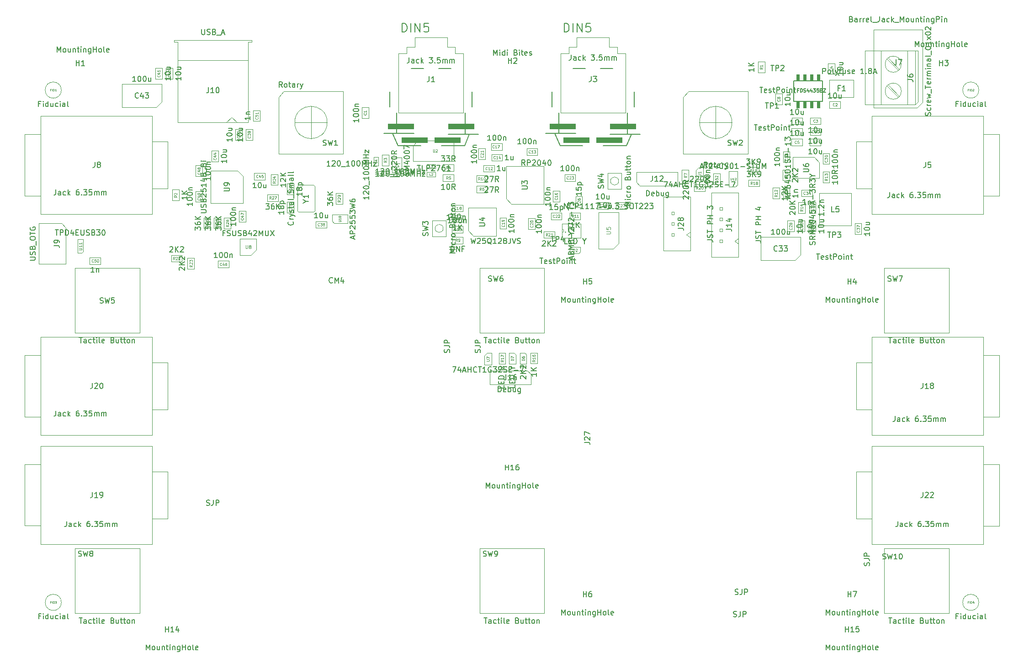
<source format=gbr>
%TF.GenerationSoftware,KiCad,Pcbnew,8.0.4+1*%
%TF.CreationDate,2024-10-16T16:42:29+00:00*%
%TF.ProjectId,pedalboard-hw,70656461-6c62-46f6-9172-642d68772e6b,4.0.0*%
%TF.SameCoordinates,Original*%
%TF.FileFunction,AssemblyDrawing,Top*%
%FSLAX46Y46*%
G04 Gerber Fmt 4.6, Leading zero omitted, Abs format (unit mm)*
G04 Created by KiCad (PCBNEW 8.0.4+1) date 2024-10-16 16:42:29*
%MOMM*%
%LPD*%
G01*
G04 APERTURE LIST*
%ADD10C,0.150000*%
%ADD11C,0.080000*%
%ADD12C,0.060000*%
%ADD13C,0.120000*%
%ADD14C,0.160020*%
%ADD15C,0.050000*%
%ADD16C,0.100000*%
%ADD17C,0.075000*%
%ADD18C,0.025400*%
%ADD19C,0.152400*%
%ADD20C,0.000000*%
%ADD21C,0.203200*%
%ADD22C,0.010000*%
G04 APERTURE END LIST*
D10*
X161426666Y-58364819D02*
X161998094Y-58364819D01*
X161712380Y-59364819D02*
X161712380Y-58364819D01*
X162712380Y-59317200D02*
X162617142Y-59364819D01*
X162617142Y-59364819D02*
X162426666Y-59364819D01*
X162426666Y-59364819D02*
X162331428Y-59317200D01*
X162331428Y-59317200D02*
X162283809Y-59221961D01*
X162283809Y-59221961D02*
X162283809Y-58841009D01*
X162283809Y-58841009D02*
X162331428Y-58745771D01*
X162331428Y-58745771D02*
X162426666Y-58698152D01*
X162426666Y-58698152D02*
X162617142Y-58698152D01*
X162617142Y-58698152D02*
X162712380Y-58745771D01*
X162712380Y-58745771D02*
X162759999Y-58841009D01*
X162759999Y-58841009D02*
X162759999Y-58936247D01*
X162759999Y-58936247D02*
X162283809Y-59031485D01*
X163140952Y-59317200D02*
X163236190Y-59364819D01*
X163236190Y-59364819D02*
X163426666Y-59364819D01*
X163426666Y-59364819D02*
X163521904Y-59317200D01*
X163521904Y-59317200D02*
X163569523Y-59221961D01*
X163569523Y-59221961D02*
X163569523Y-59174342D01*
X163569523Y-59174342D02*
X163521904Y-59079104D01*
X163521904Y-59079104D02*
X163426666Y-59031485D01*
X163426666Y-59031485D02*
X163283809Y-59031485D01*
X163283809Y-59031485D02*
X163188571Y-58983866D01*
X163188571Y-58983866D02*
X163140952Y-58888628D01*
X163140952Y-58888628D02*
X163140952Y-58841009D01*
X163140952Y-58841009D02*
X163188571Y-58745771D01*
X163188571Y-58745771D02*
X163283809Y-58698152D01*
X163283809Y-58698152D02*
X163426666Y-58698152D01*
X163426666Y-58698152D02*
X163521904Y-58745771D01*
X163855238Y-58698152D02*
X164236190Y-58698152D01*
X163998095Y-58364819D02*
X163998095Y-59221961D01*
X163998095Y-59221961D02*
X164045714Y-59317200D01*
X164045714Y-59317200D02*
X164140952Y-59364819D01*
X164140952Y-59364819D02*
X164236190Y-59364819D01*
X164569524Y-59364819D02*
X164569524Y-58364819D01*
X164569524Y-58364819D02*
X164950476Y-58364819D01*
X164950476Y-58364819D02*
X165045714Y-58412438D01*
X165045714Y-58412438D02*
X165093333Y-58460057D01*
X165093333Y-58460057D02*
X165140952Y-58555295D01*
X165140952Y-58555295D02*
X165140952Y-58698152D01*
X165140952Y-58698152D02*
X165093333Y-58793390D01*
X165093333Y-58793390D02*
X165045714Y-58841009D01*
X165045714Y-58841009D02*
X164950476Y-58888628D01*
X164950476Y-58888628D02*
X164569524Y-58888628D01*
X165712381Y-59364819D02*
X165617143Y-59317200D01*
X165617143Y-59317200D02*
X165569524Y-59269580D01*
X165569524Y-59269580D02*
X165521905Y-59174342D01*
X165521905Y-59174342D02*
X165521905Y-58888628D01*
X165521905Y-58888628D02*
X165569524Y-58793390D01*
X165569524Y-58793390D02*
X165617143Y-58745771D01*
X165617143Y-58745771D02*
X165712381Y-58698152D01*
X165712381Y-58698152D02*
X165855238Y-58698152D01*
X165855238Y-58698152D02*
X165950476Y-58745771D01*
X165950476Y-58745771D02*
X165998095Y-58793390D01*
X165998095Y-58793390D02*
X166045714Y-58888628D01*
X166045714Y-58888628D02*
X166045714Y-59174342D01*
X166045714Y-59174342D02*
X165998095Y-59269580D01*
X165998095Y-59269580D02*
X165950476Y-59317200D01*
X165950476Y-59317200D02*
X165855238Y-59364819D01*
X165855238Y-59364819D02*
X165712381Y-59364819D01*
X166474286Y-59364819D02*
X166474286Y-58698152D01*
X166474286Y-58364819D02*
X166426667Y-58412438D01*
X166426667Y-58412438D02*
X166474286Y-58460057D01*
X166474286Y-58460057D02*
X166521905Y-58412438D01*
X166521905Y-58412438D02*
X166474286Y-58364819D01*
X166474286Y-58364819D02*
X166474286Y-58460057D01*
X166950476Y-58698152D02*
X166950476Y-59364819D01*
X166950476Y-58793390D02*
X166998095Y-58745771D01*
X166998095Y-58745771D02*
X167093333Y-58698152D01*
X167093333Y-58698152D02*
X167236190Y-58698152D01*
X167236190Y-58698152D02*
X167331428Y-58745771D01*
X167331428Y-58745771D02*
X167379047Y-58841009D01*
X167379047Y-58841009D02*
X167379047Y-59364819D01*
X167712381Y-58698152D02*
X168093333Y-58698152D01*
X167855238Y-58364819D02*
X167855238Y-59221961D01*
X167855238Y-59221961D02*
X167902857Y-59317200D01*
X167902857Y-59317200D02*
X167998095Y-59364819D01*
X167998095Y-59364819D02*
X168093333Y-59364819D01*
X163498095Y-54314819D02*
X164069523Y-54314819D01*
X163783809Y-55314819D02*
X163783809Y-54314819D01*
X164402857Y-55314819D02*
X164402857Y-54314819D01*
X164402857Y-54314819D02*
X164783809Y-54314819D01*
X164783809Y-54314819D02*
X164879047Y-54362438D01*
X164879047Y-54362438D02*
X164926666Y-54410057D01*
X164926666Y-54410057D02*
X164974285Y-54505295D01*
X164974285Y-54505295D02*
X164974285Y-54648152D01*
X164974285Y-54648152D02*
X164926666Y-54743390D01*
X164926666Y-54743390D02*
X164879047Y-54791009D01*
X164879047Y-54791009D02*
X164783809Y-54838628D01*
X164783809Y-54838628D02*
X164402857Y-54838628D01*
X165307619Y-54314819D02*
X165926666Y-54314819D01*
X165926666Y-54314819D02*
X165593333Y-54695771D01*
X165593333Y-54695771D02*
X165736190Y-54695771D01*
X165736190Y-54695771D02*
X165831428Y-54743390D01*
X165831428Y-54743390D02*
X165879047Y-54791009D01*
X165879047Y-54791009D02*
X165926666Y-54886247D01*
X165926666Y-54886247D02*
X165926666Y-55124342D01*
X165926666Y-55124342D02*
X165879047Y-55219580D01*
X165879047Y-55219580D02*
X165831428Y-55267200D01*
X165831428Y-55267200D02*
X165736190Y-55314819D01*
X165736190Y-55314819D02*
X165450476Y-55314819D01*
X165450476Y-55314819D02*
X165355238Y-55267200D01*
X165355238Y-55267200D02*
X165307619Y-55219580D01*
X148540476Y-43054819D02*
X149159523Y-43054819D01*
X149159523Y-43054819D02*
X148826190Y-43435771D01*
X148826190Y-43435771D02*
X148969047Y-43435771D01*
X148969047Y-43435771D02*
X149064285Y-43483390D01*
X149064285Y-43483390D02*
X149111904Y-43531009D01*
X149111904Y-43531009D02*
X149159523Y-43626247D01*
X149159523Y-43626247D02*
X149159523Y-43864342D01*
X149159523Y-43864342D02*
X149111904Y-43959580D01*
X149111904Y-43959580D02*
X149064285Y-44007200D01*
X149064285Y-44007200D02*
X148969047Y-44054819D01*
X148969047Y-44054819D02*
X148683333Y-44054819D01*
X148683333Y-44054819D02*
X148588095Y-44007200D01*
X148588095Y-44007200D02*
X148540476Y-43959580D01*
X149588095Y-44054819D02*
X149588095Y-43054819D01*
X150159523Y-44054819D02*
X149730952Y-43483390D01*
X150159523Y-43054819D02*
X149588095Y-43626247D01*
X150635714Y-44054819D02*
X150826190Y-44054819D01*
X150826190Y-44054819D02*
X150921428Y-44007200D01*
X150921428Y-44007200D02*
X150969047Y-43959580D01*
X150969047Y-43959580D02*
X151064285Y-43816723D01*
X151064285Y-43816723D02*
X151111904Y-43626247D01*
X151111904Y-43626247D02*
X151111904Y-43245295D01*
X151111904Y-43245295D02*
X151064285Y-43150057D01*
X151064285Y-43150057D02*
X151016666Y-43102438D01*
X151016666Y-43102438D02*
X150921428Y-43054819D01*
X150921428Y-43054819D02*
X150730952Y-43054819D01*
X150730952Y-43054819D02*
X150635714Y-43102438D01*
X150635714Y-43102438D02*
X150588095Y-43150057D01*
X150588095Y-43150057D02*
X150540476Y-43245295D01*
X150540476Y-43245295D02*
X150540476Y-43483390D01*
X150540476Y-43483390D02*
X150588095Y-43578628D01*
X150588095Y-43578628D02*
X150635714Y-43626247D01*
X150635714Y-43626247D02*
X150730952Y-43673866D01*
X150730952Y-43673866D02*
X150921428Y-43673866D01*
X150921428Y-43673866D02*
X151016666Y-43626247D01*
X151016666Y-43626247D02*
X151064285Y-43578628D01*
X151064285Y-43578628D02*
X151111904Y-43483390D01*
D11*
X149528571Y-45477149D02*
X149361905Y-45239054D01*
X149242857Y-45477149D02*
X149242857Y-44977149D01*
X149242857Y-44977149D02*
X149433333Y-44977149D01*
X149433333Y-44977149D02*
X149480952Y-45000959D01*
X149480952Y-45000959D02*
X149504762Y-45024768D01*
X149504762Y-45024768D02*
X149528571Y-45072387D01*
X149528571Y-45072387D02*
X149528571Y-45143816D01*
X149528571Y-45143816D02*
X149504762Y-45191435D01*
X149504762Y-45191435D02*
X149480952Y-45215244D01*
X149480952Y-45215244D02*
X149433333Y-45239054D01*
X149433333Y-45239054D02*
X149242857Y-45239054D01*
X150004762Y-45477149D02*
X149719048Y-45477149D01*
X149861905Y-45477149D02*
X149861905Y-44977149D01*
X149861905Y-44977149D02*
X149814286Y-45048578D01*
X149814286Y-45048578D02*
X149766667Y-45096197D01*
X149766667Y-45096197D02*
X149719048Y-45120006D01*
X150290476Y-45191435D02*
X150242857Y-45167625D01*
X150242857Y-45167625D02*
X150219047Y-45143816D01*
X150219047Y-45143816D02*
X150195238Y-45096197D01*
X150195238Y-45096197D02*
X150195238Y-45072387D01*
X150195238Y-45072387D02*
X150219047Y-45024768D01*
X150219047Y-45024768D02*
X150242857Y-45000959D01*
X150242857Y-45000959D02*
X150290476Y-44977149D01*
X150290476Y-44977149D02*
X150385714Y-44977149D01*
X150385714Y-44977149D02*
X150433333Y-45000959D01*
X150433333Y-45000959D02*
X150457142Y-45024768D01*
X150457142Y-45024768D02*
X150480952Y-45072387D01*
X150480952Y-45072387D02*
X150480952Y-45096197D01*
X150480952Y-45096197D02*
X150457142Y-45143816D01*
X150457142Y-45143816D02*
X150433333Y-45167625D01*
X150433333Y-45167625D02*
X150385714Y-45191435D01*
X150385714Y-45191435D02*
X150290476Y-45191435D01*
X150290476Y-45191435D02*
X150242857Y-45215244D01*
X150242857Y-45215244D02*
X150219047Y-45239054D01*
X150219047Y-45239054D02*
X150195238Y-45286673D01*
X150195238Y-45286673D02*
X150195238Y-45381911D01*
X150195238Y-45381911D02*
X150219047Y-45429530D01*
X150219047Y-45429530D02*
X150242857Y-45453340D01*
X150242857Y-45453340D02*
X150290476Y-45477149D01*
X150290476Y-45477149D02*
X150385714Y-45477149D01*
X150385714Y-45477149D02*
X150433333Y-45453340D01*
X150433333Y-45453340D02*
X150457142Y-45429530D01*
X150457142Y-45429530D02*
X150480952Y-45381911D01*
X150480952Y-45381911D02*
X150480952Y-45286673D01*
X150480952Y-45286673D02*
X150457142Y-45239054D01*
X150457142Y-45239054D02*
X150433333Y-45215244D01*
X150433333Y-45215244D02*
X150385714Y-45191435D01*
D10*
X110628095Y-56010057D02*
X110675714Y-55962438D01*
X110675714Y-55962438D02*
X110770952Y-55914819D01*
X110770952Y-55914819D02*
X111009047Y-55914819D01*
X111009047Y-55914819D02*
X111104285Y-55962438D01*
X111104285Y-55962438D02*
X111151904Y-56010057D01*
X111151904Y-56010057D02*
X111199523Y-56105295D01*
X111199523Y-56105295D02*
X111199523Y-56200533D01*
X111199523Y-56200533D02*
X111151904Y-56343390D01*
X111151904Y-56343390D02*
X110580476Y-56914819D01*
X110580476Y-56914819D02*
X111199523Y-56914819D01*
X111628095Y-56914819D02*
X111628095Y-55914819D01*
X112199523Y-56914819D02*
X111770952Y-56343390D01*
X112199523Y-55914819D02*
X111628095Y-56486247D01*
X112580476Y-56010057D02*
X112628095Y-55962438D01*
X112628095Y-55962438D02*
X112723333Y-55914819D01*
X112723333Y-55914819D02*
X112961428Y-55914819D01*
X112961428Y-55914819D02*
X113056666Y-55962438D01*
X113056666Y-55962438D02*
X113104285Y-56010057D01*
X113104285Y-56010057D02*
X113151904Y-56105295D01*
X113151904Y-56105295D02*
X113151904Y-56200533D01*
X113151904Y-56200533D02*
X113104285Y-56343390D01*
X113104285Y-56343390D02*
X112532857Y-56914819D01*
X112532857Y-56914819D02*
X113151904Y-56914819D01*
D11*
X111568571Y-55037149D02*
X111401905Y-54799054D01*
X111282857Y-55037149D02*
X111282857Y-54537149D01*
X111282857Y-54537149D02*
X111473333Y-54537149D01*
X111473333Y-54537149D02*
X111520952Y-54560959D01*
X111520952Y-54560959D02*
X111544762Y-54584768D01*
X111544762Y-54584768D02*
X111568571Y-54632387D01*
X111568571Y-54632387D02*
X111568571Y-54703816D01*
X111568571Y-54703816D02*
X111544762Y-54751435D01*
X111544762Y-54751435D02*
X111520952Y-54775244D01*
X111520952Y-54775244D02*
X111473333Y-54799054D01*
X111473333Y-54799054D02*
X111282857Y-54799054D01*
X111759048Y-54584768D02*
X111782857Y-54560959D01*
X111782857Y-54560959D02*
X111830476Y-54537149D01*
X111830476Y-54537149D02*
X111949524Y-54537149D01*
X111949524Y-54537149D02*
X111997143Y-54560959D01*
X111997143Y-54560959D02*
X112020952Y-54584768D01*
X112020952Y-54584768D02*
X112044762Y-54632387D01*
X112044762Y-54632387D02*
X112044762Y-54680006D01*
X112044762Y-54680006D02*
X112020952Y-54751435D01*
X112020952Y-54751435D02*
X111735238Y-55037149D01*
X111735238Y-55037149D02*
X112044762Y-55037149D01*
X112520952Y-55037149D02*
X112235238Y-55037149D01*
X112378095Y-55037149D02*
X112378095Y-54537149D01*
X112378095Y-54537149D02*
X112330476Y-54608578D01*
X112330476Y-54608578D02*
X112282857Y-54656197D01*
X112282857Y-54656197D02*
X112235238Y-54680006D01*
D10*
X114630952Y-42974819D02*
X114059524Y-42974819D01*
X114345238Y-42974819D02*
X114345238Y-41974819D01*
X114345238Y-41974819D02*
X114250000Y-42117676D01*
X114250000Y-42117676D02*
X114154762Y-42212914D01*
X114154762Y-42212914D02*
X114059524Y-42260533D01*
X115250000Y-41974819D02*
X115345238Y-41974819D01*
X115345238Y-41974819D02*
X115440476Y-42022438D01*
X115440476Y-42022438D02*
X115488095Y-42070057D01*
X115488095Y-42070057D02*
X115535714Y-42165295D01*
X115535714Y-42165295D02*
X115583333Y-42355771D01*
X115583333Y-42355771D02*
X115583333Y-42593866D01*
X115583333Y-42593866D02*
X115535714Y-42784342D01*
X115535714Y-42784342D02*
X115488095Y-42879580D01*
X115488095Y-42879580D02*
X115440476Y-42927200D01*
X115440476Y-42927200D02*
X115345238Y-42974819D01*
X115345238Y-42974819D02*
X115250000Y-42974819D01*
X115250000Y-42974819D02*
X115154762Y-42927200D01*
X115154762Y-42927200D02*
X115107143Y-42879580D01*
X115107143Y-42879580D02*
X115059524Y-42784342D01*
X115059524Y-42784342D02*
X115011905Y-42593866D01*
X115011905Y-42593866D02*
X115011905Y-42355771D01*
X115011905Y-42355771D02*
X115059524Y-42165295D01*
X115059524Y-42165295D02*
X115107143Y-42070057D01*
X115107143Y-42070057D02*
X115154762Y-42022438D01*
X115154762Y-42022438D02*
X115250000Y-41974819D01*
X116202381Y-41974819D02*
X116297619Y-41974819D01*
X116297619Y-41974819D02*
X116392857Y-42022438D01*
X116392857Y-42022438D02*
X116440476Y-42070057D01*
X116440476Y-42070057D02*
X116488095Y-42165295D01*
X116488095Y-42165295D02*
X116535714Y-42355771D01*
X116535714Y-42355771D02*
X116535714Y-42593866D01*
X116535714Y-42593866D02*
X116488095Y-42784342D01*
X116488095Y-42784342D02*
X116440476Y-42879580D01*
X116440476Y-42879580D02*
X116392857Y-42927200D01*
X116392857Y-42927200D02*
X116297619Y-42974819D01*
X116297619Y-42974819D02*
X116202381Y-42974819D01*
X116202381Y-42974819D02*
X116107143Y-42927200D01*
X116107143Y-42927200D02*
X116059524Y-42879580D01*
X116059524Y-42879580D02*
X116011905Y-42784342D01*
X116011905Y-42784342D02*
X115964286Y-42593866D01*
X115964286Y-42593866D02*
X115964286Y-42355771D01*
X115964286Y-42355771D02*
X116011905Y-42165295D01*
X116011905Y-42165295D02*
X116059524Y-42070057D01*
X116059524Y-42070057D02*
X116107143Y-42022438D01*
X116107143Y-42022438D02*
X116202381Y-41974819D01*
X116964286Y-42308152D02*
X116964286Y-42974819D01*
X116964286Y-42403390D02*
X117011905Y-42355771D01*
X117011905Y-42355771D02*
X117107143Y-42308152D01*
X117107143Y-42308152D02*
X117250000Y-42308152D01*
X117250000Y-42308152D02*
X117345238Y-42355771D01*
X117345238Y-42355771D02*
X117392857Y-42451009D01*
X117392857Y-42451009D02*
X117392857Y-42974819D01*
D11*
X115428571Y-44449530D02*
X115404762Y-44473340D01*
X115404762Y-44473340D02*
X115333333Y-44497149D01*
X115333333Y-44497149D02*
X115285714Y-44497149D01*
X115285714Y-44497149D02*
X115214286Y-44473340D01*
X115214286Y-44473340D02*
X115166667Y-44425720D01*
X115166667Y-44425720D02*
X115142857Y-44378101D01*
X115142857Y-44378101D02*
X115119048Y-44282863D01*
X115119048Y-44282863D02*
X115119048Y-44211435D01*
X115119048Y-44211435D02*
X115142857Y-44116197D01*
X115142857Y-44116197D02*
X115166667Y-44068578D01*
X115166667Y-44068578D02*
X115214286Y-44020959D01*
X115214286Y-44020959D02*
X115285714Y-43997149D01*
X115285714Y-43997149D02*
X115333333Y-43997149D01*
X115333333Y-43997149D02*
X115404762Y-44020959D01*
X115404762Y-44020959D02*
X115428571Y-44044768D01*
X115619048Y-44044768D02*
X115642857Y-44020959D01*
X115642857Y-44020959D02*
X115690476Y-43997149D01*
X115690476Y-43997149D02*
X115809524Y-43997149D01*
X115809524Y-43997149D02*
X115857143Y-44020959D01*
X115857143Y-44020959D02*
X115880952Y-44044768D01*
X115880952Y-44044768D02*
X115904762Y-44092387D01*
X115904762Y-44092387D02*
X115904762Y-44140006D01*
X115904762Y-44140006D02*
X115880952Y-44211435D01*
X115880952Y-44211435D02*
X115595238Y-44497149D01*
X115595238Y-44497149D02*
X115904762Y-44497149D01*
X116071428Y-43997149D02*
X116380952Y-43997149D01*
X116380952Y-43997149D02*
X116214285Y-44187625D01*
X116214285Y-44187625D02*
X116285714Y-44187625D01*
X116285714Y-44187625D02*
X116333333Y-44211435D01*
X116333333Y-44211435D02*
X116357142Y-44235244D01*
X116357142Y-44235244D02*
X116380952Y-44282863D01*
X116380952Y-44282863D02*
X116380952Y-44401911D01*
X116380952Y-44401911D02*
X116357142Y-44449530D01*
X116357142Y-44449530D02*
X116333333Y-44473340D01*
X116333333Y-44473340D02*
X116285714Y-44497149D01*
X116285714Y-44497149D02*
X116142857Y-44497149D01*
X116142857Y-44497149D02*
X116095238Y-44473340D01*
X116095238Y-44473340D02*
X116071428Y-44449530D01*
D10*
X49144819Y-44079047D02*
X49144819Y-44650475D01*
X49144819Y-44364761D02*
X48144819Y-44364761D01*
X48144819Y-44364761D02*
X48287676Y-44459999D01*
X48287676Y-44459999D02*
X48382914Y-44555237D01*
X48382914Y-44555237D02*
X48430533Y-44650475D01*
X48144819Y-43459999D02*
X48144819Y-43364761D01*
X48144819Y-43364761D02*
X48192438Y-43269523D01*
X48192438Y-43269523D02*
X48240057Y-43221904D01*
X48240057Y-43221904D02*
X48335295Y-43174285D01*
X48335295Y-43174285D02*
X48525771Y-43126666D01*
X48525771Y-43126666D02*
X48763866Y-43126666D01*
X48763866Y-43126666D02*
X48954342Y-43174285D01*
X48954342Y-43174285D02*
X49049580Y-43221904D01*
X49049580Y-43221904D02*
X49097200Y-43269523D01*
X49097200Y-43269523D02*
X49144819Y-43364761D01*
X49144819Y-43364761D02*
X49144819Y-43459999D01*
X49144819Y-43459999D02*
X49097200Y-43555237D01*
X49097200Y-43555237D02*
X49049580Y-43602856D01*
X49049580Y-43602856D02*
X48954342Y-43650475D01*
X48954342Y-43650475D02*
X48763866Y-43698094D01*
X48763866Y-43698094D02*
X48525771Y-43698094D01*
X48525771Y-43698094D02*
X48335295Y-43650475D01*
X48335295Y-43650475D02*
X48240057Y-43602856D01*
X48240057Y-43602856D02*
X48192438Y-43555237D01*
X48192438Y-43555237D02*
X48144819Y-43459999D01*
X48144819Y-42507618D02*
X48144819Y-42412380D01*
X48144819Y-42412380D02*
X48192438Y-42317142D01*
X48192438Y-42317142D02*
X48240057Y-42269523D01*
X48240057Y-42269523D02*
X48335295Y-42221904D01*
X48335295Y-42221904D02*
X48525771Y-42174285D01*
X48525771Y-42174285D02*
X48763866Y-42174285D01*
X48763866Y-42174285D02*
X48954342Y-42221904D01*
X48954342Y-42221904D02*
X49049580Y-42269523D01*
X49049580Y-42269523D02*
X49097200Y-42317142D01*
X49097200Y-42317142D02*
X49144819Y-42412380D01*
X49144819Y-42412380D02*
X49144819Y-42507618D01*
X49144819Y-42507618D02*
X49097200Y-42602856D01*
X49097200Y-42602856D02*
X49049580Y-42650475D01*
X49049580Y-42650475D02*
X48954342Y-42698094D01*
X48954342Y-42698094D02*
X48763866Y-42745713D01*
X48763866Y-42745713D02*
X48525771Y-42745713D01*
X48525771Y-42745713D02*
X48335295Y-42698094D01*
X48335295Y-42698094D02*
X48240057Y-42650475D01*
X48240057Y-42650475D02*
X48192438Y-42602856D01*
X48192438Y-42602856D02*
X48144819Y-42507618D01*
X48478152Y-41745713D02*
X49144819Y-41745713D01*
X48573390Y-41745713D02*
X48525771Y-41698094D01*
X48525771Y-41698094D02*
X48478152Y-41602856D01*
X48478152Y-41602856D02*
X48478152Y-41459999D01*
X48478152Y-41459999D02*
X48525771Y-41364761D01*
X48525771Y-41364761D02*
X48621009Y-41317142D01*
X48621009Y-41317142D02*
X49144819Y-41317142D01*
D11*
X47189530Y-43281428D02*
X47213340Y-43305237D01*
X47213340Y-43305237D02*
X47237149Y-43376666D01*
X47237149Y-43376666D02*
X47237149Y-43424285D01*
X47237149Y-43424285D02*
X47213340Y-43495713D01*
X47213340Y-43495713D02*
X47165720Y-43543332D01*
X47165720Y-43543332D02*
X47118101Y-43567142D01*
X47118101Y-43567142D02*
X47022863Y-43590951D01*
X47022863Y-43590951D02*
X46951435Y-43590951D01*
X46951435Y-43590951D02*
X46856197Y-43567142D01*
X46856197Y-43567142D02*
X46808578Y-43543332D01*
X46808578Y-43543332D02*
X46760959Y-43495713D01*
X46760959Y-43495713D02*
X46737149Y-43424285D01*
X46737149Y-43424285D02*
X46737149Y-43376666D01*
X46737149Y-43376666D02*
X46760959Y-43305237D01*
X46760959Y-43305237D02*
X46784768Y-43281428D01*
X46903816Y-42852856D02*
X47237149Y-42852856D01*
X46713340Y-42971904D02*
X47070482Y-43090951D01*
X47070482Y-43090951D02*
X47070482Y-42781428D01*
X46951435Y-42519523D02*
X46927625Y-42567142D01*
X46927625Y-42567142D02*
X46903816Y-42590952D01*
X46903816Y-42590952D02*
X46856197Y-42614761D01*
X46856197Y-42614761D02*
X46832387Y-42614761D01*
X46832387Y-42614761D02*
X46784768Y-42590952D01*
X46784768Y-42590952D02*
X46760959Y-42567142D01*
X46760959Y-42567142D02*
X46737149Y-42519523D01*
X46737149Y-42519523D02*
X46737149Y-42424285D01*
X46737149Y-42424285D02*
X46760959Y-42376666D01*
X46760959Y-42376666D02*
X46784768Y-42352857D01*
X46784768Y-42352857D02*
X46832387Y-42329047D01*
X46832387Y-42329047D02*
X46856197Y-42329047D01*
X46856197Y-42329047D02*
X46903816Y-42352857D01*
X46903816Y-42352857D02*
X46927625Y-42376666D01*
X46927625Y-42376666D02*
X46951435Y-42424285D01*
X46951435Y-42424285D02*
X46951435Y-42519523D01*
X46951435Y-42519523D02*
X46975244Y-42567142D01*
X46975244Y-42567142D02*
X46999054Y-42590952D01*
X46999054Y-42590952D02*
X47046673Y-42614761D01*
X47046673Y-42614761D02*
X47141911Y-42614761D01*
X47141911Y-42614761D02*
X47189530Y-42590952D01*
X47189530Y-42590952D02*
X47213340Y-42567142D01*
X47213340Y-42567142D02*
X47237149Y-42519523D01*
X47237149Y-42519523D02*
X47237149Y-42424285D01*
X47237149Y-42424285D02*
X47213340Y-42376666D01*
X47213340Y-42376666D02*
X47189530Y-42352857D01*
X47189530Y-42352857D02*
X47141911Y-42329047D01*
X47141911Y-42329047D02*
X47046673Y-42329047D01*
X47046673Y-42329047D02*
X46999054Y-42352857D01*
X46999054Y-42352857D02*
X46975244Y-42376666D01*
X46975244Y-42376666D02*
X46951435Y-42424285D01*
D10*
X163214285Y-125304819D02*
X163214285Y-124304819D01*
X163214285Y-124304819D02*
X163547618Y-125019104D01*
X163547618Y-125019104D02*
X163880951Y-124304819D01*
X163880951Y-124304819D02*
X163880951Y-125304819D01*
X164499999Y-125304819D02*
X164404761Y-125257200D01*
X164404761Y-125257200D02*
X164357142Y-125209580D01*
X164357142Y-125209580D02*
X164309523Y-125114342D01*
X164309523Y-125114342D02*
X164309523Y-124828628D01*
X164309523Y-124828628D02*
X164357142Y-124733390D01*
X164357142Y-124733390D02*
X164404761Y-124685771D01*
X164404761Y-124685771D02*
X164499999Y-124638152D01*
X164499999Y-124638152D02*
X164642856Y-124638152D01*
X164642856Y-124638152D02*
X164738094Y-124685771D01*
X164738094Y-124685771D02*
X164785713Y-124733390D01*
X164785713Y-124733390D02*
X164833332Y-124828628D01*
X164833332Y-124828628D02*
X164833332Y-125114342D01*
X164833332Y-125114342D02*
X164785713Y-125209580D01*
X164785713Y-125209580D02*
X164738094Y-125257200D01*
X164738094Y-125257200D02*
X164642856Y-125304819D01*
X164642856Y-125304819D02*
X164499999Y-125304819D01*
X165690475Y-124638152D02*
X165690475Y-125304819D01*
X165261904Y-124638152D02*
X165261904Y-125161961D01*
X165261904Y-125161961D02*
X165309523Y-125257200D01*
X165309523Y-125257200D02*
X165404761Y-125304819D01*
X165404761Y-125304819D02*
X165547618Y-125304819D01*
X165547618Y-125304819D02*
X165642856Y-125257200D01*
X165642856Y-125257200D02*
X165690475Y-125209580D01*
X166166666Y-124638152D02*
X166166666Y-125304819D01*
X166166666Y-124733390D02*
X166214285Y-124685771D01*
X166214285Y-124685771D02*
X166309523Y-124638152D01*
X166309523Y-124638152D02*
X166452380Y-124638152D01*
X166452380Y-124638152D02*
X166547618Y-124685771D01*
X166547618Y-124685771D02*
X166595237Y-124781009D01*
X166595237Y-124781009D02*
X166595237Y-125304819D01*
X166928571Y-124638152D02*
X167309523Y-124638152D01*
X167071428Y-124304819D02*
X167071428Y-125161961D01*
X167071428Y-125161961D02*
X167119047Y-125257200D01*
X167119047Y-125257200D02*
X167214285Y-125304819D01*
X167214285Y-125304819D02*
X167309523Y-125304819D01*
X167642857Y-125304819D02*
X167642857Y-124638152D01*
X167642857Y-124304819D02*
X167595238Y-124352438D01*
X167595238Y-124352438D02*
X167642857Y-124400057D01*
X167642857Y-124400057D02*
X167690476Y-124352438D01*
X167690476Y-124352438D02*
X167642857Y-124304819D01*
X167642857Y-124304819D02*
X167642857Y-124400057D01*
X168119047Y-124638152D02*
X168119047Y-125304819D01*
X168119047Y-124733390D02*
X168166666Y-124685771D01*
X168166666Y-124685771D02*
X168261904Y-124638152D01*
X168261904Y-124638152D02*
X168404761Y-124638152D01*
X168404761Y-124638152D02*
X168499999Y-124685771D01*
X168499999Y-124685771D02*
X168547618Y-124781009D01*
X168547618Y-124781009D02*
X168547618Y-125304819D01*
X169452380Y-124638152D02*
X169452380Y-125447676D01*
X169452380Y-125447676D02*
X169404761Y-125542914D01*
X169404761Y-125542914D02*
X169357142Y-125590533D01*
X169357142Y-125590533D02*
X169261904Y-125638152D01*
X169261904Y-125638152D02*
X169119047Y-125638152D01*
X169119047Y-125638152D02*
X169023809Y-125590533D01*
X169452380Y-125257200D02*
X169357142Y-125304819D01*
X169357142Y-125304819D02*
X169166666Y-125304819D01*
X169166666Y-125304819D02*
X169071428Y-125257200D01*
X169071428Y-125257200D02*
X169023809Y-125209580D01*
X169023809Y-125209580D02*
X168976190Y-125114342D01*
X168976190Y-125114342D02*
X168976190Y-124828628D01*
X168976190Y-124828628D02*
X169023809Y-124733390D01*
X169023809Y-124733390D02*
X169071428Y-124685771D01*
X169071428Y-124685771D02*
X169166666Y-124638152D01*
X169166666Y-124638152D02*
X169357142Y-124638152D01*
X169357142Y-124638152D02*
X169452380Y-124685771D01*
X169928571Y-125304819D02*
X169928571Y-124304819D01*
X169928571Y-124781009D02*
X170499999Y-124781009D01*
X170499999Y-125304819D02*
X170499999Y-124304819D01*
X171119047Y-125304819D02*
X171023809Y-125257200D01*
X171023809Y-125257200D02*
X170976190Y-125209580D01*
X170976190Y-125209580D02*
X170928571Y-125114342D01*
X170928571Y-125114342D02*
X170928571Y-124828628D01*
X170928571Y-124828628D02*
X170976190Y-124733390D01*
X170976190Y-124733390D02*
X171023809Y-124685771D01*
X171023809Y-124685771D02*
X171119047Y-124638152D01*
X171119047Y-124638152D02*
X171261904Y-124638152D01*
X171261904Y-124638152D02*
X171357142Y-124685771D01*
X171357142Y-124685771D02*
X171404761Y-124733390D01*
X171404761Y-124733390D02*
X171452380Y-124828628D01*
X171452380Y-124828628D02*
X171452380Y-125114342D01*
X171452380Y-125114342D02*
X171404761Y-125209580D01*
X171404761Y-125209580D02*
X171357142Y-125257200D01*
X171357142Y-125257200D02*
X171261904Y-125304819D01*
X171261904Y-125304819D02*
X171119047Y-125304819D01*
X172023809Y-125304819D02*
X171928571Y-125257200D01*
X171928571Y-125257200D02*
X171880952Y-125161961D01*
X171880952Y-125161961D02*
X171880952Y-124304819D01*
X172785714Y-125257200D02*
X172690476Y-125304819D01*
X172690476Y-125304819D02*
X172500000Y-125304819D01*
X172500000Y-125304819D02*
X172404762Y-125257200D01*
X172404762Y-125257200D02*
X172357143Y-125161961D01*
X172357143Y-125161961D02*
X172357143Y-124781009D01*
X172357143Y-124781009D02*
X172404762Y-124685771D01*
X172404762Y-124685771D02*
X172500000Y-124638152D01*
X172500000Y-124638152D02*
X172690476Y-124638152D01*
X172690476Y-124638152D02*
X172785714Y-124685771D01*
X172785714Y-124685771D02*
X172833333Y-124781009D01*
X172833333Y-124781009D02*
X172833333Y-124876247D01*
X172833333Y-124876247D02*
X172357143Y-124971485D01*
X167238095Y-121954819D02*
X167238095Y-120954819D01*
X167238095Y-121431009D02*
X167809523Y-121431009D01*
X167809523Y-121954819D02*
X167809523Y-120954819D01*
X168190476Y-120954819D02*
X168857142Y-120954819D01*
X168857142Y-120954819D02*
X168428571Y-121954819D01*
X17619047Y-30534509D02*
X17285714Y-30534509D01*
X17285714Y-31058319D02*
X17285714Y-30058319D01*
X17285714Y-30058319D02*
X17761904Y-30058319D01*
X18142857Y-31058319D02*
X18142857Y-30391652D01*
X18142857Y-30058319D02*
X18095238Y-30105938D01*
X18095238Y-30105938D02*
X18142857Y-30153557D01*
X18142857Y-30153557D02*
X18190476Y-30105938D01*
X18190476Y-30105938D02*
X18142857Y-30058319D01*
X18142857Y-30058319D02*
X18142857Y-30153557D01*
X19047618Y-31058319D02*
X19047618Y-30058319D01*
X19047618Y-31010700D02*
X18952380Y-31058319D01*
X18952380Y-31058319D02*
X18761904Y-31058319D01*
X18761904Y-31058319D02*
X18666666Y-31010700D01*
X18666666Y-31010700D02*
X18619047Y-30963080D01*
X18619047Y-30963080D02*
X18571428Y-30867842D01*
X18571428Y-30867842D02*
X18571428Y-30582128D01*
X18571428Y-30582128D02*
X18619047Y-30486890D01*
X18619047Y-30486890D02*
X18666666Y-30439271D01*
X18666666Y-30439271D02*
X18761904Y-30391652D01*
X18761904Y-30391652D02*
X18952380Y-30391652D01*
X18952380Y-30391652D02*
X19047618Y-30439271D01*
X19952380Y-30391652D02*
X19952380Y-31058319D01*
X19523809Y-30391652D02*
X19523809Y-30915461D01*
X19523809Y-30915461D02*
X19571428Y-31010700D01*
X19571428Y-31010700D02*
X19666666Y-31058319D01*
X19666666Y-31058319D02*
X19809523Y-31058319D01*
X19809523Y-31058319D02*
X19904761Y-31010700D01*
X19904761Y-31010700D02*
X19952380Y-30963080D01*
X20857142Y-31010700D02*
X20761904Y-31058319D01*
X20761904Y-31058319D02*
X20571428Y-31058319D01*
X20571428Y-31058319D02*
X20476190Y-31010700D01*
X20476190Y-31010700D02*
X20428571Y-30963080D01*
X20428571Y-30963080D02*
X20380952Y-30867842D01*
X20380952Y-30867842D02*
X20380952Y-30582128D01*
X20380952Y-30582128D02*
X20428571Y-30486890D01*
X20428571Y-30486890D02*
X20476190Y-30439271D01*
X20476190Y-30439271D02*
X20571428Y-30391652D01*
X20571428Y-30391652D02*
X20761904Y-30391652D01*
X20761904Y-30391652D02*
X20857142Y-30439271D01*
X21285714Y-31058319D02*
X21285714Y-30391652D01*
X21285714Y-30058319D02*
X21238095Y-30105938D01*
X21238095Y-30105938D02*
X21285714Y-30153557D01*
X21285714Y-30153557D02*
X21333333Y-30105938D01*
X21333333Y-30105938D02*
X21285714Y-30058319D01*
X21285714Y-30058319D02*
X21285714Y-30153557D01*
X22190475Y-31058319D02*
X22190475Y-30534509D01*
X22190475Y-30534509D02*
X22142856Y-30439271D01*
X22142856Y-30439271D02*
X22047618Y-30391652D01*
X22047618Y-30391652D02*
X21857142Y-30391652D01*
X21857142Y-30391652D02*
X21761904Y-30439271D01*
X22190475Y-31010700D02*
X22095237Y-31058319D01*
X22095237Y-31058319D02*
X21857142Y-31058319D01*
X21857142Y-31058319D02*
X21761904Y-31010700D01*
X21761904Y-31010700D02*
X21714285Y-30915461D01*
X21714285Y-30915461D02*
X21714285Y-30820223D01*
X21714285Y-30820223D02*
X21761904Y-30724985D01*
X21761904Y-30724985D02*
X21857142Y-30677366D01*
X21857142Y-30677366D02*
X22095237Y-30677366D01*
X22095237Y-30677366D02*
X22190475Y-30629747D01*
X22809523Y-31058319D02*
X22714285Y-31010700D01*
X22714285Y-31010700D02*
X22666666Y-30915461D01*
X22666666Y-30915461D02*
X22666666Y-30058319D01*
D12*
X19571429Y-27972403D02*
X19438096Y-27972403D01*
X19438096Y-28181927D02*
X19438096Y-27781927D01*
X19438096Y-27781927D02*
X19628572Y-27781927D01*
X19780953Y-28181927D02*
X19780953Y-27781927D01*
X19971429Y-28181927D02*
X19971429Y-27781927D01*
X19971429Y-27781927D02*
X20066667Y-27781927D01*
X20066667Y-27781927D02*
X20123810Y-27800975D01*
X20123810Y-27800975D02*
X20161905Y-27839070D01*
X20161905Y-27839070D02*
X20180952Y-27877165D01*
X20180952Y-27877165D02*
X20200000Y-27953356D01*
X20200000Y-27953356D02*
X20200000Y-28010499D01*
X20200000Y-28010499D02*
X20180952Y-28086689D01*
X20180952Y-28086689D02*
X20161905Y-28124784D01*
X20161905Y-28124784D02*
X20123810Y-28162880D01*
X20123810Y-28162880D02*
X20066667Y-28181927D01*
X20066667Y-28181927D02*
X19971429Y-28181927D01*
X20580952Y-28181927D02*
X20352381Y-28181927D01*
X20466667Y-28181927D02*
X20466667Y-27781927D01*
X20466667Y-27781927D02*
X20428571Y-27839070D01*
X20428571Y-27839070D02*
X20390476Y-27877165D01*
X20390476Y-27877165D02*
X20352381Y-27896213D01*
D10*
X99998095Y-44050057D02*
X100045714Y-44002438D01*
X100045714Y-44002438D02*
X100140952Y-43954819D01*
X100140952Y-43954819D02*
X100379047Y-43954819D01*
X100379047Y-43954819D02*
X100474285Y-44002438D01*
X100474285Y-44002438D02*
X100521904Y-44050057D01*
X100521904Y-44050057D02*
X100569523Y-44145295D01*
X100569523Y-44145295D02*
X100569523Y-44240533D01*
X100569523Y-44240533D02*
X100521904Y-44383390D01*
X100521904Y-44383390D02*
X99950476Y-44954819D01*
X99950476Y-44954819D02*
X100569523Y-44954819D01*
X100902857Y-43954819D02*
X101569523Y-43954819D01*
X101569523Y-43954819D02*
X101140952Y-44954819D01*
X102521904Y-44954819D02*
X102188571Y-44478628D01*
X101950476Y-44954819D02*
X101950476Y-43954819D01*
X101950476Y-43954819D02*
X102331428Y-43954819D01*
X102331428Y-43954819D02*
X102426666Y-44002438D01*
X102426666Y-44002438D02*
X102474285Y-44050057D01*
X102474285Y-44050057D02*
X102521904Y-44145295D01*
X102521904Y-44145295D02*
X102521904Y-44288152D01*
X102521904Y-44288152D02*
X102474285Y-44383390D01*
X102474285Y-44383390D02*
X102426666Y-44431009D01*
X102426666Y-44431009D02*
X102331428Y-44478628D01*
X102331428Y-44478628D02*
X101950476Y-44478628D01*
D11*
X99078571Y-44687149D02*
X98911905Y-44449054D01*
X98792857Y-44687149D02*
X98792857Y-44187149D01*
X98792857Y-44187149D02*
X98983333Y-44187149D01*
X98983333Y-44187149D02*
X99030952Y-44210959D01*
X99030952Y-44210959D02*
X99054762Y-44234768D01*
X99054762Y-44234768D02*
X99078571Y-44282387D01*
X99078571Y-44282387D02*
X99078571Y-44353816D01*
X99078571Y-44353816D02*
X99054762Y-44401435D01*
X99054762Y-44401435D02*
X99030952Y-44425244D01*
X99030952Y-44425244D02*
X98983333Y-44449054D01*
X98983333Y-44449054D02*
X98792857Y-44449054D01*
X99554762Y-44687149D02*
X99269048Y-44687149D01*
X99411905Y-44687149D02*
X99411905Y-44187149D01*
X99411905Y-44187149D02*
X99364286Y-44258578D01*
X99364286Y-44258578D02*
X99316667Y-44306197D01*
X99316667Y-44306197D02*
X99269048Y-44330006D01*
X99864285Y-44187149D02*
X99911904Y-44187149D01*
X99911904Y-44187149D02*
X99959523Y-44210959D01*
X99959523Y-44210959D02*
X99983333Y-44234768D01*
X99983333Y-44234768D02*
X100007142Y-44282387D01*
X100007142Y-44282387D02*
X100030952Y-44377625D01*
X100030952Y-44377625D02*
X100030952Y-44496673D01*
X100030952Y-44496673D02*
X100007142Y-44591911D01*
X100007142Y-44591911D02*
X99983333Y-44639530D01*
X99983333Y-44639530D02*
X99959523Y-44663340D01*
X99959523Y-44663340D02*
X99911904Y-44687149D01*
X99911904Y-44687149D02*
X99864285Y-44687149D01*
X99864285Y-44687149D02*
X99816666Y-44663340D01*
X99816666Y-44663340D02*
X99792857Y-44639530D01*
X99792857Y-44639530D02*
X99769047Y-44591911D01*
X99769047Y-44591911D02*
X99745238Y-44496673D01*
X99745238Y-44496673D02*
X99745238Y-44377625D01*
X99745238Y-44377625D02*
X99769047Y-44282387D01*
X99769047Y-44282387D02*
X99792857Y-44234768D01*
X99792857Y-44234768D02*
X99816666Y-44210959D01*
X99816666Y-44210959D02*
X99864285Y-44187149D01*
D10*
X115952381Y-21454819D02*
X115952381Y-22169104D01*
X115952381Y-22169104D02*
X115904762Y-22311961D01*
X115904762Y-22311961D02*
X115809524Y-22407200D01*
X115809524Y-22407200D02*
X115666667Y-22454819D01*
X115666667Y-22454819D02*
X115571429Y-22454819D01*
X116857143Y-22454819D02*
X116857143Y-21931009D01*
X116857143Y-21931009D02*
X116809524Y-21835771D01*
X116809524Y-21835771D02*
X116714286Y-21788152D01*
X116714286Y-21788152D02*
X116523810Y-21788152D01*
X116523810Y-21788152D02*
X116428572Y-21835771D01*
X116857143Y-22407200D02*
X116761905Y-22454819D01*
X116761905Y-22454819D02*
X116523810Y-22454819D01*
X116523810Y-22454819D02*
X116428572Y-22407200D01*
X116428572Y-22407200D02*
X116380953Y-22311961D01*
X116380953Y-22311961D02*
X116380953Y-22216723D01*
X116380953Y-22216723D02*
X116428572Y-22121485D01*
X116428572Y-22121485D02*
X116523810Y-22073866D01*
X116523810Y-22073866D02*
X116761905Y-22073866D01*
X116761905Y-22073866D02*
X116857143Y-22026247D01*
X117761905Y-22407200D02*
X117666667Y-22454819D01*
X117666667Y-22454819D02*
X117476191Y-22454819D01*
X117476191Y-22454819D02*
X117380953Y-22407200D01*
X117380953Y-22407200D02*
X117333334Y-22359580D01*
X117333334Y-22359580D02*
X117285715Y-22264342D01*
X117285715Y-22264342D02*
X117285715Y-21978628D01*
X117285715Y-21978628D02*
X117333334Y-21883390D01*
X117333334Y-21883390D02*
X117380953Y-21835771D01*
X117380953Y-21835771D02*
X117476191Y-21788152D01*
X117476191Y-21788152D02*
X117666667Y-21788152D01*
X117666667Y-21788152D02*
X117761905Y-21835771D01*
X118190477Y-22454819D02*
X118190477Y-21454819D01*
X118285715Y-22073866D02*
X118571429Y-22454819D01*
X118571429Y-21788152D02*
X118190477Y-22169104D01*
X119666668Y-21454819D02*
X120285715Y-21454819D01*
X120285715Y-21454819D02*
X119952382Y-21835771D01*
X119952382Y-21835771D02*
X120095239Y-21835771D01*
X120095239Y-21835771D02*
X120190477Y-21883390D01*
X120190477Y-21883390D02*
X120238096Y-21931009D01*
X120238096Y-21931009D02*
X120285715Y-22026247D01*
X120285715Y-22026247D02*
X120285715Y-22264342D01*
X120285715Y-22264342D02*
X120238096Y-22359580D01*
X120238096Y-22359580D02*
X120190477Y-22407200D01*
X120190477Y-22407200D02*
X120095239Y-22454819D01*
X120095239Y-22454819D02*
X119809525Y-22454819D01*
X119809525Y-22454819D02*
X119714287Y-22407200D01*
X119714287Y-22407200D02*
X119666668Y-22359580D01*
X120714287Y-22359580D02*
X120761906Y-22407200D01*
X120761906Y-22407200D02*
X120714287Y-22454819D01*
X120714287Y-22454819D02*
X120666668Y-22407200D01*
X120666668Y-22407200D02*
X120714287Y-22359580D01*
X120714287Y-22359580D02*
X120714287Y-22454819D01*
X121666667Y-21454819D02*
X121190477Y-21454819D01*
X121190477Y-21454819D02*
X121142858Y-21931009D01*
X121142858Y-21931009D02*
X121190477Y-21883390D01*
X121190477Y-21883390D02*
X121285715Y-21835771D01*
X121285715Y-21835771D02*
X121523810Y-21835771D01*
X121523810Y-21835771D02*
X121619048Y-21883390D01*
X121619048Y-21883390D02*
X121666667Y-21931009D01*
X121666667Y-21931009D02*
X121714286Y-22026247D01*
X121714286Y-22026247D02*
X121714286Y-22264342D01*
X121714286Y-22264342D02*
X121666667Y-22359580D01*
X121666667Y-22359580D02*
X121619048Y-22407200D01*
X121619048Y-22407200D02*
X121523810Y-22454819D01*
X121523810Y-22454819D02*
X121285715Y-22454819D01*
X121285715Y-22454819D02*
X121190477Y-22407200D01*
X121190477Y-22407200D02*
X121142858Y-22359580D01*
X122142858Y-22454819D02*
X122142858Y-21788152D01*
X122142858Y-21883390D02*
X122190477Y-21835771D01*
X122190477Y-21835771D02*
X122285715Y-21788152D01*
X122285715Y-21788152D02*
X122428572Y-21788152D01*
X122428572Y-21788152D02*
X122523810Y-21835771D01*
X122523810Y-21835771D02*
X122571429Y-21931009D01*
X122571429Y-21931009D02*
X122571429Y-22454819D01*
X122571429Y-21931009D02*
X122619048Y-21835771D01*
X122619048Y-21835771D02*
X122714286Y-21788152D01*
X122714286Y-21788152D02*
X122857143Y-21788152D01*
X122857143Y-21788152D02*
X122952382Y-21835771D01*
X122952382Y-21835771D02*
X123000001Y-21931009D01*
X123000001Y-21931009D02*
X123000001Y-22454819D01*
X123476191Y-22454819D02*
X123476191Y-21788152D01*
X123476191Y-21883390D02*
X123523810Y-21835771D01*
X123523810Y-21835771D02*
X123619048Y-21788152D01*
X123619048Y-21788152D02*
X123761905Y-21788152D01*
X123761905Y-21788152D02*
X123857143Y-21835771D01*
X123857143Y-21835771D02*
X123904762Y-21931009D01*
X123904762Y-21931009D02*
X123904762Y-22454819D01*
X123904762Y-21931009D02*
X123952381Y-21835771D01*
X123952381Y-21835771D02*
X124047619Y-21788152D01*
X124047619Y-21788152D02*
X124190476Y-21788152D01*
X124190476Y-21788152D02*
X124285715Y-21835771D01*
X124285715Y-21835771D02*
X124333334Y-21931009D01*
X124333334Y-21931009D02*
X124333334Y-22454819D01*
X119666666Y-25454819D02*
X119666666Y-26169104D01*
X119666666Y-26169104D02*
X119619047Y-26311961D01*
X119619047Y-26311961D02*
X119523809Y-26407200D01*
X119523809Y-26407200D02*
X119380952Y-26454819D01*
X119380952Y-26454819D02*
X119285714Y-26454819D01*
X120047619Y-25454819D02*
X120666666Y-25454819D01*
X120666666Y-25454819D02*
X120333333Y-25835771D01*
X120333333Y-25835771D02*
X120476190Y-25835771D01*
X120476190Y-25835771D02*
X120571428Y-25883390D01*
X120571428Y-25883390D02*
X120619047Y-25931009D01*
X120619047Y-25931009D02*
X120666666Y-26026247D01*
X120666666Y-26026247D02*
X120666666Y-26264342D01*
X120666666Y-26264342D02*
X120619047Y-26359580D01*
X120619047Y-26359580D02*
X120571428Y-26407200D01*
X120571428Y-26407200D02*
X120476190Y-26454819D01*
X120476190Y-26454819D02*
X120190476Y-26454819D01*
X120190476Y-26454819D02*
X120095238Y-26407200D01*
X120095238Y-26407200D02*
X120047619Y-26359580D01*
X98454819Y-40969047D02*
X98454819Y-41540475D01*
X98454819Y-41254761D02*
X97454819Y-41254761D01*
X97454819Y-41254761D02*
X97597676Y-41349999D01*
X97597676Y-41349999D02*
X97692914Y-41445237D01*
X97692914Y-41445237D02*
X97740533Y-41540475D01*
X97454819Y-40349999D02*
X97454819Y-40254761D01*
X97454819Y-40254761D02*
X97502438Y-40159523D01*
X97502438Y-40159523D02*
X97550057Y-40111904D01*
X97550057Y-40111904D02*
X97645295Y-40064285D01*
X97645295Y-40064285D02*
X97835771Y-40016666D01*
X97835771Y-40016666D02*
X98073866Y-40016666D01*
X98073866Y-40016666D02*
X98264342Y-40064285D01*
X98264342Y-40064285D02*
X98359580Y-40111904D01*
X98359580Y-40111904D02*
X98407200Y-40159523D01*
X98407200Y-40159523D02*
X98454819Y-40254761D01*
X98454819Y-40254761D02*
X98454819Y-40349999D01*
X98454819Y-40349999D02*
X98407200Y-40445237D01*
X98407200Y-40445237D02*
X98359580Y-40492856D01*
X98359580Y-40492856D02*
X98264342Y-40540475D01*
X98264342Y-40540475D02*
X98073866Y-40588094D01*
X98073866Y-40588094D02*
X97835771Y-40588094D01*
X97835771Y-40588094D02*
X97645295Y-40540475D01*
X97645295Y-40540475D02*
X97550057Y-40492856D01*
X97550057Y-40492856D02*
X97502438Y-40445237D01*
X97502438Y-40445237D02*
X97454819Y-40349999D01*
X97454819Y-39397618D02*
X97454819Y-39302380D01*
X97454819Y-39302380D02*
X97502438Y-39207142D01*
X97502438Y-39207142D02*
X97550057Y-39159523D01*
X97550057Y-39159523D02*
X97645295Y-39111904D01*
X97645295Y-39111904D02*
X97835771Y-39064285D01*
X97835771Y-39064285D02*
X98073866Y-39064285D01*
X98073866Y-39064285D02*
X98264342Y-39111904D01*
X98264342Y-39111904D02*
X98359580Y-39159523D01*
X98359580Y-39159523D02*
X98407200Y-39207142D01*
X98407200Y-39207142D02*
X98454819Y-39302380D01*
X98454819Y-39302380D02*
X98454819Y-39397618D01*
X98454819Y-39397618D02*
X98407200Y-39492856D01*
X98407200Y-39492856D02*
X98359580Y-39540475D01*
X98359580Y-39540475D02*
X98264342Y-39588094D01*
X98264342Y-39588094D02*
X98073866Y-39635713D01*
X98073866Y-39635713D02*
X97835771Y-39635713D01*
X97835771Y-39635713D02*
X97645295Y-39588094D01*
X97645295Y-39588094D02*
X97550057Y-39540475D01*
X97550057Y-39540475D02*
X97502438Y-39492856D01*
X97502438Y-39492856D02*
X97454819Y-39397618D01*
X97788152Y-38635713D02*
X98454819Y-38635713D01*
X97883390Y-38635713D02*
X97835771Y-38588094D01*
X97835771Y-38588094D02*
X97788152Y-38492856D01*
X97788152Y-38492856D02*
X97788152Y-38349999D01*
X97788152Y-38349999D02*
X97835771Y-38254761D01*
X97835771Y-38254761D02*
X97931009Y-38207142D01*
X97931009Y-38207142D02*
X98454819Y-38207142D01*
D11*
X99619530Y-40171428D02*
X99643340Y-40195237D01*
X99643340Y-40195237D02*
X99667149Y-40266666D01*
X99667149Y-40266666D02*
X99667149Y-40314285D01*
X99667149Y-40314285D02*
X99643340Y-40385713D01*
X99643340Y-40385713D02*
X99595720Y-40433332D01*
X99595720Y-40433332D02*
X99548101Y-40457142D01*
X99548101Y-40457142D02*
X99452863Y-40480951D01*
X99452863Y-40480951D02*
X99381435Y-40480951D01*
X99381435Y-40480951D02*
X99286197Y-40457142D01*
X99286197Y-40457142D02*
X99238578Y-40433332D01*
X99238578Y-40433332D02*
X99190959Y-40385713D01*
X99190959Y-40385713D02*
X99167149Y-40314285D01*
X99167149Y-40314285D02*
X99167149Y-40266666D01*
X99167149Y-40266666D02*
X99190959Y-40195237D01*
X99190959Y-40195237D02*
X99214768Y-40171428D01*
X99214768Y-39980951D02*
X99190959Y-39957142D01*
X99190959Y-39957142D02*
X99167149Y-39909523D01*
X99167149Y-39909523D02*
X99167149Y-39790475D01*
X99167149Y-39790475D02*
X99190959Y-39742856D01*
X99190959Y-39742856D02*
X99214768Y-39719047D01*
X99214768Y-39719047D02*
X99262387Y-39695237D01*
X99262387Y-39695237D02*
X99310006Y-39695237D01*
X99310006Y-39695237D02*
X99381435Y-39719047D01*
X99381435Y-39719047D02*
X99667149Y-40004761D01*
X99667149Y-40004761D02*
X99667149Y-39695237D01*
X99667149Y-39219047D02*
X99667149Y-39504761D01*
X99667149Y-39361904D02*
X99167149Y-39361904D01*
X99167149Y-39361904D02*
X99238578Y-39409523D01*
X99238578Y-39409523D02*
X99286197Y-39457142D01*
X99286197Y-39457142D02*
X99310006Y-39504761D01*
D10*
X45784819Y-48859047D02*
X45784819Y-49430475D01*
X45784819Y-49144761D02*
X44784819Y-49144761D01*
X44784819Y-49144761D02*
X44927676Y-49239999D01*
X44927676Y-49239999D02*
X45022914Y-49335237D01*
X45022914Y-49335237D02*
X45070533Y-49430475D01*
X44784819Y-48239999D02*
X44784819Y-48144761D01*
X44784819Y-48144761D02*
X44832438Y-48049523D01*
X44832438Y-48049523D02*
X44880057Y-48001904D01*
X44880057Y-48001904D02*
X44975295Y-47954285D01*
X44975295Y-47954285D02*
X45165771Y-47906666D01*
X45165771Y-47906666D02*
X45403866Y-47906666D01*
X45403866Y-47906666D02*
X45594342Y-47954285D01*
X45594342Y-47954285D02*
X45689580Y-48001904D01*
X45689580Y-48001904D02*
X45737200Y-48049523D01*
X45737200Y-48049523D02*
X45784819Y-48144761D01*
X45784819Y-48144761D02*
X45784819Y-48239999D01*
X45784819Y-48239999D02*
X45737200Y-48335237D01*
X45737200Y-48335237D02*
X45689580Y-48382856D01*
X45689580Y-48382856D02*
X45594342Y-48430475D01*
X45594342Y-48430475D02*
X45403866Y-48478094D01*
X45403866Y-48478094D02*
X45165771Y-48478094D01*
X45165771Y-48478094D02*
X44975295Y-48430475D01*
X44975295Y-48430475D02*
X44880057Y-48382856D01*
X44880057Y-48382856D02*
X44832438Y-48335237D01*
X44832438Y-48335237D02*
X44784819Y-48239999D01*
X44784819Y-47287618D02*
X44784819Y-47192380D01*
X44784819Y-47192380D02*
X44832438Y-47097142D01*
X44832438Y-47097142D02*
X44880057Y-47049523D01*
X44880057Y-47049523D02*
X44975295Y-47001904D01*
X44975295Y-47001904D02*
X45165771Y-46954285D01*
X45165771Y-46954285D02*
X45403866Y-46954285D01*
X45403866Y-46954285D02*
X45594342Y-47001904D01*
X45594342Y-47001904D02*
X45689580Y-47049523D01*
X45689580Y-47049523D02*
X45737200Y-47097142D01*
X45737200Y-47097142D02*
X45784819Y-47192380D01*
X45784819Y-47192380D02*
X45784819Y-47287618D01*
X45784819Y-47287618D02*
X45737200Y-47382856D01*
X45737200Y-47382856D02*
X45689580Y-47430475D01*
X45689580Y-47430475D02*
X45594342Y-47478094D01*
X45594342Y-47478094D02*
X45403866Y-47525713D01*
X45403866Y-47525713D02*
X45165771Y-47525713D01*
X45165771Y-47525713D02*
X44975295Y-47478094D01*
X44975295Y-47478094D02*
X44880057Y-47430475D01*
X44880057Y-47430475D02*
X44832438Y-47382856D01*
X44832438Y-47382856D02*
X44784819Y-47287618D01*
X45118152Y-46525713D02*
X45784819Y-46525713D01*
X45213390Y-46525713D02*
X45165771Y-46478094D01*
X45165771Y-46478094D02*
X45118152Y-46382856D01*
X45118152Y-46382856D02*
X45118152Y-46239999D01*
X45118152Y-46239999D02*
X45165771Y-46144761D01*
X45165771Y-46144761D02*
X45261009Y-46097142D01*
X45261009Y-46097142D02*
X45784819Y-46097142D01*
D11*
X47189530Y-48061428D02*
X47213340Y-48085237D01*
X47213340Y-48085237D02*
X47237149Y-48156666D01*
X47237149Y-48156666D02*
X47237149Y-48204285D01*
X47237149Y-48204285D02*
X47213340Y-48275713D01*
X47213340Y-48275713D02*
X47165720Y-48323332D01*
X47165720Y-48323332D02*
X47118101Y-48347142D01*
X47118101Y-48347142D02*
X47022863Y-48370951D01*
X47022863Y-48370951D02*
X46951435Y-48370951D01*
X46951435Y-48370951D02*
X46856197Y-48347142D01*
X46856197Y-48347142D02*
X46808578Y-48323332D01*
X46808578Y-48323332D02*
X46760959Y-48275713D01*
X46760959Y-48275713D02*
X46737149Y-48204285D01*
X46737149Y-48204285D02*
X46737149Y-48156666D01*
X46737149Y-48156666D02*
X46760959Y-48085237D01*
X46760959Y-48085237D02*
X46784768Y-48061428D01*
X46903816Y-47632856D02*
X47237149Y-47632856D01*
X46713340Y-47751904D02*
X47070482Y-47870951D01*
X47070482Y-47870951D02*
X47070482Y-47561428D01*
X47237149Y-47347142D02*
X47237149Y-47251904D01*
X47237149Y-47251904D02*
X47213340Y-47204285D01*
X47213340Y-47204285D02*
X47189530Y-47180476D01*
X47189530Y-47180476D02*
X47118101Y-47132857D01*
X47118101Y-47132857D02*
X47022863Y-47109047D01*
X47022863Y-47109047D02*
X46832387Y-47109047D01*
X46832387Y-47109047D02*
X46784768Y-47132857D01*
X46784768Y-47132857D02*
X46760959Y-47156666D01*
X46760959Y-47156666D02*
X46737149Y-47204285D01*
X46737149Y-47204285D02*
X46737149Y-47299523D01*
X46737149Y-47299523D02*
X46760959Y-47347142D01*
X46760959Y-47347142D02*
X46784768Y-47370952D01*
X46784768Y-47370952D02*
X46832387Y-47394761D01*
X46832387Y-47394761D02*
X46951435Y-47394761D01*
X46951435Y-47394761D02*
X46999054Y-47370952D01*
X46999054Y-47370952D02*
X47022863Y-47347142D01*
X47022863Y-47347142D02*
X47046673Y-47299523D01*
X47046673Y-47299523D02*
X47046673Y-47204285D01*
X47046673Y-47204285D02*
X47022863Y-47156666D01*
X47022863Y-47156666D02*
X46999054Y-47132857D01*
X46999054Y-47132857D02*
X46951435Y-47109047D01*
D10*
X157974819Y-47326666D02*
X157974819Y-47898094D01*
X157974819Y-47612380D02*
X156974819Y-47612380D01*
X156974819Y-47612380D02*
X157117676Y-47707618D01*
X157117676Y-47707618D02*
X157212914Y-47802856D01*
X157212914Y-47802856D02*
X157260533Y-47898094D01*
X157308152Y-46898094D02*
X157974819Y-46898094D01*
X157403390Y-46898094D02*
X157355771Y-46850475D01*
X157355771Y-46850475D02*
X157308152Y-46755237D01*
X157308152Y-46755237D02*
X157308152Y-46612380D01*
X157308152Y-46612380D02*
X157355771Y-46517142D01*
X157355771Y-46517142D02*
X157451009Y-46469523D01*
X157451009Y-46469523D02*
X157974819Y-46469523D01*
D11*
X156019530Y-47481428D02*
X156043340Y-47505237D01*
X156043340Y-47505237D02*
X156067149Y-47576666D01*
X156067149Y-47576666D02*
X156067149Y-47624285D01*
X156067149Y-47624285D02*
X156043340Y-47695713D01*
X156043340Y-47695713D02*
X155995720Y-47743332D01*
X155995720Y-47743332D02*
X155948101Y-47767142D01*
X155948101Y-47767142D02*
X155852863Y-47790951D01*
X155852863Y-47790951D02*
X155781435Y-47790951D01*
X155781435Y-47790951D02*
X155686197Y-47767142D01*
X155686197Y-47767142D02*
X155638578Y-47743332D01*
X155638578Y-47743332D02*
X155590959Y-47695713D01*
X155590959Y-47695713D02*
X155567149Y-47624285D01*
X155567149Y-47624285D02*
X155567149Y-47576666D01*
X155567149Y-47576666D02*
X155590959Y-47505237D01*
X155590959Y-47505237D02*
X155614768Y-47481428D01*
X155614768Y-47290951D02*
X155590959Y-47267142D01*
X155590959Y-47267142D02*
X155567149Y-47219523D01*
X155567149Y-47219523D02*
X155567149Y-47100475D01*
X155567149Y-47100475D02*
X155590959Y-47052856D01*
X155590959Y-47052856D02*
X155614768Y-47029047D01*
X155614768Y-47029047D02*
X155662387Y-47005237D01*
X155662387Y-47005237D02*
X155710006Y-47005237D01*
X155710006Y-47005237D02*
X155781435Y-47029047D01*
X155781435Y-47029047D02*
X156067149Y-47314761D01*
X156067149Y-47314761D02*
X156067149Y-47005237D01*
X156067149Y-46767142D02*
X156067149Y-46671904D01*
X156067149Y-46671904D02*
X156043340Y-46624285D01*
X156043340Y-46624285D02*
X156019530Y-46600476D01*
X156019530Y-46600476D02*
X155948101Y-46552857D01*
X155948101Y-46552857D02*
X155852863Y-46529047D01*
X155852863Y-46529047D02*
X155662387Y-46529047D01*
X155662387Y-46529047D02*
X155614768Y-46552857D01*
X155614768Y-46552857D02*
X155590959Y-46576666D01*
X155590959Y-46576666D02*
X155567149Y-46624285D01*
X155567149Y-46624285D02*
X155567149Y-46719523D01*
X155567149Y-46719523D02*
X155590959Y-46767142D01*
X155590959Y-46767142D02*
X155614768Y-46790952D01*
X155614768Y-46790952D02*
X155662387Y-46814761D01*
X155662387Y-46814761D02*
X155781435Y-46814761D01*
X155781435Y-46814761D02*
X155829054Y-46790952D01*
X155829054Y-46790952D02*
X155852863Y-46767142D01*
X155852863Y-46767142D02*
X155876673Y-46719523D01*
X155876673Y-46719523D02*
X155876673Y-46624285D01*
X155876673Y-46624285D02*
X155852863Y-46576666D01*
X155852863Y-46576666D02*
X155829054Y-46552857D01*
X155829054Y-46552857D02*
X155781435Y-46529047D01*
D10*
X187624662Y-30528894D02*
X187291329Y-30528894D01*
X187291329Y-31052704D02*
X187291329Y-30052704D01*
X187291329Y-30052704D02*
X187767519Y-30052704D01*
X188148472Y-31052704D02*
X188148472Y-30386037D01*
X188148472Y-30052704D02*
X188100853Y-30100323D01*
X188100853Y-30100323D02*
X188148472Y-30147942D01*
X188148472Y-30147942D02*
X188196091Y-30100323D01*
X188196091Y-30100323D02*
X188148472Y-30052704D01*
X188148472Y-30052704D02*
X188148472Y-30147942D01*
X189053233Y-31052704D02*
X189053233Y-30052704D01*
X189053233Y-31005085D02*
X188957995Y-31052704D01*
X188957995Y-31052704D02*
X188767519Y-31052704D01*
X188767519Y-31052704D02*
X188672281Y-31005085D01*
X188672281Y-31005085D02*
X188624662Y-30957465D01*
X188624662Y-30957465D02*
X188577043Y-30862227D01*
X188577043Y-30862227D02*
X188577043Y-30576513D01*
X188577043Y-30576513D02*
X188624662Y-30481275D01*
X188624662Y-30481275D02*
X188672281Y-30433656D01*
X188672281Y-30433656D02*
X188767519Y-30386037D01*
X188767519Y-30386037D02*
X188957995Y-30386037D01*
X188957995Y-30386037D02*
X189053233Y-30433656D01*
X189957995Y-30386037D02*
X189957995Y-31052704D01*
X189529424Y-30386037D02*
X189529424Y-30909846D01*
X189529424Y-30909846D02*
X189577043Y-31005085D01*
X189577043Y-31005085D02*
X189672281Y-31052704D01*
X189672281Y-31052704D02*
X189815138Y-31052704D01*
X189815138Y-31052704D02*
X189910376Y-31005085D01*
X189910376Y-31005085D02*
X189957995Y-30957465D01*
X190862757Y-31005085D02*
X190767519Y-31052704D01*
X190767519Y-31052704D02*
X190577043Y-31052704D01*
X190577043Y-31052704D02*
X190481805Y-31005085D01*
X190481805Y-31005085D02*
X190434186Y-30957465D01*
X190434186Y-30957465D02*
X190386567Y-30862227D01*
X190386567Y-30862227D02*
X190386567Y-30576513D01*
X190386567Y-30576513D02*
X190434186Y-30481275D01*
X190434186Y-30481275D02*
X190481805Y-30433656D01*
X190481805Y-30433656D02*
X190577043Y-30386037D01*
X190577043Y-30386037D02*
X190767519Y-30386037D01*
X190767519Y-30386037D02*
X190862757Y-30433656D01*
X191291329Y-31052704D02*
X191291329Y-30386037D01*
X191291329Y-30052704D02*
X191243710Y-30100323D01*
X191243710Y-30100323D02*
X191291329Y-30147942D01*
X191291329Y-30147942D02*
X191338948Y-30100323D01*
X191338948Y-30100323D02*
X191291329Y-30052704D01*
X191291329Y-30052704D02*
X191291329Y-30147942D01*
X192196090Y-31052704D02*
X192196090Y-30528894D01*
X192196090Y-30528894D02*
X192148471Y-30433656D01*
X192148471Y-30433656D02*
X192053233Y-30386037D01*
X192053233Y-30386037D02*
X191862757Y-30386037D01*
X191862757Y-30386037D02*
X191767519Y-30433656D01*
X192196090Y-31005085D02*
X192100852Y-31052704D01*
X192100852Y-31052704D02*
X191862757Y-31052704D01*
X191862757Y-31052704D02*
X191767519Y-31005085D01*
X191767519Y-31005085D02*
X191719900Y-30909846D01*
X191719900Y-30909846D02*
X191719900Y-30814608D01*
X191719900Y-30814608D02*
X191767519Y-30719370D01*
X191767519Y-30719370D02*
X191862757Y-30671751D01*
X191862757Y-30671751D02*
X192100852Y-30671751D01*
X192100852Y-30671751D02*
X192196090Y-30624132D01*
X192815138Y-31052704D02*
X192719900Y-31005085D01*
X192719900Y-31005085D02*
X192672281Y-30909846D01*
X192672281Y-30909846D02*
X192672281Y-30052704D01*
D12*
X189577044Y-27966788D02*
X189443711Y-27966788D01*
X189443711Y-28176312D02*
X189443711Y-27776312D01*
X189443711Y-27776312D02*
X189634187Y-27776312D01*
X189786568Y-28176312D02*
X189786568Y-27776312D01*
X189977044Y-28176312D02*
X189977044Y-27776312D01*
X189977044Y-27776312D02*
X190072282Y-27776312D01*
X190072282Y-27776312D02*
X190129425Y-27795360D01*
X190129425Y-27795360D02*
X190167520Y-27833455D01*
X190167520Y-27833455D02*
X190186567Y-27871550D01*
X190186567Y-27871550D02*
X190205615Y-27947741D01*
X190205615Y-27947741D02*
X190205615Y-28004884D01*
X190205615Y-28004884D02*
X190186567Y-28081074D01*
X190186567Y-28081074D02*
X190167520Y-28119169D01*
X190167520Y-28119169D02*
X190129425Y-28157265D01*
X190129425Y-28157265D02*
X190072282Y-28176312D01*
X190072282Y-28176312D02*
X189977044Y-28176312D01*
X190357996Y-27814407D02*
X190377044Y-27795360D01*
X190377044Y-27795360D02*
X190415139Y-27776312D01*
X190415139Y-27776312D02*
X190510377Y-27776312D01*
X190510377Y-27776312D02*
X190548472Y-27795360D01*
X190548472Y-27795360D02*
X190567520Y-27814407D01*
X190567520Y-27814407D02*
X190586567Y-27852503D01*
X190586567Y-27852503D02*
X190586567Y-27890598D01*
X190586567Y-27890598D02*
X190567520Y-27947741D01*
X190567520Y-27947741D02*
X190338948Y-28176312D01*
X190338948Y-28176312D02*
X190586567Y-28176312D01*
D10*
X149886666Y-34434819D02*
X150458094Y-34434819D01*
X150172380Y-35434819D02*
X150172380Y-34434819D01*
X151172380Y-35387200D02*
X151077142Y-35434819D01*
X151077142Y-35434819D02*
X150886666Y-35434819D01*
X150886666Y-35434819D02*
X150791428Y-35387200D01*
X150791428Y-35387200D02*
X150743809Y-35291961D01*
X150743809Y-35291961D02*
X150743809Y-34911009D01*
X150743809Y-34911009D02*
X150791428Y-34815771D01*
X150791428Y-34815771D02*
X150886666Y-34768152D01*
X150886666Y-34768152D02*
X151077142Y-34768152D01*
X151077142Y-34768152D02*
X151172380Y-34815771D01*
X151172380Y-34815771D02*
X151219999Y-34911009D01*
X151219999Y-34911009D02*
X151219999Y-35006247D01*
X151219999Y-35006247D02*
X150743809Y-35101485D01*
X151600952Y-35387200D02*
X151696190Y-35434819D01*
X151696190Y-35434819D02*
X151886666Y-35434819D01*
X151886666Y-35434819D02*
X151981904Y-35387200D01*
X151981904Y-35387200D02*
X152029523Y-35291961D01*
X152029523Y-35291961D02*
X152029523Y-35244342D01*
X152029523Y-35244342D02*
X151981904Y-35149104D01*
X151981904Y-35149104D02*
X151886666Y-35101485D01*
X151886666Y-35101485D02*
X151743809Y-35101485D01*
X151743809Y-35101485D02*
X151648571Y-35053866D01*
X151648571Y-35053866D02*
X151600952Y-34958628D01*
X151600952Y-34958628D02*
X151600952Y-34911009D01*
X151600952Y-34911009D02*
X151648571Y-34815771D01*
X151648571Y-34815771D02*
X151743809Y-34768152D01*
X151743809Y-34768152D02*
X151886666Y-34768152D01*
X151886666Y-34768152D02*
X151981904Y-34815771D01*
X152315238Y-34768152D02*
X152696190Y-34768152D01*
X152458095Y-34434819D02*
X152458095Y-35291961D01*
X152458095Y-35291961D02*
X152505714Y-35387200D01*
X152505714Y-35387200D02*
X152600952Y-35434819D01*
X152600952Y-35434819D02*
X152696190Y-35434819D01*
X153029524Y-35434819D02*
X153029524Y-34434819D01*
X153029524Y-34434819D02*
X153410476Y-34434819D01*
X153410476Y-34434819D02*
X153505714Y-34482438D01*
X153505714Y-34482438D02*
X153553333Y-34530057D01*
X153553333Y-34530057D02*
X153600952Y-34625295D01*
X153600952Y-34625295D02*
X153600952Y-34768152D01*
X153600952Y-34768152D02*
X153553333Y-34863390D01*
X153553333Y-34863390D02*
X153505714Y-34911009D01*
X153505714Y-34911009D02*
X153410476Y-34958628D01*
X153410476Y-34958628D02*
X153029524Y-34958628D01*
X154172381Y-35434819D02*
X154077143Y-35387200D01*
X154077143Y-35387200D02*
X154029524Y-35339580D01*
X154029524Y-35339580D02*
X153981905Y-35244342D01*
X153981905Y-35244342D02*
X153981905Y-34958628D01*
X153981905Y-34958628D02*
X154029524Y-34863390D01*
X154029524Y-34863390D02*
X154077143Y-34815771D01*
X154077143Y-34815771D02*
X154172381Y-34768152D01*
X154172381Y-34768152D02*
X154315238Y-34768152D01*
X154315238Y-34768152D02*
X154410476Y-34815771D01*
X154410476Y-34815771D02*
X154458095Y-34863390D01*
X154458095Y-34863390D02*
X154505714Y-34958628D01*
X154505714Y-34958628D02*
X154505714Y-35244342D01*
X154505714Y-35244342D02*
X154458095Y-35339580D01*
X154458095Y-35339580D02*
X154410476Y-35387200D01*
X154410476Y-35387200D02*
X154315238Y-35434819D01*
X154315238Y-35434819D02*
X154172381Y-35434819D01*
X154934286Y-35434819D02*
X154934286Y-34768152D01*
X154934286Y-34434819D02*
X154886667Y-34482438D01*
X154886667Y-34482438D02*
X154934286Y-34530057D01*
X154934286Y-34530057D02*
X154981905Y-34482438D01*
X154981905Y-34482438D02*
X154934286Y-34434819D01*
X154934286Y-34434819D02*
X154934286Y-34530057D01*
X155410476Y-34768152D02*
X155410476Y-35434819D01*
X155410476Y-34863390D02*
X155458095Y-34815771D01*
X155458095Y-34815771D02*
X155553333Y-34768152D01*
X155553333Y-34768152D02*
X155696190Y-34768152D01*
X155696190Y-34768152D02*
X155791428Y-34815771D01*
X155791428Y-34815771D02*
X155839047Y-34911009D01*
X155839047Y-34911009D02*
X155839047Y-35434819D01*
X156172381Y-34768152D02*
X156553333Y-34768152D01*
X156315238Y-34434819D02*
X156315238Y-35291961D01*
X156315238Y-35291961D02*
X156362857Y-35387200D01*
X156362857Y-35387200D02*
X156458095Y-35434819D01*
X156458095Y-35434819D02*
X156553333Y-35434819D01*
X151958095Y-30384819D02*
X152529523Y-30384819D01*
X152243809Y-31384819D02*
X152243809Y-30384819D01*
X152862857Y-31384819D02*
X152862857Y-30384819D01*
X152862857Y-30384819D02*
X153243809Y-30384819D01*
X153243809Y-30384819D02*
X153339047Y-30432438D01*
X153339047Y-30432438D02*
X153386666Y-30480057D01*
X153386666Y-30480057D02*
X153434285Y-30575295D01*
X153434285Y-30575295D02*
X153434285Y-30718152D01*
X153434285Y-30718152D02*
X153386666Y-30813390D01*
X153386666Y-30813390D02*
X153339047Y-30861009D01*
X153339047Y-30861009D02*
X153243809Y-30908628D01*
X153243809Y-30908628D02*
X152862857Y-30908628D01*
X154386666Y-31384819D02*
X153815238Y-31384819D01*
X154100952Y-31384819D02*
X154100952Y-30384819D01*
X154100952Y-30384819D02*
X154005714Y-30527676D01*
X154005714Y-30527676D02*
X153910476Y-30622914D01*
X153910476Y-30622914D02*
X153815238Y-30670533D01*
X93723214Y-57954819D02*
X93723214Y-56954819D01*
X93723214Y-56954819D02*
X93961309Y-56954819D01*
X93961309Y-56954819D02*
X94104166Y-57002438D01*
X94104166Y-57002438D02*
X94199404Y-57097676D01*
X94199404Y-57097676D02*
X94247023Y-57192914D01*
X94247023Y-57192914D02*
X94294642Y-57383390D01*
X94294642Y-57383390D02*
X94294642Y-57526247D01*
X94294642Y-57526247D02*
X94247023Y-57716723D01*
X94247023Y-57716723D02*
X94199404Y-57811961D01*
X94199404Y-57811961D02*
X94104166Y-57907200D01*
X94104166Y-57907200D02*
X93961309Y-57954819D01*
X93961309Y-57954819D02*
X93723214Y-57954819D01*
X94723214Y-57954819D02*
X94723214Y-56954819D01*
X94723214Y-56954819D02*
X95294642Y-57954819D01*
X95294642Y-57954819D02*
X95294642Y-56954819D01*
X96104166Y-57431009D02*
X95770833Y-57431009D01*
X95770833Y-57954819D02*
X95770833Y-56954819D01*
X95770833Y-56954819D02*
X96247023Y-56954819D01*
D11*
X94854166Y-56077149D02*
X94687500Y-55839054D01*
X94568452Y-56077149D02*
X94568452Y-55577149D01*
X94568452Y-55577149D02*
X94758928Y-55577149D01*
X94758928Y-55577149D02*
X94806547Y-55600959D01*
X94806547Y-55600959D02*
X94830357Y-55624768D01*
X94830357Y-55624768D02*
X94854166Y-55672387D01*
X94854166Y-55672387D02*
X94854166Y-55743816D01*
X94854166Y-55743816D02*
X94830357Y-55791435D01*
X94830357Y-55791435D02*
X94806547Y-55815244D01*
X94806547Y-55815244D02*
X94758928Y-55839054D01*
X94758928Y-55839054D02*
X94568452Y-55839054D01*
X95092262Y-56077149D02*
X95187500Y-56077149D01*
X95187500Y-56077149D02*
X95235119Y-56053340D01*
X95235119Y-56053340D02*
X95258928Y-56029530D01*
X95258928Y-56029530D02*
X95306547Y-55958101D01*
X95306547Y-55958101D02*
X95330357Y-55862863D01*
X95330357Y-55862863D02*
X95330357Y-55672387D01*
X95330357Y-55672387D02*
X95306547Y-55624768D01*
X95306547Y-55624768D02*
X95282738Y-55600959D01*
X95282738Y-55600959D02*
X95235119Y-55577149D01*
X95235119Y-55577149D02*
X95139881Y-55577149D01*
X95139881Y-55577149D02*
X95092262Y-55600959D01*
X95092262Y-55600959D02*
X95068452Y-55624768D01*
X95068452Y-55624768D02*
X95044643Y-55672387D01*
X95044643Y-55672387D02*
X95044643Y-55791435D01*
X95044643Y-55791435D02*
X95068452Y-55839054D01*
X95068452Y-55839054D02*
X95092262Y-55862863D01*
X95092262Y-55862863D02*
X95139881Y-55886673D01*
X95139881Y-55886673D02*
X95235119Y-55886673D01*
X95235119Y-55886673D02*
X95282738Y-55862863D01*
X95282738Y-55862863D02*
X95306547Y-55839054D01*
X95306547Y-55839054D02*
X95330357Y-55791435D01*
D10*
X20476190Y-46454819D02*
X20476190Y-47169104D01*
X20476190Y-47169104D02*
X20428571Y-47311961D01*
X20428571Y-47311961D02*
X20333333Y-47407200D01*
X20333333Y-47407200D02*
X20190476Y-47454819D01*
X20190476Y-47454819D02*
X20095238Y-47454819D01*
X21380952Y-47454819D02*
X21380952Y-46931009D01*
X21380952Y-46931009D02*
X21333333Y-46835771D01*
X21333333Y-46835771D02*
X21238095Y-46788152D01*
X21238095Y-46788152D02*
X21047619Y-46788152D01*
X21047619Y-46788152D02*
X20952381Y-46835771D01*
X21380952Y-47407200D02*
X21285714Y-47454819D01*
X21285714Y-47454819D02*
X21047619Y-47454819D01*
X21047619Y-47454819D02*
X20952381Y-47407200D01*
X20952381Y-47407200D02*
X20904762Y-47311961D01*
X20904762Y-47311961D02*
X20904762Y-47216723D01*
X20904762Y-47216723D02*
X20952381Y-47121485D01*
X20952381Y-47121485D02*
X21047619Y-47073866D01*
X21047619Y-47073866D02*
X21285714Y-47073866D01*
X21285714Y-47073866D02*
X21380952Y-47026247D01*
X22285714Y-47407200D02*
X22190476Y-47454819D01*
X22190476Y-47454819D02*
X22000000Y-47454819D01*
X22000000Y-47454819D02*
X21904762Y-47407200D01*
X21904762Y-47407200D02*
X21857143Y-47359580D01*
X21857143Y-47359580D02*
X21809524Y-47264342D01*
X21809524Y-47264342D02*
X21809524Y-46978628D01*
X21809524Y-46978628D02*
X21857143Y-46883390D01*
X21857143Y-46883390D02*
X21904762Y-46835771D01*
X21904762Y-46835771D02*
X22000000Y-46788152D01*
X22000000Y-46788152D02*
X22190476Y-46788152D01*
X22190476Y-46788152D02*
X22285714Y-46835771D01*
X22714286Y-47454819D02*
X22714286Y-46454819D01*
X22809524Y-47073866D02*
X23095238Y-47454819D01*
X23095238Y-46788152D02*
X22714286Y-47169104D01*
X24714286Y-46454819D02*
X24523810Y-46454819D01*
X24523810Y-46454819D02*
X24428572Y-46502438D01*
X24428572Y-46502438D02*
X24380953Y-46550057D01*
X24380953Y-46550057D02*
X24285715Y-46692914D01*
X24285715Y-46692914D02*
X24238096Y-46883390D01*
X24238096Y-46883390D02*
X24238096Y-47264342D01*
X24238096Y-47264342D02*
X24285715Y-47359580D01*
X24285715Y-47359580D02*
X24333334Y-47407200D01*
X24333334Y-47407200D02*
X24428572Y-47454819D01*
X24428572Y-47454819D02*
X24619048Y-47454819D01*
X24619048Y-47454819D02*
X24714286Y-47407200D01*
X24714286Y-47407200D02*
X24761905Y-47359580D01*
X24761905Y-47359580D02*
X24809524Y-47264342D01*
X24809524Y-47264342D02*
X24809524Y-47026247D01*
X24809524Y-47026247D02*
X24761905Y-46931009D01*
X24761905Y-46931009D02*
X24714286Y-46883390D01*
X24714286Y-46883390D02*
X24619048Y-46835771D01*
X24619048Y-46835771D02*
X24428572Y-46835771D01*
X24428572Y-46835771D02*
X24333334Y-46883390D01*
X24333334Y-46883390D02*
X24285715Y-46931009D01*
X24285715Y-46931009D02*
X24238096Y-47026247D01*
X25238096Y-47359580D02*
X25285715Y-47407200D01*
X25285715Y-47407200D02*
X25238096Y-47454819D01*
X25238096Y-47454819D02*
X25190477Y-47407200D01*
X25190477Y-47407200D02*
X25238096Y-47359580D01*
X25238096Y-47359580D02*
X25238096Y-47454819D01*
X25619048Y-46454819D02*
X26238095Y-46454819D01*
X26238095Y-46454819D02*
X25904762Y-46835771D01*
X25904762Y-46835771D02*
X26047619Y-46835771D01*
X26047619Y-46835771D02*
X26142857Y-46883390D01*
X26142857Y-46883390D02*
X26190476Y-46931009D01*
X26190476Y-46931009D02*
X26238095Y-47026247D01*
X26238095Y-47026247D02*
X26238095Y-47264342D01*
X26238095Y-47264342D02*
X26190476Y-47359580D01*
X26190476Y-47359580D02*
X26142857Y-47407200D01*
X26142857Y-47407200D02*
X26047619Y-47454819D01*
X26047619Y-47454819D02*
X25761905Y-47454819D01*
X25761905Y-47454819D02*
X25666667Y-47407200D01*
X25666667Y-47407200D02*
X25619048Y-47359580D01*
X27142857Y-46454819D02*
X26666667Y-46454819D01*
X26666667Y-46454819D02*
X26619048Y-46931009D01*
X26619048Y-46931009D02*
X26666667Y-46883390D01*
X26666667Y-46883390D02*
X26761905Y-46835771D01*
X26761905Y-46835771D02*
X27000000Y-46835771D01*
X27000000Y-46835771D02*
X27095238Y-46883390D01*
X27095238Y-46883390D02*
X27142857Y-46931009D01*
X27142857Y-46931009D02*
X27190476Y-47026247D01*
X27190476Y-47026247D02*
X27190476Y-47264342D01*
X27190476Y-47264342D02*
X27142857Y-47359580D01*
X27142857Y-47359580D02*
X27095238Y-47407200D01*
X27095238Y-47407200D02*
X27000000Y-47454819D01*
X27000000Y-47454819D02*
X26761905Y-47454819D01*
X26761905Y-47454819D02*
X26666667Y-47407200D01*
X26666667Y-47407200D02*
X26619048Y-47359580D01*
X27619048Y-47454819D02*
X27619048Y-46788152D01*
X27619048Y-46883390D02*
X27666667Y-46835771D01*
X27666667Y-46835771D02*
X27761905Y-46788152D01*
X27761905Y-46788152D02*
X27904762Y-46788152D01*
X27904762Y-46788152D02*
X28000000Y-46835771D01*
X28000000Y-46835771D02*
X28047619Y-46931009D01*
X28047619Y-46931009D02*
X28047619Y-47454819D01*
X28047619Y-46931009D02*
X28095238Y-46835771D01*
X28095238Y-46835771D02*
X28190476Y-46788152D01*
X28190476Y-46788152D02*
X28333333Y-46788152D01*
X28333333Y-46788152D02*
X28428572Y-46835771D01*
X28428572Y-46835771D02*
X28476191Y-46931009D01*
X28476191Y-46931009D02*
X28476191Y-47454819D01*
X28952381Y-47454819D02*
X28952381Y-46788152D01*
X28952381Y-46883390D02*
X29000000Y-46835771D01*
X29000000Y-46835771D02*
X29095238Y-46788152D01*
X29095238Y-46788152D02*
X29238095Y-46788152D01*
X29238095Y-46788152D02*
X29333333Y-46835771D01*
X29333333Y-46835771D02*
X29380952Y-46931009D01*
X29380952Y-46931009D02*
X29380952Y-47454819D01*
X29380952Y-46931009D02*
X29428571Y-46835771D01*
X29428571Y-46835771D02*
X29523809Y-46788152D01*
X29523809Y-46788152D02*
X29666666Y-46788152D01*
X29666666Y-46788152D02*
X29761905Y-46835771D01*
X29761905Y-46835771D02*
X29809524Y-46931009D01*
X29809524Y-46931009D02*
X29809524Y-47454819D01*
X27716666Y-41339819D02*
X27716666Y-42054104D01*
X27716666Y-42054104D02*
X27669047Y-42196961D01*
X27669047Y-42196961D02*
X27573809Y-42292200D01*
X27573809Y-42292200D02*
X27430952Y-42339819D01*
X27430952Y-42339819D02*
X27335714Y-42339819D01*
X28335714Y-41768390D02*
X28240476Y-41720771D01*
X28240476Y-41720771D02*
X28192857Y-41673152D01*
X28192857Y-41673152D02*
X28145238Y-41577914D01*
X28145238Y-41577914D02*
X28145238Y-41530295D01*
X28145238Y-41530295D02*
X28192857Y-41435057D01*
X28192857Y-41435057D02*
X28240476Y-41387438D01*
X28240476Y-41387438D02*
X28335714Y-41339819D01*
X28335714Y-41339819D02*
X28526190Y-41339819D01*
X28526190Y-41339819D02*
X28621428Y-41387438D01*
X28621428Y-41387438D02*
X28669047Y-41435057D01*
X28669047Y-41435057D02*
X28716666Y-41530295D01*
X28716666Y-41530295D02*
X28716666Y-41577914D01*
X28716666Y-41577914D02*
X28669047Y-41673152D01*
X28669047Y-41673152D02*
X28621428Y-41720771D01*
X28621428Y-41720771D02*
X28526190Y-41768390D01*
X28526190Y-41768390D02*
X28335714Y-41768390D01*
X28335714Y-41768390D02*
X28240476Y-41816009D01*
X28240476Y-41816009D02*
X28192857Y-41863628D01*
X28192857Y-41863628D02*
X28145238Y-41958866D01*
X28145238Y-41958866D02*
X28145238Y-42149342D01*
X28145238Y-42149342D02*
X28192857Y-42244580D01*
X28192857Y-42244580D02*
X28240476Y-42292200D01*
X28240476Y-42292200D02*
X28335714Y-42339819D01*
X28335714Y-42339819D02*
X28526190Y-42339819D01*
X28526190Y-42339819D02*
X28621428Y-42292200D01*
X28621428Y-42292200D02*
X28669047Y-42244580D01*
X28669047Y-42244580D02*
X28716666Y-42149342D01*
X28716666Y-42149342D02*
X28716666Y-41958866D01*
X28716666Y-41958866D02*
X28669047Y-41863628D01*
X28669047Y-41863628D02*
X28621428Y-41816009D01*
X28621428Y-41816009D02*
X28526190Y-41768390D01*
X22476190Y-107954819D02*
X22476190Y-108669104D01*
X22476190Y-108669104D02*
X22428571Y-108811961D01*
X22428571Y-108811961D02*
X22333333Y-108907200D01*
X22333333Y-108907200D02*
X22190476Y-108954819D01*
X22190476Y-108954819D02*
X22095238Y-108954819D01*
X23380952Y-108954819D02*
X23380952Y-108431009D01*
X23380952Y-108431009D02*
X23333333Y-108335771D01*
X23333333Y-108335771D02*
X23238095Y-108288152D01*
X23238095Y-108288152D02*
X23047619Y-108288152D01*
X23047619Y-108288152D02*
X22952381Y-108335771D01*
X23380952Y-108907200D02*
X23285714Y-108954819D01*
X23285714Y-108954819D02*
X23047619Y-108954819D01*
X23047619Y-108954819D02*
X22952381Y-108907200D01*
X22952381Y-108907200D02*
X22904762Y-108811961D01*
X22904762Y-108811961D02*
X22904762Y-108716723D01*
X22904762Y-108716723D02*
X22952381Y-108621485D01*
X22952381Y-108621485D02*
X23047619Y-108573866D01*
X23047619Y-108573866D02*
X23285714Y-108573866D01*
X23285714Y-108573866D02*
X23380952Y-108526247D01*
X24285714Y-108907200D02*
X24190476Y-108954819D01*
X24190476Y-108954819D02*
X24000000Y-108954819D01*
X24000000Y-108954819D02*
X23904762Y-108907200D01*
X23904762Y-108907200D02*
X23857143Y-108859580D01*
X23857143Y-108859580D02*
X23809524Y-108764342D01*
X23809524Y-108764342D02*
X23809524Y-108478628D01*
X23809524Y-108478628D02*
X23857143Y-108383390D01*
X23857143Y-108383390D02*
X23904762Y-108335771D01*
X23904762Y-108335771D02*
X24000000Y-108288152D01*
X24000000Y-108288152D02*
X24190476Y-108288152D01*
X24190476Y-108288152D02*
X24285714Y-108335771D01*
X24714286Y-108954819D02*
X24714286Y-107954819D01*
X24809524Y-108573866D02*
X25095238Y-108954819D01*
X25095238Y-108288152D02*
X24714286Y-108669104D01*
X26714286Y-107954819D02*
X26523810Y-107954819D01*
X26523810Y-107954819D02*
X26428572Y-108002438D01*
X26428572Y-108002438D02*
X26380953Y-108050057D01*
X26380953Y-108050057D02*
X26285715Y-108192914D01*
X26285715Y-108192914D02*
X26238096Y-108383390D01*
X26238096Y-108383390D02*
X26238096Y-108764342D01*
X26238096Y-108764342D02*
X26285715Y-108859580D01*
X26285715Y-108859580D02*
X26333334Y-108907200D01*
X26333334Y-108907200D02*
X26428572Y-108954819D01*
X26428572Y-108954819D02*
X26619048Y-108954819D01*
X26619048Y-108954819D02*
X26714286Y-108907200D01*
X26714286Y-108907200D02*
X26761905Y-108859580D01*
X26761905Y-108859580D02*
X26809524Y-108764342D01*
X26809524Y-108764342D02*
X26809524Y-108526247D01*
X26809524Y-108526247D02*
X26761905Y-108431009D01*
X26761905Y-108431009D02*
X26714286Y-108383390D01*
X26714286Y-108383390D02*
X26619048Y-108335771D01*
X26619048Y-108335771D02*
X26428572Y-108335771D01*
X26428572Y-108335771D02*
X26333334Y-108383390D01*
X26333334Y-108383390D02*
X26285715Y-108431009D01*
X26285715Y-108431009D02*
X26238096Y-108526247D01*
X27238096Y-108859580D02*
X27285715Y-108907200D01*
X27285715Y-108907200D02*
X27238096Y-108954819D01*
X27238096Y-108954819D02*
X27190477Y-108907200D01*
X27190477Y-108907200D02*
X27238096Y-108859580D01*
X27238096Y-108859580D02*
X27238096Y-108954819D01*
X27619048Y-107954819D02*
X28238095Y-107954819D01*
X28238095Y-107954819D02*
X27904762Y-108335771D01*
X27904762Y-108335771D02*
X28047619Y-108335771D01*
X28047619Y-108335771D02*
X28142857Y-108383390D01*
X28142857Y-108383390D02*
X28190476Y-108431009D01*
X28190476Y-108431009D02*
X28238095Y-108526247D01*
X28238095Y-108526247D02*
X28238095Y-108764342D01*
X28238095Y-108764342D02*
X28190476Y-108859580D01*
X28190476Y-108859580D02*
X28142857Y-108907200D01*
X28142857Y-108907200D02*
X28047619Y-108954819D01*
X28047619Y-108954819D02*
X27761905Y-108954819D01*
X27761905Y-108954819D02*
X27666667Y-108907200D01*
X27666667Y-108907200D02*
X27619048Y-108859580D01*
X29142857Y-107954819D02*
X28666667Y-107954819D01*
X28666667Y-107954819D02*
X28619048Y-108431009D01*
X28619048Y-108431009D02*
X28666667Y-108383390D01*
X28666667Y-108383390D02*
X28761905Y-108335771D01*
X28761905Y-108335771D02*
X29000000Y-108335771D01*
X29000000Y-108335771D02*
X29095238Y-108383390D01*
X29095238Y-108383390D02*
X29142857Y-108431009D01*
X29142857Y-108431009D02*
X29190476Y-108526247D01*
X29190476Y-108526247D02*
X29190476Y-108764342D01*
X29190476Y-108764342D02*
X29142857Y-108859580D01*
X29142857Y-108859580D02*
X29095238Y-108907200D01*
X29095238Y-108907200D02*
X29000000Y-108954819D01*
X29000000Y-108954819D02*
X28761905Y-108954819D01*
X28761905Y-108954819D02*
X28666667Y-108907200D01*
X28666667Y-108907200D02*
X28619048Y-108859580D01*
X29619048Y-108954819D02*
X29619048Y-108288152D01*
X29619048Y-108383390D02*
X29666667Y-108335771D01*
X29666667Y-108335771D02*
X29761905Y-108288152D01*
X29761905Y-108288152D02*
X29904762Y-108288152D01*
X29904762Y-108288152D02*
X30000000Y-108335771D01*
X30000000Y-108335771D02*
X30047619Y-108431009D01*
X30047619Y-108431009D02*
X30047619Y-108954819D01*
X30047619Y-108431009D02*
X30095238Y-108335771D01*
X30095238Y-108335771D02*
X30190476Y-108288152D01*
X30190476Y-108288152D02*
X30333333Y-108288152D01*
X30333333Y-108288152D02*
X30428572Y-108335771D01*
X30428572Y-108335771D02*
X30476191Y-108431009D01*
X30476191Y-108431009D02*
X30476191Y-108954819D01*
X30952381Y-108954819D02*
X30952381Y-108288152D01*
X30952381Y-108383390D02*
X31000000Y-108335771D01*
X31000000Y-108335771D02*
X31095238Y-108288152D01*
X31095238Y-108288152D02*
X31238095Y-108288152D01*
X31238095Y-108288152D02*
X31333333Y-108335771D01*
X31333333Y-108335771D02*
X31380952Y-108431009D01*
X31380952Y-108431009D02*
X31380952Y-108954819D01*
X31380952Y-108431009D02*
X31428571Y-108335771D01*
X31428571Y-108335771D02*
X31523809Y-108288152D01*
X31523809Y-108288152D02*
X31666666Y-108288152D01*
X31666666Y-108288152D02*
X31761905Y-108335771D01*
X31761905Y-108335771D02*
X31809524Y-108431009D01*
X31809524Y-108431009D02*
X31809524Y-108954819D01*
X27240476Y-102539819D02*
X27240476Y-103254104D01*
X27240476Y-103254104D02*
X27192857Y-103396961D01*
X27192857Y-103396961D02*
X27097619Y-103492200D01*
X27097619Y-103492200D02*
X26954762Y-103539819D01*
X26954762Y-103539819D02*
X26859524Y-103539819D01*
X28240476Y-103539819D02*
X27669048Y-103539819D01*
X27954762Y-103539819D02*
X27954762Y-102539819D01*
X27954762Y-102539819D02*
X27859524Y-102682676D01*
X27859524Y-102682676D02*
X27764286Y-102777914D01*
X27764286Y-102777914D02*
X27669048Y-102825533D01*
X28716667Y-103539819D02*
X28907143Y-103539819D01*
X28907143Y-103539819D02*
X29002381Y-103492200D01*
X29002381Y-103492200D02*
X29050000Y-103444580D01*
X29050000Y-103444580D02*
X29145238Y-103301723D01*
X29145238Y-103301723D02*
X29192857Y-103111247D01*
X29192857Y-103111247D02*
X29192857Y-102730295D01*
X29192857Y-102730295D02*
X29145238Y-102635057D01*
X29145238Y-102635057D02*
X29097619Y-102587438D01*
X29097619Y-102587438D02*
X29002381Y-102539819D01*
X29002381Y-102539819D02*
X28811905Y-102539819D01*
X28811905Y-102539819D02*
X28716667Y-102587438D01*
X28716667Y-102587438D02*
X28669048Y-102635057D01*
X28669048Y-102635057D02*
X28621429Y-102730295D01*
X28621429Y-102730295D02*
X28621429Y-102968390D01*
X28621429Y-102968390D02*
X28669048Y-103063628D01*
X28669048Y-103063628D02*
X28716667Y-103111247D01*
X28716667Y-103111247D02*
X28811905Y-103158866D01*
X28811905Y-103158866D02*
X29002381Y-103158866D01*
X29002381Y-103158866D02*
X29097619Y-103111247D01*
X29097619Y-103111247D02*
X29145238Y-103063628D01*
X29145238Y-103063628D02*
X29192857Y-102968390D01*
X158784819Y-53862857D02*
X158784819Y-54434285D01*
X158784819Y-54148571D02*
X157784819Y-54148571D01*
X157784819Y-54148571D02*
X157927676Y-54243809D01*
X157927676Y-54243809D02*
X158022914Y-54339047D01*
X158022914Y-54339047D02*
X158070533Y-54434285D01*
X157784819Y-53243809D02*
X157784819Y-53148571D01*
X157784819Y-53148571D02*
X157832438Y-53053333D01*
X157832438Y-53053333D02*
X157880057Y-53005714D01*
X157880057Y-53005714D02*
X157975295Y-52958095D01*
X157975295Y-52958095D02*
X158165771Y-52910476D01*
X158165771Y-52910476D02*
X158403866Y-52910476D01*
X158403866Y-52910476D02*
X158594342Y-52958095D01*
X158594342Y-52958095D02*
X158689580Y-53005714D01*
X158689580Y-53005714D02*
X158737200Y-53053333D01*
X158737200Y-53053333D02*
X158784819Y-53148571D01*
X158784819Y-53148571D02*
X158784819Y-53243809D01*
X158784819Y-53243809D02*
X158737200Y-53339047D01*
X158737200Y-53339047D02*
X158689580Y-53386666D01*
X158689580Y-53386666D02*
X158594342Y-53434285D01*
X158594342Y-53434285D02*
X158403866Y-53481904D01*
X158403866Y-53481904D02*
X158165771Y-53481904D01*
X158165771Y-53481904D02*
X157975295Y-53434285D01*
X157975295Y-53434285D02*
X157880057Y-53386666D01*
X157880057Y-53386666D02*
X157832438Y-53339047D01*
X157832438Y-53339047D02*
X157784819Y-53243809D01*
X158118152Y-52053333D02*
X158784819Y-52053333D01*
X158118152Y-52481904D02*
X158641961Y-52481904D01*
X158641961Y-52481904D02*
X158737200Y-52434285D01*
X158737200Y-52434285D02*
X158784819Y-52339047D01*
X158784819Y-52339047D02*
X158784819Y-52196190D01*
X158784819Y-52196190D02*
X158737200Y-52100952D01*
X158737200Y-52100952D02*
X158689580Y-52053333D01*
D11*
X156829530Y-53541428D02*
X156853340Y-53565237D01*
X156853340Y-53565237D02*
X156877149Y-53636666D01*
X156877149Y-53636666D02*
X156877149Y-53684285D01*
X156877149Y-53684285D02*
X156853340Y-53755713D01*
X156853340Y-53755713D02*
X156805720Y-53803332D01*
X156805720Y-53803332D02*
X156758101Y-53827142D01*
X156758101Y-53827142D02*
X156662863Y-53850951D01*
X156662863Y-53850951D02*
X156591435Y-53850951D01*
X156591435Y-53850951D02*
X156496197Y-53827142D01*
X156496197Y-53827142D02*
X156448578Y-53803332D01*
X156448578Y-53803332D02*
X156400959Y-53755713D01*
X156400959Y-53755713D02*
X156377149Y-53684285D01*
X156377149Y-53684285D02*
X156377149Y-53636666D01*
X156377149Y-53636666D02*
X156400959Y-53565237D01*
X156400959Y-53565237D02*
X156424768Y-53541428D01*
X156424768Y-53350951D02*
X156400959Y-53327142D01*
X156400959Y-53327142D02*
X156377149Y-53279523D01*
X156377149Y-53279523D02*
X156377149Y-53160475D01*
X156377149Y-53160475D02*
X156400959Y-53112856D01*
X156400959Y-53112856D02*
X156424768Y-53089047D01*
X156424768Y-53089047D02*
X156472387Y-53065237D01*
X156472387Y-53065237D02*
X156520006Y-53065237D01*
X156520006Y-53065237D02*
X156591435Y-53089047D01*
X156591435Y-53089047D02*
X156877149Y-53374761D01*
X156877149Y-53374761D02*
X156877149Y-53065237D01*
X156591435Y-52779523D02*
X156567625Y-52827142D01*
X156567625Y-52827142D02*
X156543816Y-52850952D01*
X156543816Y-52850952D02*
X156496197Y-52874761D01*
X156496197Y-52874761D02*
X156472387Y-52874761D01*
X156472387Y-52874761D02*
X156424768Y-52850952D01*
X156424768Y-52850952D02*
X156400959Y-52827142D01*
X156400959Y-52827142D02*
X156377149Y-52779523D01*
X156377149Y-52779523D02*
X156377149Y-52684285D01*
X156377149Y-52684285D02*
X156400959Y-52636666D01*
X156400959Y-52636666D02*
X156424768Y-52612857D01*
X156424768Y-52612857D02*
X156472387Y-52589047D01*
X156472387Y-52589047D02*
X156496197Y-52589047D01*
X156496197Y-52589047D02*
X156543816Y-52612857D01*
X156543816Y-52612857D02*
X156567625Y-52636666D01*
X156567625Y-52636666D02*
X156591435Y-52684285D01*
X156591435Y-52684285D02*
X156591435Y-52779523D01*
X156591435Y-52779523D02*
X156615244Y-52827142D01*
X156615244Y-52827142D02*
X156639054Y-52850952D01*
X156639054Y-52850952D02*
X156686673Y-52874761D01*
X156686673Y-52874761D02*
X156781911Y-52874761D01*
X156781911Y-52874761D02*
X156829530Y-52850952D01*
X156829530Y-52850952D02*
X156853340Y-52827142D01*
X156853340Y-52827142D02*
X156877149Y-52779523D01*
X156877149Y-52779523D02*
X156877149Y-52684285D01*
X156877149Y-52684285D02*
X156853340Y-52636666D01*
X156853340Y-52636666D02*
X156829530Y-52612857D01*
X156829530Y-52612857D02*
X156781911Y-52589047D01*
X156781911Y-52589047D02*
X156686673Y-52589047D01*
X156686673Y-52589047D02*
X156639054Y-52612857D01*
X156639054Y-52612857D02*
X156615244Y-52636666D01*
X156615244Y-52636666D02*
X156591435Y-52684285D01*
D10*
X167870532Y-14819609D02*
X168013389Y-14867228D01*
X168013389Y-14867228D02*
X168061008Y-14914847D01*
X168061008Y-14914847D02*
X168108627Y-15010085D01*
X168108627Y-15010085D02*
X168108627Y-15152942D01*
X168108627Y-15152942D02*
X168061008Y-15248180D01*
X168061008Y-15248180D02*
X168013389Y-15295800D01*
X168013389Y-15295800D02*
X167918151Y-15343419D01*
X167918151Y-15343419D02*
X167537199Y-15343419D01*
X167537199Y-15343419D02*
X167537199Y-14343419D01*
X167537199Y-14343419D02*
X167870532Y-14343419D01*
X167870532Y-14343419D02*
X167965770Y-14391038D01*
X167965770Y-14391038D02*
X168013389Y-14438657D01*
X168013389Y-14438657D02*
X168061008Y-14533895D01*
X168061008Y-14533895D02*
X168061008Y-14629133D01*
X168061008Y-14629133D02*
X168013389Y-14724371D01*
X168013389Y-14724371D02*
X167965770Y-14771990D01*
X167965770Y-14771990D02*
X167870532Y-14819609D01*
X167870532Y-14819609D02*
X167537199Y-14819609D01*
X168965770Y-15343419D02*
X168965770Y-14819609D01*
X168965770Y-14819609D02*
X168918151Y-14724371D01*
X168918151Y-14724371D02*
X168822913Y-14676752D01*
X168822913Y-14676752D02*
X168632437Y-14676752D01*
X168632437Y-14676752D02*
X168537199Y-14724371D01*
X168965770Y-15295800D02*
X168870532Y-15343419D01*
X168870532Y-15343419D02*
X168632437Y-15343419D01*
X168632437Y-15343419D02*
X168537199Y-15295800D01*
X168537199Y-15295800D02*
X168489580Y-15200561D01*
X168489580Y-15200561D02*
X168489580Y-15105323D01*
X168489580Y-15105323D02*
X168537199Y-15010085D01*
X168537199Y-15010085D02*
X168632437Y-14962466D01*
X168632437Y-14962466D02*
X168870532Y-14962466D01*
X168870532Y-14962466D02*
X168965770Y-14914847D01*
X169441961Y-15343419D02*
X169441961Y-14676752D01*
X169441961Y-14867228D02*
X169489580Y-14771990D01*
X169489580Y-14771990D02*
X169537199Y-14724371D01*
X169537199Y-14724371D02*
X169632437Y-14676752D01*
X169632437Y-14676752D02*
X169727675Y-14676752D01*
X170061009Y-15343419D02*
X170061009Y-14676752D01*
X170061009Y-14867228D02*
X170108628Y-14771990D01*
X170108628Y-14771990D02*
X170156247Y-14724371D01*
X170156247Y-14724371D02*
X170251485Y-14676752D01*
X170251485Y-14676752D02*
X170346723Y-14676752D01*
X171061009Y-15295800D02*
X170965771Y-15343419D01*
X170965771Y-15343419D02*
X170775295Y-15343419D01*
X170775295Y-15343419D02*
X170680057Y-15295800D01*
X170680057Y-15295800D02*
X170632438Y-15200561D01*
X170632438Y-15200561D02*
X170632438Y-14819609D01*
X170632438Y-14819609D02*
X170680057Y-14724371D01*
X170680057Y-14724371D02*
X170775295Y-14676752D01*
X170775295Y-14676752D02*
X170965771Y-14676752D01*
X170965771Y-14676752D02*
X171061009Y-14724371D01*
X171061009Y-14724371D02*
X171108628Y-14819609D01*
X171108628Y-14819609D02*
X171108628Y-14914847D01*
X171108628Y-14914847D02*
X170632438Y-15010085D01*
X171680057Y-15343419D02*
X171584819Y-15295800D01*
X171584819Y-15295800D02*
X171537200Y-15200561D01*
X171537200Y-15200561D02*
X171537200Y-14343419D01*
X171822915Y-15438657D02*
X172584819Y-15438657D01*
X173108629Y-14343419D02*
X173108629Y-15057704D01*
X173108629Y-15057704D02*
X173061010Y-15200561D01*
X173061010Y-15200561D02*
X172965772Y-15295800D01*
X172965772Y-15295800D02*
X172822915Y-15343419D01*
X172822915Y-15343419D02*
X172727677Y-15343419D01*
X174013391Y-15343419D02*
X174013391Y-14819609D01*
X174013391Y-14819609D02*
X173965772Y-14724371D01*
X173965772Y-14724371D02*
X173870534Y-14676752D01*
X173870534Y-14676752D02*
X173680058Y-14676752D01*
X173680058Y-14676752D02*
X173584820Y-14724371D01*
X174013391Y-15295800D02*
X173918153Y-15343419D01*
X173918153Y-15343419D02*
X173680058Y-15343419D01*
X173680058Y-15343419D02*
X173584820Y-15295800D01*
X173584820Y-15295800D02*
X173537201Y-15200561D01*
X173537201Y-15200561D02*
X173537201Y-15105323D01*
X173537201Y-15105323D02*
X173584820Y-15010085D01*
X173584820Y-15010085D02*
X173680058Y-14962466D01*
X173680058Y-14962466D02*
X173918153Y-14962466D01*
X173918153Y-14962466D02*
X174013391Y-14914847D01*
X174918153Y-15295800D02*
X174822915Y-15343419D01*
X174822915Y-15343419D02*
X174632439Y-15343419D01*
X174632439Y-15343419D02*
X174537201Y-15295800D01*
X174537201Y-15295800D02*
X174489582Y-15248180D01*
X174489582Y-15248180D02*
X174441963Y-15152942D01*
X174441963Y-15152942D02*
X174441963Y-14867228D01*
X174441963Y-14867228D02*
X174489582Y-14771990D01*
X174489582Y-14771990D02*
X174537201Y-14724371D01*
X174537201Y-14724371D02*
X174632439Y-14676752D01*
X174632439Y-14676752D02*
X174822915Y-14676752D01*
X174822915Y-14676752D02*
X174918153Y-14724371D01*
X175346725Y-15343419D02*
X175346725Y-14343419D01*
X175441963Y-14962466D02*
X175727677Y-15343419D01*
X175727677Y-14676752D02*
X175346725Y-15057704D01*
X175918154Y-15438657D02*
X176680058Y-15438657D01*
X176918154Y-15343419D02*
X176918154Y-14343419D01*
X176918154Y-14343419D02*
X177251487Y-15057704D01*
X177251487Y-15057704D02*
X177584820Y-14343419D01*
X177584820Y-14343419D02*
X177584820Y-15343419D01*
X178203868Y-15343419D02*
X178108630Y-15295800D01*
X178108630Y-15295800D02*
X178061011Y-15248180D01*
X178061011Y-15248180D02*
X178013392Y-15152942D01*
X178013392Y-15152942D02*
X178013392Y-14867228D01*
X178013392Y-14867228D02*
X178061011Y-14771990D01*
X178061011Y-14771990D02*
X178108630Y-14724371D01*
X178108630Y-14724371D02*
X178203868Y-14676752D01*
X178203868Y-14676752D02*
X178346725Y-14676752D01*
X178346725Y-14676752D02*
X178441963Y-14724371D01*
X178441963Y-14724371D02*
X178489582Y-14771990D01*
X178489582Y-14771990D02*
X178537201Y-14867228D01*
X178537201Y-14867228D02*
X178537201Y-15152942D01*
X178537201Y-15152942D02*
X178489582Y-15248180D01*
X178489582Y-15248180D02*
X178441963Y-15295800D01*
X178441963Y-15295800D02*
X178346725Y-15343419D01*
X178346725Y-15343419D02*
X178203868Y-15343419D01*
X179394344Y-14676752D02*
X179394344Y-15343419D01*
X178965773Y-14676752D02*
X178965773Y-15200561D01*
X178965773Y-15200561D02*
X179013392Y-15295800D01*
X179013392Y-15295800D02*
X179108630Y-15343419D01*
X179108630Y-15343419D02*
X179251487Y-15343419D01*
X179251487Y-15343419D02*
X179346725Y-15295800D01*
X179346725Y-15295800D02*
X179394344Y-15248180D01*
X179870535Y-14676752D02*
X179870535Y-15343419D01*
X179870535Y-14771990D02*
X179918154Y-14724371D01*
X179918154Y-14724371D02*
X180013392Y-14676752D01*
X180013392Y-14676752D02*
X180156249Y-14676752D01*
X180156249Y-14676752D02*
X180251487Y-14724371D01*
X180251487Y-14724371D02*
X180299106Y-14819609D01*
X180299106Y-14819609D02*
X180299106Y-15343419D01*
X180632440Y-14676752D02*
X181013392Y-14676752D01*
X180775297Y-14343419D02*
X180775297Y-15200561D01*
X180775297Y-15200561D02*
X180822916Y-15295800D01*
X180822916Y-15295800D02*
X180918154Y-15343419D01*
X180918154Y-15343419D02*
X181013392Y-15343419D01*
X181346726Y-15343419D02*
X181346726Y-14676752D01*
X181346726Y-14343419D02*
X181299107Y-14391038D01*
X181299107Y-14391038D02*
X181346726Y-14438657D01*
X181346726Y-14438657D02*
X181394345Y-14391038D01*
X181394345Y-14391038D02*
X181346726Y-14343419D01*
X181346726Y-14343419D02*
X181346726Y-14438657D01*
X181822916Y-14676752D02*
X181822916Y-15343419D01*
X181822916Y-14771990D02*
X181870535Y-14724371D01*
X181870535Y-14724371D02*
X181965773Y-14676752D01*
X181965773Y-14676752D02*
X182108630Y-14676752D01*
X182108630Y-14676752D02*
X182203868Y-14724371D01*
X182203868Y-14724371D02*
X182251487Y-14819609D01*
X182251487Y-14819609D02*
X182251487Y-15343419D01*
X183156249Y-14676752D02*
X183156249Y-15486276D01*
X183156249Y-15486276D02*
X183108630Y-15581514D01*
X183108630Y-15581514D02*
X183061011Y-15629133D01*
X183061011Y-15629133D02*
X182965773Y-15676752D01*
X182965773Y-15676752D02*
X182822916Y-15676752D01*
X182822916Y-15676752D02*
X182727678Y-15629133D01*
X183156249Y-15295800D02*
X183061011Y-15343419D01*
X183061011Y-15343419D02*
X182870535Y-15343419D01*
X182870535Y-15343419D02*
X182775297Y-15295800D01*
X182775297Y-15295800D02*
X182727678Y-15248180D01*
X182727678Y-15248180D02*
X182680059Y-15152942D01*
X182680059Y-15152942D02*
X182680059Y-14867228D01*
X182680059Y-14867228D02*
X182727678Y-14771990D01*
X182727678Y-14771990D02*
X182775297Y-14724371D01*
X182775297Y-14724371D02*
X182870535Y-14676752D01*
X182870535Y-14676752D02*
X183061011Y-14676752D01*
X183061011Y-14676752D02*
X183156249Y-14724371D01*
X183632440Y-15343419D02*
X183632440Y-14343419D01*
X183632440Y-14343419D02*
X184013392Y-14343419D01*
X184013392Y-14343419D02*
X184108630Y-14391038D01*
X184108630Y-14391038D02*
X184156249Y-14438657D01*
X184156249Y-14438657D02*
X184203868Y-14533895D01*
X184203868Y-14533895D02*
X184203868Y-14676752D01*
X184203868Y-14676752D02*
X184156249Y-14771990D01*
X184156249Y-14771990D02*
X184108630Y-14819609D01*
X184108630Y-14819609D02*
X184013392Y-14867228D01*
X184013392Y-14867228D02*
X183632440Y-14867228D01*
X184632440Y-15343419D02*
X184632440Y-14676752D01*
X184632440Y-14343419D02*
X184584821Y-14391038D01*
X184584821Y-14391038D02*
X184632440Y-14438657D01*
X184632440Y-14438657D02*
X184680059Y-14391038D01*
X184680059Y-14391038D02*
X184632440Y-14343419D01*
X184632440Y-14343419D02*
X184632440Y-14438657D01*
X185108630Y-14676752D02*
X185108630Y-15343419D01*
X185108630Y-14771990D02*
X185156249Y-14724371D01*
X185156249Y-14724371D02*
X185251487Y-14676752D01*
X185251487Y-14676752D02*
X185394344Y-14676752D01*
X185394344Y-14676752D02*
X185489582Y-14724371D01*
X185489582Y-14724371D02*
X185537201Y-14819609D01*
X185537201Y-14819609D02*
X185537201Y-15343419D01*
X176203866Y-22343419D02*
X176203866Y-23057704D01*
X176203866Y-23057704D02*
X176156247Y-23200561D01*
X176156247Y-23200561D02*
X176061009Y-23295800D01*
X176061009Y-23295800D02*
X175918152Y-23343419D01*
X175918152Y-23343419D02*
X175822914Y-23343419D01*
X176584819Y-22343419D02*
X177251485Y-22343419D01*
X177251485Y-22343419D02*
X176822914Y-23343419D01*
X114699524Y-50004819D02*
X114699524Y-49004819D01*
X114699524Y-49004819D02*
X115270952Y-50004819D01*
X115270952Y-50004819D02*
X115270952Y-49004819D01*
X116318571Y-49909580D02*
X116270952Y-49957200D01*
X116270952Y-49957200D02*
X116128095Y-50004819D01*
X116128095Y-50004819D02*
X116032857Y-50004819D01*
X116032857Y-50004819D02*
X115890000Y-49957200D01*
X115890000Y-49957200D02*
X115794762Y-49861961D01*
X115794762Y-49861961D02*
X115747143Y-49766723D01*
X115747143Y-49766723D02*
X115699524Y-49576247D01*
X115699524Y-49576247D02*
X115699524Y-49433390D01*
X115699524Y-49433390D02*
X115747143Y-49242914D01*
X115747143Y-49242914D02*
X115794762Y-49147676D01*
X115794762Y-49147676D02*
X115890000Y-49052438D01*
X115890000Y-49052438D02*
X116032857Y-49004819D01*
X116032857Y-49004819D02*
X116128095Y-49004819D01*
X116128095Y-49004819D02*
X116270952Y-49052438D01*
X116270952Y-49052438D02*
X116318571Y-49100057D01*
X116747143Y-50004819D02*
X116747143Y-49004819D01*
X116747143Y-49004819D02*
X117128095Y-49004819D01*
X117128095Y-49004819D02*
X117223333Y-49052438D01*
X117223333Y-49052438D02*
X117270952Y-49100057D01*
X117270952Y-49100057D02*
X117318571Y-49195295D01*
X117318571Y-49195295D02*
X117318571Y-49338152D01*
X117318571Y-49338152D02*
X117270952Y-49433390D01*
X117270952Y-49433390D02*
X117223333Y-49481009D01*
X117223333Y-49481009D02*
X117128095Y-49528628D01*
X117128095Y-49528628D02*
X116747143Y-49528628D01*
X118270952Y-50004819D02*
X117699524Y-50004819D01*
X117985238Y-50004819D02*
X117985238Y-49004819D01*
X117985238Y-49004819D02*
X117890000Y-49147676D01*
X117890000Y-49147676D02*
X117794762Y-49242914D01*
X117794762Y-49242914D02*
X117699524Y-49290533D01*
X119223333Y-50004819D02*
X118651905Y-50004819D01*
X118937619Y-50004819D02*
X118937619Y-49004819D01*
X118937619Y-49004819D02*
X118842381Y-49147676D01*
X118842381Y-49147676D02*
X118747143Y-49242914D01*
X118747143Y-49242914D02*
X118651905Y-49290533D01*
X120175714Y-50004819D02*
X119604286Y-50004819D01*
X119890000Y-50004819D02*
X119890000Y-49004819D01*
X119890000Y-49004819D02*
X119794762Y-49147676D01*
X119794762Y-49147676D02*
X119699524Y-49242914D01*
X119699524Y-49242914D02*
X119604286Y-49290533D01*
X120509048Y-49004819D02*
X121175714Y-49004819D01*
X121175714Y-49004819D02*
X120747143Y-50004819D01*
X121556667Y-49623866D02*
X122318572Y-49623866D01*
X122699524Y-49004819D02*
X123318571Y-49004819D01*
X123318571Y-49004819D02*
X122985238Y-49385771D01*
X122985238Y-49385771D02*
X123128095Y-49385771D01*
X123128095Y-49385771D02*
X123223333Y-49433390D01*
X123223333Y-49433390D02*
X123270952Y-49481009D01*
X123270952Y-49481009D02*
X123318571Y-49576247D01*
X123318571Y-49576247D02*
X123318571Y-49814342D01*
X123318571Y-49814342D02*
X123270952Y-49909580D01*
X123270952Y-49909580D02*
X123223333Y-49957200D01*
X123223333Y-49957200D02*
X123128095Y-50004819D01*
X123128095Y-50004819D02*
X122842381Y-50004819D01*
X122842381Y-50004819D02*
X122747143Y-49957200D01*
X122747143Y-49957200D02*
X122699524Y-49909580D01*
X123747143Y-49909580D02*
X123794762Y-49957200D01*
X123794762Y-49957200D02*
X123747143Y-50004819D01*
X123747143Y-50004819D02*
X123699524Y-49957200D01*
X123699524Y-49957200D02*
X123747143Y-49909580D01*
X123747143Y-49909580D02*
X123747143Y-50004819D01*
X124128095Y-49004819D02*
X124747142Y-49004819D01*
X124747142Y-49004819D02*
X124413809Y-49385771D01*
X124413809Y-49385771D02*
X124556666Y-49385771D01*
X124556666Y-49385771D02*
X124651904Y-49433390D01*
X124651904Y-49433390D02*
X124699523Y-49481009D01*
X124699523Y-49481009D02*
X124747142Y-49576247D01*
X124747142Y-49576247D02*
X124747142Y-49814342D01*
X124747142Y-49814342D02*
X124699523Y-49909580D01*
X124699523Y-49909580D02*
X124651904Y-49957200D01*
X124651904Y-49957200D02*
X124556666Y-50004819D01*
X124556666Y-50004819D02*
X124270952Y-50004819D01*
X124270952Y-50004819D02*
X124175714Y-49957200D01*
X124175714Y-49957200D02*
X124128095Y-49909580D01*
X124937619Y-50100057D02*
X125699523Y-50100057D01*
X125890000Y-49957200D02*
X126032857Y-50004819D01*
X126032857Y-50004819D02*
X126270952Y-50004819D01*
X126270952Y-50004819D02*
X126366190Y-49957200D01*
X126366190Y-49957200D02*
X126413809Y-49909580D01*
X126413809Y-49909580D02*
X126461428Y-49814342D01*
X126461428Y-49814342D02*
X126461428Y-49719104D01*
X126461428Y-49719104D02*
X126413809Y-49623866D01*
X126413809Y-49623866D02*
X126366190Y-49576247D01*
X126366190Y-49576247D02*
X126270952Y-49528628D01*
X126270952Y-49528628D02*
X126080476Y-49481009D01*
X126080476Y-49481009D02*
X125985238Y-49433390D01*
X125985238Y-49433390D02*
X125937619Y-49385771D01*
X125937619Y-49385771D02*
X125890000Y-49290533D01*
X125890000Y-49290533D02*
X125890000Y-49195295D01*
X125890000Y-49195295D02*
X125937619Y-49100057D01*
X125937619Y-49100057D02*
X125985238Y-49052438D01*
X125985238Y-49052438D02*
X126080476Y-49004819D01*
X126080476Y-49004819D02*
X126318571Y-49004819D01*
X126318571Y-49004819D02*
X126461428Y-49052438D01*
X127080476Y-49004819D02*
X127270952Y-49004819D01*
X127270952Y-49004819D02*
X127366190Y-49052438D01*
X127366190Y-49052438D02*
X127461428Y-49147676D01*
X127461428Y-49147676D02*
X127509047Y-49338152D01*
X127509047Y-49338152D02*
X127509047Y-49671485D01*
X127509047Y-49671485D02*
X127461428Y-49861961D01*
X127461428Y-49861961D02*
X127366190Y-49957200D01*
X127366190Y-49957200D02*
X127270952Y-50004819D01*
X127270952Y-50004819D02*
X127080476Y-50004819D01*
X127080476Y-50004819D02*
X126985238Y-49957200D01*
X126985238Y-49957200D02*
X126890000Y-49861961D01*
X126890000Y-49861961D02*
X126842381Y-49671485D01*
X126842381Y-49671485D02*
X126842381Y-49338152D01*
X126842381Y-49338152D02*
X126890000Y-49147676D01*
X126890000Y-49147676D02*
X126985238Y-49052438D01*
X126985238Y-49052438D02*
X127080476Y-49004819D01*
X127794762Y-49004819D02*
X128366190Y-49004819D01*
X128080476Y-50004819D02*
X128080476Y-49004819D01*
X128651905Y-49100057D02*
X128699524Y-49052438D01*
X128699524Y-49052438D02*
X128794762Y-49004819D01*
X128794762Y-49004819D02*
X129032857Y-49004819D01*
X129032857Y-49004819D02*
X129128095Y-49052438D01*
X129128095Y-49052438D02*
X129175714Y-49100057D01*
X129175714Y-49100057D02*
X129223333Y-49195295D01*
X129223333Y-49195295D02*
X129223333Y-49290533D01*
X129223333Y-49290533D02*
X129175714Y-49433390D01*
X129175714Y-49433390D02*
X128604286Y-50004819D01*
X128604286Y-50004819D02*
X129223333Y-50004819D01*
X129604286Y-49100057D02*
X129651905Y-49052438D01*
X129651905Y-49052438D02*
X129747143Y-49004819D01*
X129747143Y-49004819D02*
X129985238Y-49004819D01*
X129985238Y-49004819D02*
X130080476Y-49052438D01*
X130080476Y-49052438D02*
X130128095Y-49100057D01*
X130128095Y-49100057D02*
X130175714Y-49195295D01*
X130175714Y-49195295D02*
X130175714Y-49290533D01*
X130175714Y-49290533D02*
X130128095Y-49433390D01*
X130128095Y-49433390D02*
X129556667Y-50004819D01*
X129556667Y-50004819D02*
X130175714Y-50004819D01*
X130509048Y-49004819D02*
X131128095Y-49004819D01*
X131128095Y-49004819D02*
X130794762Y-49385771D01*
X130794762Y-49385771D02*
X130937619Y-49385771D01*
X130937619Y-49385771D02*
X131032857Y-49433390D01*
X131032857Y-49433390D02*
X131080476Y-49481009D01*
X131080476Y-49481009D02*
X131128095Y-49576247D01*
X131128095Y-49576247D02*
X131128095Y-49814342D01*
X131128095Y-49814342D02*
X131080476Y-49909580D01*
X131080476Y-49909580D02*
X131032857Y-49957200D01*
X131032857Y-49957200D02*
X130937619Y-50004819D01*
X130937619Y-50004819D02*
X130651905Y-50004819D01*
X130651905Y-50004819D02*
X130556667Y-49957200D01*
X130556667Y-49957200D02*
X130509048Y-49909580D01*
D13*
X122453855Y-54659523D02*
X123101474Y-54659523D01*
X123101474Y-54659523D02*
X123177664Y-54621428D01*
X123177664Y-54621428D02*
X123215760Y-54583333D01*
X123215760Y-54583333D02*
X123253855Y-54507142D01*
X123253855Y-54507142D02*
X123253855Y-54354761D01*
X123253855Y-54354761D02*
X123215760Y-54278571D01*
X123215760Y-54278571D02*
X123177664Y-54240476D01*
X123177664Y-54240476D02*
X123101474Y-54202380D01*
X123101474Y-54202380D02*
X122453855Y-54202380D01*
X122453855Y-53440476D02*
X122453855Y-53821428D01*
X122453855Y-53821428D02*
X122834807Y-53859524D01*
X122834807Y-53859524D02*
X122796712Y-53821428D01*
X122796712Y-53821428D02*
X122758617Y-53745238D01*
X122758617Y-53745238D02*
X122758617Y-53554762D01*
X122758617Y-53554762D02*
X122796712Y-53478571D01*
X122796712Y-53478571D02*
X122834807Y-53440476D01*
X122834807Y-53440476D02*
X122910998Y-53402381D01*
X122910998Y-53402381D02*
X123101474Y-53402381D01*
X123101474Y-53402381D02*
X123177664Y-53440476D01*
X123177664Y-53440476D02*
X123215760Y-53478571D01*
X123215760Y-53478571D02*
X123253855Y-53554762D01*
X123253855Y-53554762D02*
X123253855Y-53745238D01*
X123253855Y-53745238D02*
X123215760Y-53821428D01*
X123215760Y-53821428D02*
X123177664Y-53859524D01*
D10*
X138029505Y-44036657D02*
X138077124Y-43989038D01*
X138077124Y-43989038D02*
X138172362Y-43941419D01*
X138172362Y-43941419D02*
X138410457Y-43941419D01*
X138410457Y-43941419D02*
X138505695Y-43989038D01*
X138505695Y-43989038D02*
X138553314Y-44036657D01*
X138553314Y-44036657D02*
X138600933Y-44131895D01*
X138600933Y-44131895D02*
X138600933Y-44227133D01*
X138600933Y-44227133D02*
X138553314Y-44369990D01*
X138553314Y-44369990D02*
X137981886Y-44941419D01*
X137981886Y-44941419D02*
X138600933Y-44941419D01*
X138981886Y-44036657D02*
X139029505Y-43989038D01*
X139029505Y-43989038D02*
X139124743Y-43941419D01*
X139124743Y-43941419D02*
X139362838Y-43941419D01*
X139362838Y-43941419D02*
X139458076Y-43989038D01*
X139458076Y-43989038D02*
X139505695Y-44036657D01*
X139505695Y-44036657D02*
X139553314Y-44131895D01*
X139553314Y-44131895D02*
X139553314Y-44227133D01*
X139553314Y-44227133D02*
X139505695Y-44369990D01*
X139505695Y-44369990D02*
X138934267Y-44941419D01*
X138934267Y-44941419D02*
X139553314Y-44941419D01*
X140172362Y-43941419D02*
X140267600Y-43941419D01*
X140267600Y-43941419D02*
X140362838Y-43989038D01*
X140362838Y-43989038D02*
X140410457Y-44036657D01*
X140410457Y-44036657D02*
X140458076Y-44131895D01*
X140458076Y-44131895D02*
X140505695Y-44322371D01*
X140505695Y-44322371D02*
X140505695Y-44560466D01*
X140505695Y-44560466D02*
X140458076Y-44750942D01*
X140458076Y-44750942D02*
X140410457Y-44846180D01*
X140410457Y-44846180D02*
X140362838Y-44893800D01*
X140362838Y-44893800D02*
X140267600Y-44941419D01*
X140267600Y-44941419D02*
X140172362Y-44941419D01*
X140172362Y-44941419D02*
X140077124Y-44893800D01*
X140077124Y-44893800D02*
X140029505Y-44846180D01*
X140029505Y-44846180D02*
X139981886Y-44750942D01*
X139981886Y-44750942D02*
X139934267Y-44560466D01*
X139934267Y-44560466D02*
X139934267Y-44322371D01*
X139934267Y-44322371D02*
X139981886Y-44131895D01*
X139981886Y-44131895D02*
X140029505Y-44036657D01*
X140029505Y-44036657D02*
X140077124Y-43989038D01*
X140077124Y-43989038D02*
X140172362Y-43941419D01*
X141505695Y-44941419D02*
X141172362Y-44465228D01*
X140934267Y-44941419D02*
X140934267Y-43941419D01*
X140934267Y-43941419D02*
X141315219Y-43941419D01*
X141315219Y-43941419D02*
X141410457Y-43989038D01*
X141410457Y-43989038D02*
X141458076Y-44036657D01*
X141458076Y-44036657D02*
X141505695Y-44131895D01*
X141505695Y-44131895D02*
X141505695Y-44274752D01*
X141505695Y-44274752D02*
X141458076Y-44369990D01*
X141458076Y-44369990D02*
X141410457Y-44417609D01*
X141410457Y-44417609D02*
X141315219Y-44465228D01*
X141315219Y-44465228D02*
X140934267Y-44465228D01*
D11*
X139446171Y-46363749D02*
X139279505Y-46125654D01*
X139160457Y-46363749D02*
X139160457Y-45863749D01*
X139160457Y-45863749D02*
X139350933Y-45863749D01*
X139350933Y-45863749D02*
X139398552Y-45887559D01*
X139398552Y-45887559D02*
X139422362Y-45911368D01*
X139422362Y-45911368D02*
X139446171Y-45958987D01*
X139446171Y-45958987D02*
X139446171Y-46030416D01*
X139446171Y-46030416D02*
X139422362Y-46078035D01*
X139422362Y-46078035D02*
X139398552Y-46101844D01*
X139398552Y-46101844D02*
X139350933Y-46125654D01*
X139350933Y-46125654D02*
X139160457Y-46125654D01*
X139636648Y-45911368D02*
X139660457Y-45887559D01*
X139660457Y-45887559D02*
X139708076Y-45863749D01*
X139708076Y-45863749D02*
X139827124Y-45863749D01*
X139827124Y-45863749D02*
X139874743Y-45887559D01*
X139874743Y-45887559D02*
X139898552Y-45911368D01*
X139898552Y-45911368D02*
X139922362Y-45958987D01*
X139922362Y-45958987D02*
X139922362Y-46006606D01*
X139922362Y-46006606D02*
X139898552Y-46078035D01*
X139898552Y-46078035D02*
X139612838Y-46363749D01*
X139612838Y-46363749D02*
X139922362Y-46363749D01*
X140231885Y-45863749D02*
X140279504Y-45863749D01*
X140279504Y-45863749D02*
X140327123Y-45887559D01*
X140327123Y-45887559D02*
X140350933Y-45911368D01*
X140350933Y-45911368D02*
X140374742Y-45958987D01*
X140374742Y-45958987D02*
X140398552Y-46054225D01*
X140398552Y-46054225D02*
X140398552Y-46173273D01*
X140398552Y-46173273D02*
X140374742Y-46268511D01*
X140374742Y-46268511D02*
X140350933Y-46316130D01*
X140350933Y-46316130D02*
X140327123Y-46339940D01*
X140327123Y-46339940D02*
X140279504Y-46363749D01*
X140279504Y-46363749D02*
X140231885Y-46363749D01*
X140231885Y-46363749D02*
X140184266Y-46339940D01*
X140184266Y-46339940D02*
X140160457Y-46316130D01*
X140160457Y-46316130D02*
X140136647Y-46268511D01*
X140136647Y-46268511D02*
X140112838Y-46173273D01*
X140112838Y-46173273D02*
X140112838Y-46054225D01*
X140112838Y-46054225D02*
X140136647Y-45958987D01*
X140136647Y-45958987D02*
X140160457Y-45911368D01*
X140160457Y-45911368D02*
X140184266Y-45887559D01*
X140184266Y-45887559D02*
X140231885Y-45863749D01*
D10*
X182544400Y-32726695D02*
X182592019Y-32583838D01*
X182592019Y-32583838D02*
X182592019Y-32345743D01*
X182592019Y-32345743D02*
X182544400Y-32250505D01*
X182544400Y-32250505D02*
X182496780Y-32202886D01*
X182496780Y-32202886D02*
X182401542Y-32155267D01*
X182401542Y-32155267D02*
X182306304Y-32155267D01*
X182306304Y-32155267D02*
X182211066Y-32202886D01*
X182211066Y-32202886D02*
X182163447Y-32250505D01*
X182163447Y-32250505D02*
X182115828Y-32345743D01*
X182115828Y-32345743D02*
X182068209Y-32536219D01*
X182068209Y-32536219D02*
X182020590Y-32631457D01*
X182020590Y-32631457D02*
X181972971Y-32679076D01*
X181972971Y-32679076D02*
X181877733Y-32726695D01*
X181877733Y-32726695D02*
X181782495Y-32726695D01*
X181782495Y-32726695D02*
X181687257Y-32679076D01*
X181687257Y-32679076D02*
X181639638Y-32631457D01*
X181639638Y-32631457D02*
X181592019Y-32536219D01*
X181592019Y-32536219D02*
X181592019Y-32298124D01*
X181592019Y-32298124D02*
X181639638Y-32155267D01*
X182544400Y-31298124D02*
X182592019Y-31393362D01*
X182592019Y-31393362D02*
X182592019Y-31583838D01*
X182592019Y-31583838D02*
X182544400Y-31679076D01*
X182544400Y-31679076D02*
X182496780Y-31726695D01*
X182496780Y-31726695D02*
X182401542Y-31774314D01*
X182401542Y-31774314D02*
X182115828Y-31774314D01*
X182115828Y-31774314D02*
X182020590Y-31726695D01*
X182020590Y-31726695D02*
X181972971Y-31679076D01*
X181972971Y-31679076D02*
X181925352Y-31583838D01*
X181925352Y-31583838D02*
X181925352Y-31393362D01*
X181925352Y-31393362D02*
X181972971Y-31298124D01*
X182592019Y-30869552D02*
X181925352Y-30869552D01*
X182115828Y-30869552D02*
X182020590Y-30821933D01*
X182020590Y-30821933D02*
X181972971Y-30774314D01*
X181972971Y-30774314D02*
X181925352Y-30679076D01*
X181925352Y-30679076D02*
X181925352Y-30583838D01*
X182544400Y-29869552D02*
X182592019Y-29964790D01*
X182592019Y-29964790D02*
X182592019Y-30155266D01*
X182592019Y-30155266D02*
X182544400Y-30250504D01*
X182544400Y-30250504D02*
X182449161Y-30298123D01*
X182449161Y-30298123D02*
X182068209Y-30298123D01*
X182068209Y-30298123D02*
X181972971Y-30250504D01*
X181972971Y-30250504D02*
X181925352Y-30155266D01*
X181925352Y-30155266D02*
X181925352Y-29964790D01*
X181925352Y-29964790D02*
X181972971Y-29869552D01*
X181972971Y-29869552D02*
X182068209Y-29821933D01*
X182068209Y-29821933D02*
X182163447Y-29821933D01*
X182163447Y-29821933D02*
X182258685Y-30298123D01*
X181925352Y-29488599D02*
X182592019Y-29298123D01*
X182592019Y-29298123D02*
X182115828Y-29107647D01*
X182115828Y-29107647D02*
X182592019Y-28917171D01*
X182592019Y-28917171D02*
X181925352Y-28726695D01*
X182687257Y-28583838D02*
X182687257Y-27821933D01*
X181592019Y-27726694D02*
X181592019Y-27155266D01*
X182592019Y-27440980D02*
X181592019Y-27440980D01*
X182544400Y-26440980D02*
X182592019Y-26536218D01*
X182592019Y-26536218D02*
X182592019Y-26726694D01*
X182592019Y-26726694D02*
X182544400Y-26821932D01*
X182544400Y-26821932D02*
X182449161Y-26869551D01*
X182449161Y-26869551D02*
X182068209Y-26869551D01*
X182068209Y-26869551D02*
X181972971Y-26821932D01*
X181972971Y-26821932D02*
X181925352Y-26726694D01*
X181925352Y-26726694D02*
X181925352Y-26536218D01*
X181925352Y-26536218D02*
X181972971Y-26440980D01*
X181972971Y-26440980D02*
X182068209Y-26393361D01*
X182068209Y-26393361D02*
X182163447Y-26393361D01*
X182163447Y-26393361D02*
X182258685Y-26869551D01*
X182592019Y-25964789D02*
X181925352Y-25964789D01*
X182115828Y-25964789D02*
X182020590Y-25917170D01*
X182020590Y-25917170D02*
X181972971Y-25869551D01*
X181972971Y-25869551D02*
X181925352Y-25774313D01*
X181925352Y-25774313D02*
X181925352Y-25679075D01*
X182592019Y-25345741D02*
X181925352Y-25345741D01*
X182020590Y-25345741D02*
X181972971Y-25298122D01*
X181972971Y-25298122D02*
X181925352Y-25202884D01*
X181925352Y-25202884D02*
X181925352Y-25060027D01*
X181925352Y-25060027D02*
X181972971Y-24964789D01*
X181972971Y-24964789D02*
X182068209Y-24917170D01*
X182068209Y-24917170D02*
X182592019Y-24917170D01*
X182068209Y-24917170D02*
X181972971Y-24869551D01*
X181972971Y-24869551D02*
X181925352Y-24774313D01*
X181925352Y-24774313D02*
X181925352Y-24631456D01*
X181925352Y-24631456D02*
X181972971Y-24536217D01*
X181972971Y-24536217D02*
X182068209Y-24488598D01*
X182068209Y-24488598D02*
X182592019Y-24488598D01*
X182592019Y-24012408D02*
X181925352Y-24012408D01*
X181592019Y-24012408D02*
X181639638Y-24060027D01*
X181639638Y-24060027D02*
X181687257Y-24012408D01*
X181687257Y-24012408D02*
X181639638Y-23964789D01*
X181639638Y-23964789D02*
X181592019Y-24012408D01*
X181592019Y-24012408D02*
X181687257Y-24012408D01*
X181925352Y-23536218D02*
X182592019Y-23536218D01*
X182020590Y-23536218D02*
X181972971Y-23488599D01*
X181972971Y-23488599D02*
X181925352Y-23393361D01*
X181925352Y-23393361D02*
X181925352Y-23250504D01*
X181925352Y-23250504D02*
X181972971Y-23155266D01*
X181972971Y-23155266D02*
X182068209Y-23107647D01*
X182068209Y-23107647D02*
X182592019Y-23107647D01*
X182592019Y-22202885D02*
X182068209Y-22202885D01*
X182068209Y-22202885D02*
X181972971Y-22250504D01*
X181972971Y-22250504D02*
X181925352Y-22345742D01*
X181925352Y-22345742D02*
X181925352Y-22536218D01*
X181925352Y-22536218D02*
X181972971Y-22631456D01*
X182544400Y-22202885D02*
X182592019Y-22298123D01*
X182592019Y-22298123D02*
X182592019Y-22536218D01*
X182592019Y-22536218D02*
X182544400Y-22631456D01*
X182544400Y-22631456D02*
X182449161Y-22679075D01*
X182449161Y-22679075D02*
X182353923Y-22679075D01*
X182353923Y-22679075D02*
X182258685Y-22631456D01*
X182258685Y-22631456D02*
X182211066Y-22536218D01*
X182211066Y-22536218D02*
X182211066Y-22298123D01*
X182211066Y-22298123D02*
X182163447Y-22202885D01*
X182592019Y-21583837D02*
X182544400Y-21679075D01*
X182544400Y-21679075D02*
X182449161Y-21726694D01*
X182449161Y-21726694D02*
X181592019Y-21726694D01*
X182687257Y-21440980D02*
X182687257Y-20679075D01*
X181592019Y-20250503D02*
X181592019Y-20155265D01*
X181592019Y-20155265D02*
X181639638Y-20060027D01*
X181639638Y-20060027D02*
X181687257Y-20012408D01*
X181687257Y-20012408D02*
X181782495Y-19964789D01*
X181782495Y-19964789D02*
X181972971Y-19917170D01*
X181972971Y-19917170D02*
X182211066Y-19917170D01*
X182211066Y-19917170D02*
X182401542Y-19964789D01*
X182401542Y-19964789D02*
X182496780Y-20012408D01*
X182496780Y-20012408D02*
X182544400Y-20060027D01*
X182544400Y-20060027D02*
X182592019Y-20155265D01*
X182592019Y-20155265D02*
X182592019Y-20250503D01*
X182592019Y-20250503D02*
X182544400Y-20345741D01*
X182544400Y-20345741D02*
X182496780Y-20393360D01*
X182496780Y-20393360D02*
X182401542Y-20440979D01*
X182401542Y-20440979D02*
X182211066Y-20488598D01*
X182211066Y-20488598D02*
X181972971Y-20488598D01*
X181972971Y-20488598D02*
X181782495Y-20440979D01*
X181782495Y-20440979D02*
X181687257Y-20393360D01*
X181687257Y-20393360D02*
X181639638Y-20345741D01*
X181639638Y-20345741D02*
X181592019Y-20250503D01*
X182592019Y-18964789D02*
X182592019Y-19536217D01*
X182592019Y-19250503D02*
X181592019Y-19250503D01*
X181592019Y-19250503D02*
X181734876Y-19345741D01*
X181734876Y-19345741D02*
X181830114Y-19440979D01*
X181830114Y-19440979D02*
X181877733Y-19536217D01*
X182592019Y-18631455D02*
X181925352Y-18107646D01*
X181925352Y-18631455D02*
X182592019Y-18107646D01*
X181592019Y-17536217D02*
X181592019Y-17440979D01*
X181592019Y-17440979D02*
X181639638Y-17345741D01*
X181639638Y-17345741D02*
X181687257Y-17298122D01*
X181687257Y-17298122D02*
X181782495Y-17250503D01*
X181782495Y-17250503D02*
X181972971Y-17202884D01*
X181972971Y-17202884D02*
X182211066Y-17202884D01*
X182211066Y-17202884D02*
X182401542Y-17250503D01*
X182401542Y-17250503D02*
X182496780Y-17298122D01*
X182496780Y-17298122D02*
X182544400Y-17345741D01*
X182544400Y-17345741D02*
X182592019Y-17440979D01*
X182592019Y-17440979D02*
X182592019Y-17536217D01*
X182592019Y-17536217D02*
X182544400Y-17631455D01*
X182544400Y-17631455D02*
X182496780Y-17679074D01*
X182496780Y-17679074D02*
X182401542Y-17726693D01*
X182401542Y-17726693D02*
X182211066Y-17774312D01*
X182211066Y-17774312D02*
X181972971Y-17774312D01*
X181972971Y-17774312D02*
X181782495Y-17726693D01*
X181782495Y-17726693D02*
X181687257Y-17679074D01*
X181687257Y-17679074D02*
X181639638Y-17631455D01*
X181639638Y-17631455D02*
X181592019Y-17536217D01*
X181687257Y-16821931D02*
X181639638Y-16774312D01*
X181639638Y-16774312D02*
X181592019Y-16679074D01*
X181592019Y-16679074D02*
X181592019Y-16440979D01*
X181592019Y-16440979D02*
X181639638Y-16345741D01*
X181639638Y-16345741D02*
X181687257Y-16298122D01*
X181687257Y-16298122D02*
X181782495Y-16250503D01*
X181782495Y-16250503D02*
X181877733Y-16250503D01*
X181877733Y-16250503D02*
X182020590Y-16298122D01*
X182020590Y-16298122D02*
X182592019Y-16869550D01*
X182592019Y-16869550D02*
X182592019Y-16250503D01*
X178292019Y-26031933D02*
X179006304Y-26031933D01*
X179006304Y-26031933D02*
X179149161Y-26079552D01*
X179149161Y-26079552D02*
X179244400Y-26174790D01*
X179244400Y-26174790D02*
X179292019Y-26317647D01*
X179292019Y-26317647D02*
X179292019Y-26412885D01*
X178292019Y-25127171D02*
X178292019Y-25317647D01*
X178292019Y-25317647D02*
X178339638Y-25412885D01*
X178339638Y-25412885D02*
X178387257Y-25460504D01*
X178387257Y-25460504D02*
X178530114Y-25555742D01*
X178530114Y-25555742D02*
X178720590Y-25603361D01*
X178720590Y-25603361D02*
X179101542Y-25603361D01*
X179101542Y-25603361D02*
X179196780Y-25555742D01*
X179196780Y-25555742D02*
X179244400Y-25508123D01*
X179244400Y-25508123D02*
X179292019Y-25412885D01*
X179292019Y-25412885D02*
X179292019Y-25222409D01*
X179292019Y-25222409D02*
X179244400Y-25127171D01*
X179244400Y-25127171D02*
X179196780Y-25079552D01*
X179196780Y-25079552D02*
X179101542Y-25031933D01*
X179101542Y-25031933D02*
X178863447Y-25031933D01*
X178863447Y-25031933D02*
X178768209Y-25079552D01*
X178768209Y-25079552D02*
X178720590Y-25127171D01*
X178720590Y-25127171D02*
X178672971Y-25222409D01*
X178672971Y-25222409D02*
X178672971Y-25412885D01*
X178672971Y-25412885D02*
X178720590Y-25508123D01*
X178720590Y-25508123D02*
X178768209Y-25555742D01*
X178768209Y-25555742D02*
X178863447Y-25603361D01*
X121167142Y-48194819D02*
X120595714Y-48194819D01*
X120881428Y-48194819D02*
X120881428Y-47194819D01*
X120881428Y-47194819D02*
X120786190Y-47337676D01*
X120786190Y-47337676D02*
X120690952Y-47432914D01*
X120690952Y-47432914D02*
X120595714Y-47480533D01*
X121786190Y-47194819D02*
X121881428Y-47194819D01*
X121881428Y-47194819D02*
X121976666Y-47242438D01*
X121976666Y-47242438D02*
X122024285Y-47290057D01*
X122024285Y-47290057D02*
X122071904Y-47385295D01*
X122071904Y-47385295D02*
X122119523Y-47575771D01*
X122119523Y-47575771D02*
X122119523Y-47813866D01*
X122119523Y-47813866D02*
X122071904Y-48004342D01*
X122071904Y-48004342D02*
X122024285Y-48099580D01*
X122024285Y-48099580D02*
X121976666Y-48147200D01*
X121976666Y-48147200D02*
X121881428Y-48194819D01*
X121881428Y-48194819D02*
X121786190Y-48194819D01*
X121786190Y-48194819D02*
X121690952Y-48147200D01*
X121690952Y-48147200D02*
X121643333Y-48099580D01*
X121643333Y-48099580D02*
X121595714Y-48004342D01*
X121595714Y-48004342D02*
X121548095Y-47813866D01*
X121548095Y-47813866D02*
X121548095Y-47575771D01*
X121548095Y-47575771D02*
X121595714Y-47385295D01*
X121595714Y-47385295D02*
X121643333Y-47290057D01*
X121643333Y-47290057D02*
X121690952Y-47242438D01*
X121690952Y-47242438D02*
X121786190Y-47194819D01*
X122976666Y-47528152D02*
X122976666Y-48194819D01*
X122548095Y-47528152D02*
X122548095Y-48051961D01*
X122548095Y-48051961D02*
X122595714Y-48147200D01*
X122595714Y-48147200D02*
X122690952Y-48194819D01*
X122690952Y-48194819D02*
X122833809Y-48194819D01*
X122833809Y-48194819D02*
X122929047Y-48147200D01*
X122929047Y-48147200D02*
X122976666Y-48099580D01*
D11*
X121488571Y-49599530D02*
X121464762Y-49623340D01*
X121464762Y-49623340D02*
X121393333Y-49647149D01*
X121393333Y-49647149D02*
X121345714Y-49647149D01*
X121345714Y-49647149D02*
X121274286Y-49623340D01*
X121274286Y-49623340D02*
X121226667Y-49575720D01*
X121226667Y-49575720D02*
X121202857Y-49528101D01*
X121202857Y-49528101D02*
X121179048Y-49432863D01*
X121179048Y-49432863D02*
X121179048Y-49361435D01*
X121179048Y-49361435D02*
X121202857Y-49266197D01*
X121202857Y-49266197D02*
X121226667Y-49218578D01*
X121226667Y-49218578D02*
X121274286Y-49170959D01*
X121274286Y-49170959D02*
X121345714Y-49147149D01*
X121345714Y-49147149D02*
X121393333Y-49147149D01*
X121393333Y-49147149D02*
X121464762Y-49170959D01*
X121464762Y-49170959D02*
X121488571Y-49194768D01*
X121679048Y-49194768D02*
X121702857Y-49170959D01*
X121702857Y-49170959D02*
X121750476Y-49147149D01*
X121750476Y-49147149D02*
X121869524Y-49147149D01*
X121869524Y-49147149D02*
X121917143Y-49170959D01*
X121917143Y-49170959D02*
X121940952Y-49194768D01*
X121940952Y-49194768D02*
X121964762Y-49242387D01*
X121964762Y-49242387D02*
X121964762Y-49290006D01*
X121964762Y-49290006D02*
X121940952Y-49361435D01*
X121940952Y-49361435D02*
X121655238Y-49647149D01*
X121655238Y-49647149D02*
X121964762Y-49647149D01*
X122393333Y-49313816D02*
X122393333Y-49647149D01*
X122274285Y-49123340D02*
X122155238Y-49480482D01*
X122155238Y-49480482D02*
X122464761Y-49480482D01*
D10*
X52114819Y-40902857D02*
X52114819Y-41474285D01*
X52114819Y-41188571D02*
X51114819Y-41188571D01*
X51114819Y-41188571D02*
X51257676Y-41283809D01*
X51257676Y-41283809D02*
X51352914Y-41379047D01*
X51352914Y-41379047D02*
X51400533Y-41474285D01*
X51114819Y-40283809D02*
X51114819Y-40188571D01*
X51114819Y-40188571D02*
X51162438Y-40093333D01*
X51162438Y-40093333D02*
X51210057Y-40045714D01*
X51210057Y-40045714D02*
X51305295Y-39998095D01*
X51305295Y-39998095D02*
X51495771Y-39950476D01*
X51495771Y-39950476D02*
X51733866Y-39950476D01*
X51733866Y-39950476D02*
X51924342Y-39998095D01*
X51924342Y-39998095D02*
X52019580Y-40045714D01*
X52019580Y-40045714D02*
X52067200Y-40093333D01*
X52067200Y-40093333D02*
X52114819Y-40188571D01*
X52114819Y-40188571D02*
X52114819Y-40283809D01*
X52114819Y-40283809D02*
X52067200Y-40379047D01*
X52067200Y-40379047D02*
X52019580Y-40426666D01*
X52019580Y-40426666D02*
X51924342Y-40474285D01*
X51924342Y-40474285D02*
X51733866Y-40521904D01*
X51733866Y-40521904D02*
X51495771Y-40521904D01*
X51495771Y-40521904D02*
X51305295Y-40474285D01*
X51305295Y-40474285D02*
X51210057Y-40426666D01*
X51210057Y-40426666D02*
X51162438Y-40379047D01*
X51162438Y-40379047D02*
X51114819Y-40283809D01*
X51448152Y-39093333D02*
X52114819Y-39093333D01*
X51448152Y-39521904D02*
X51971961Y-39521904D01*
X51971961Y-39521904D02*
X52067200Y-39474285D01*
X52067200Y-39474285D02*
X52114819Y-39379047D01*
X52114819Y-39379047D02*
X52114819Y-39236190D01*
X52114819Y-39236190D02*
X52067200Y-39140952D01*
X52067200Y-39140952D02*
X52019580Y-39093333D01*
D11*
X50159530Y-40581428D02*
X50183340Y-40605237D01*
X50183340Y-40605237D02*
X50207149Y-40676666D01*
X50207149Y-40676666D02*
X50207149Y-40724285D01*
X50207149Y-40724285D02*
X50183340Y-40795713D01*
X50183340Y-40795713D02*
X50135720Y-40843332D01*
X50135720Y-40843332D02*
X50088101Y-40867142D01*
X50088101Y-40867142D02*
X49992863Y-40890951D01*
X49992863Y-40890951D02*
X49921435Y-40890951D01*
X49921435Y-40890951D02*
X49826197Y-40867142D01*
X49826197Y-40867142D02*
X49778578Y-40843332D01*
X49778578Y-40843332D02*
X49730959Y-40795713D01*
X49730959Y-40795713D02*
X49707149Y-40724285D01*
X49707149Y-40724285D02*
X49707149Y-40676666D01*
X49707149Y-40676666D02*
X49730959Y-40605237D01*
X49730959Y-40605237D02*
X49754768Y-40581428D01*
X49873816Y-40152856D02*
X50207149Y-40152856D01*
X49683340Y-40271904D02*
X50040482Y-40390951D01*
X50040482Y-40390951D02*
X50040482Y-40081428D01*
X49873816Y-39676666D02*
X50207149Y-39676666D01*
X49683340Y-39795714D02*
X50040482Y-39914761D01*
X50040482Y-39914761D02*
X50040482Y-39605238D01*
D10*
X35295952Y-26397219D02*
X34724524Y-26397219D01*
X35010238Y-26397219D02*
X35010238Y-25397219D01*
X35010238Y-25397219D02*
X34915000Y-25540076D01*
X34915000Y-25540076D02*
X34819762Y-25635314D01*
X34819762Y-25635314D02*
X34724524Y-25682933D01*
X35915000Y-25397219D02*
X36010238Y-25397219D01*
X36010238Y-25397219D02*
X36105476Y-25444838D01*
X36105476Y-25444838D02*
X36153095Y-25492457D01*
X36153095Y-25492457D02*
X36200714Y-25587695D01*
X36200714Y-25587695D02*
X36248333Y-25778171D01*
X36248333Y-25778171D02*
X36248333Y-26016266D01*
X36248333Y-26016266D02*
X36200714Y-26206742D01*
X36200714Y-26206742D02*
X36153095Y-26301980D01*
X36153095Y-26301980D02*
X36105476Y-26349600D01*
X36105476Y-26349600D02*
X36010238Y-26397219D01*
X36010238Y-26397219D02*
X35915000Y-26397219D01*
X35915000Y-26397219D02*
X35819762Y-26349600D01*
X35819762Y-26349600D02*
X35772143Y-26301980D01*
X35772143Y-26301980D02*
X35724524Y-26206742D01*
X35724524Y-26206742D02*
X35676905Y-26016266D01*
X35676905Y-26016266D02*
X35676905Y-25778171D01*
X35676905Y-25778171D02*
X35724524Y-25587695D01*
X35724524Y-25587695D02*
X35772143Y-25492457D01*
X35772143Y-25492457D02*
X35819762Y-25444838D01*
X35819762Y-25444838D02*
X35915000Y-25397219D01*
X36867381Y-25397219D02*
X36962619Y-25397219D01*
X36962619Y-25397219D02*
X37057857Y-25444838D01*
X37057857Y-25444838D02*
X37105476Y-25492457D01*
X37105476Y-25492457D02*
X37153095Y-25587695D01*
X37153095Y-25587695D02*
X37200714Y-25778171D01*
X37200714Y-25778171D02*
X37200714Y-26016266D01*
X37200714Y-26016266D02*
X37153095Y-26206742D01*
X37153095Y-26206742D02*
X37105476Y-26301980D01*
X37105476Y-26301980D02*
X37057857Y-26349600D01*
X37057857Y-26349600D02*
X36962619Y-26397219D01*
X36962619Y-26397219D02*
X36867381Y-26397219D01*
X36867381Y-26397219D02*
X36772143Y-26349600D01*
X36772143Y-26349600D02*
X36724524Y-26301980D01*
X36724524Y-26301980D02*
X36676905Y-26206742D01*
X36676905Y-26206742D02*
X36629286Y-26016266D01*
X36629286Y-26016266D02*
X36629286Y-25778171D01*
X36629286Y-25778171D02*
X36676905Y-25587695D01*
X36676905Y-25587695D02*
X36724524Y-25492457D01*
X36724524Y-25492457D02*
X36772143Y-25444838D01*
X36772143Y-25444838D02*
X36867381Y-25397219D01*
X38057857Y-25730552D02*
X38057857Y-26397219D01*
X37629286Y-25730552D02*
X37629286Y-26254361D01*
X37629286Y-26254361D02*
X37676905Y-26349600D01*
X37676905Y-26349600D02*
X37772143Y-26397219D01*
X37772143Y-26397219D02*
X37915000Y-26397219D01*
X37915000Y-26397219D02*
X38010238Y-26349600D01*
X38010238Y-26349600D02*
X38057857Y-26301980D01*
X35772142Y-29401980D02*
X35724523Y-29449600D01*
X35724523Y-29449600D02*
X35581666Y-29497219D01*
X35581666Y-29497219D02*
X35486428Y-29497219D01*
X35486428Y-29497219D02*
X35343571Y-29449600D01*
X35343571Y-29449600D02*
X35248333Y-29354361D01*
X35248333Y-29354361D02*
X35200714Y-29259123D01*
X35200714Y-29259123D02*
X35153095Y-29068647D01*
X35153095Y-29068647D02*
X35153095Y-28925790D01*
X35153095Y-28925790D02*
X35200714Y-28735314D01*
X35200714Y-28735314D02*
X35248333Y-28640076D01*
X35248333Y-28640076D02*
X35343571Y-28544838D01*
X35343571Y-28544838D02*
X35486428Y-28497219D01*
X35486428Y-28497219D02*
X35581666Y-28497219D01*
X35581666Y-28497219D02*
X35724523Y-28544838D01*
X35724523Y-28544838D02*
X35772142Y-28592457D01*
X36629285Y-28830552D02*
X36629285Y-29497219D01*
X36391190Y-28449600D02*
X36153095Y-29163885D01*
X36153095Y-29163885D02*
X36772142Y-29163885D01*
X37057857Y-28497219D02*
X37676904Y-28497219D01*
X37676904Y-28497219D02*
X37343571Y-28878171D01*
X37343571Y-28878171D02*
X37486428Y-28878171D01*
X37486428Y-28878171D02*
X37581666Y-28925790D01*
X37581666Y-28925790D02*
X37629285Y-28973409D01*
X37629285Y-28973409D02*
X37676904Y-29068647D01*
X37676904Y-29068647D02*
X37676904Y-29306742D01*
X37676904Y-29306742D02*
X37629285Y-29401980D01*
X37629285Y-29401980D02*
X37581666Y-29449600D01*
X37581666Y-29449600D02*
X37486428Y-29497219D01*
X37486428Y-29497219D02*
X37200714Y-29497219D01*
X37200714Y-29497219D02*
X37105476Y-29449600D01*
X37105476Y-29449600D02*
X37057857Y-29401980D01*
X126964819Y-49431428D02*
X125964819Y-49431428D01*
X125964819Y-49431428D02*
X126679104Y-49098095D01*
X126679104Y-49098095D02*
X125964819Y-48764762D01*
X125964819Y-48764762D02*
X126964819Y-48764762D01*
X126964819Y-48288571D02*
X126298152Y-48288571D01*
X125964819Y-48288571D02*
X126012438Y-48336190D01*
X126012438Y-48336190D02*
X126060057Y-48288571D01*
X126060057Y-48288571D02*
X126012438Y-48240952D01*
X126012438Y-48240952D02*
X125964819Y-48288571D01*
X125964819Y-48288571D02*
X126060057Y-48288571D01*
X126917200Y-47383810D02*
X126964819Y-47479048D01*
X126964819Y-47479048D02*
X126964819Y-47669524D01*
X126964819Y-47669524D02*
X126917200Y-47764762D01*
X126917200Y-47764762D02*
X126869580Y-47812381D01*
X126869580Y-47812381D02*
X126774342Y-47860000D01*
X126774342Y-47860000D02*
X126488628Y-47860000D01*
X126488628Y-47860000D02*
X126393390Y-47812381D01*
X126393390Y-47812381D02*
X126345771Y-47764762D01*
X126345771Y-47764762D02*
X126298152Y-47669524D01*
X126298152Y-47669524D02*
X126298152Y-47479048D01*
X126298152Y-47479048D02*
X126345771Y-47383810D01*
X126964819Y-46955238D02*
X126298152Y-46955238D01*
X126488628Y-46955238D02*
X126393390Y-46907619D01*
X126393390Y-46907619D02*
X126345771Y-46860000D01*
X126345771Y-46860000D02*
X126298152Y-46764762D01*
X126298152Y-46764762D02*
X126298152Y-46669524D01*
X126964819Y-46193333D02*
X126917200Y-46288571D01*
X126917200Y-46288571D02*
X126869580Y-46336190D01*
X126869580Y-46336190D02*
X126774342Y-46383809D01*
X126774342Y-46383809D02*
X126488628Y-46383809D01*
X126488628Y-46383809D02*
X126393390Y-46336190D01*
X126393390Y-46336190D02*
X126345771Y-46288571D01*
X126345771Y-46288571D02*
X126298152Y-46193333D01*
X126298152Y-46193333D02*
X126298152Y-46050476D01*
X126298152Y-46050476D02*
X126345771Y-45955238D01*
X126345771Y-45955238D02*
X126393390Y-45907619D01*
X126393390Y-45907619D02*
X126488628Y-45860000D01*
X126488628Y-45860000D02*
X126774342Y-45860000D01*
X126774342Y-45860000D02*
X126869580Y-45907619D01*
X126869580Y-45907619D02*
X126917200Y-45955238D01*
X126917200Y-45955238D02*
X126964819Y-46050476D01*
X126964819Y-46050476D02*
X126964819Y-46193333D01*
X126441009Y-44336190D02*
X126488628Y-44193333D01*
X126488628Y-44193333D02*
X126536247Y-44145714D01*
X126536247Y-44145714D02*
X126631485Y-44098095D01*
X126631485Y-44098095D02*
X126774342Y-44098095D01*
X126774342Y-44098095D02*
X126869580Y-44145714D01*
X126869580Y-44145714D02*
X126917200Y-44193333D01*
X126917200Y-44193333D02*
X126964819Y-44288571D01*
X126964819Y-44288571D02*
X126964819Y-44669523D01*
X126964819Y-44669523D02*
X125964819Y-44669523D01*
X125964819Y-44669523D02*
X125964819Y-44336190D01*
X125964819Y-44336190D02*
X126012438Y-44240952D01*
X126012438Y-44240952D02*
X126060057Y-44193333D01*
X126060057Y-44193333D02*
X126155295Y-44145714D01*
X126155295Y-44145714D02*
X126250533Y-44145714D01*
X126250533Y-44145714D02*
X126345771Y-44193333D01*
X126345771Y-44193333D02*
X126393390Y-44240952D01*
X126393390Y-44240952D02*
X126441009Y-44336190D01*
X126441009Y-44336190D02*
X126441009Y-44669523D01*
X126298152Y-43240952D02*
X126964819Y-43240952D01*
X126298152Y-43669523D02*
X126821961Y-43669523D01*
X126821961Y-43669523D02*
X126917200Y-43621904D01*
X126917200Y-43621904D02*
X126964819Y-43526666D01*
X126964819Y-43526666D02*
X126964819Y-43383809D01*
X126964819Y-43383809D02*
X126917200Y-43288571D01*
X126917200Y-43288571D02*
X126869580Y-43240952D01*
X126298152Y-42907618D02*
X126298152Y-42526666D01*
X125964819Y-42764761D02*
X126821961Y-42764761D01*
X126821961Y-42764761D02*
X126917200Y-42717142D01*
X126917200Y-42717142D02*
X126964819Y-42621904D01*
X126964819Y-42621904D02*
X126964819Y-42526666D01*
X126298152Y-42336189D02*
X126298152Y-41955237D01*
X125964819Y-42193332D02*
X126821961Y-42193332D01*
X126821961Y-42193332D02*
X126917200Y-42145713D01*
X126917200Y-42145713D02*
X126964819Y-42050475D01*
X126964819Y-42050475D02*
X126964819Y-41955237D01*
X126964819Y-41479046D02*
X126917200Y-41574284D01*
X126917200Y-41574284D02*
X126869580Y-41621903D01*
X126869580Y-41621903D02*
X126774342Y-41669522D01*
X126774342Y-41669522D02*
X126488628Y-41669522D01*
X126488628Y-41669522D02*
X126393390Y-41621903D01*
X126393390Y-41621903D02*
X126345771Y-41574284D01*
X126345771Y-41574284D02*
X126298152Y-41479046D01*
X126298152Y-41479046D02*
X126298152Y-41336189D01*
X126298152Y-41336189D02*
X126345771Y-41240951D01*
X126345771Y-41240951D02*
X126393390Y-41193332D01*
X126393390Y-41193332D02*
X126488628Y-41145713D01*
X126488628Y-41145713D02*
X126774342Y-41145713D01*
X126774342Y-41145713D02*
X126869580Y-41193332D01*
X126869580Y-41193332D02*
X126917200Y-41240951D01*
X126917200Y-41240951D02*
X126964819Y-41336189D01*
X126964819Y-41336189D02*
X126964819Y-41479046D01*
X126298152Y-40717141D02*
X126964819Y-40717141D01*
X126393390Y-40717141D02*
X126345771Y-40669522D01*
X126345771Y-40669522D02*
X126298152Y-40574284D01*
X126298152Y-40574284D02*
X126298152Y-40431427D01*
X126298152Y-40431427D02*
X126345771Y-40336189D01*
X126345771Y-40336189D02*
X126441009Y-40288570D01*
X126441009Y-40288570D02*
X126964819Y-40288570D01*
X121917200Y-46193332D02*
X121964819Y-46050475D01*
X121964819Y-46050475D02*
X121964819Y-45812380D01*
X121964819Y-45812380D02*
X121917200Y-45717142D01*
X121917200Y-45717142D02*
X121869580Y-45669523D01*
X121869580Y-45669523D02*
X121774342Y-45621904D01*
X121774342Y-45621904D02*
X121679104Y-45621904D01*
X121679104Y-45621904D02*
X121583866Y-45669523D01*
X121583866Y-45669523D02*
X121536247Y-45717142D01*
X121536247Y-45717142D02*
X121488628Y-45812380D01*
X121488628Y-45812380D02*
X121441009Y-46002856D01*
X121441009Y-46002856D02*
X121393390Y-46098094D01*
X121393390Y-46098094D02*
X121345771Y-46145713D01*
X121345771Y-46145713D02*
X121250533Y-46193332D01*
X121250533Y-46193332D02*
X121155295Y-46193332D01*
X121155295Y-46193332D02*
X121060057Y-46145713D01*
X121060057Y-46145713D02*
X121012438Y-46098094D01*
X121012438Y-46098094D02*
X120964819Y-46002856D01*
X120964819Y-46002856D02*
X120964819Y-45764761D01*
X120964819Y-45764761D02*
X121012438Y-45621904D01*
X120964819Y-45288570D02*
X121964819Y-45050475D01*
X121964819Y-45050475D02*
X121250533Y-44859999D01*
X121250533Y-44859999D02*
X121964819Y-44669523D01*
X121964819Y-44669523D02*
X120964819Y-44431428D01*
X121298152Y-43621904D02*
X121964819Y-43621904D01*
X120917200Y-43859999D02*
X121631485Y-44098094D01*
X121631485Y-44098094D02*
X121631485Y-43479047D01*
X99998095Y-46050057D02*
X100045714Y-46002438D01*
X100045714Y-46002438D02*
X100140952Y-45954819D01*
X100140952Y-45954819D02*
X100379047Y-45954819D01*
X100379047Y-45954819D02*
X100474285Y-46002438D01*
X100474285Y-46002438D02*
X100521904Y-46050057D01*
X100521904Y-46050057D02*
X100569523Y-46145295D01*
X100569523Y-46145295D02*
X100569523Y-46240533D01*
X100569523Y-46240533D02*
X100521904Y-46383390D01*
X100521904Y-46383390D02*
X99950476Y-46954819D01*
X99950476Y-46954819D02*
X100569523Y-46954819D01*
X100902857Y-45954819D02*
X101569523Y-45954819D01*
X101569523Y-45954819D02*
X101140952Y-46954819D01*
X102521904Y-46954819D02*
X102188571Y-46478628D01*
X101950476Y-46954819D02*
X101950476Y-45954819D01*
X101950476Y-45954819D02*
X102331428Y-45954819D01*
X102331428Y-45954819D02*
X102426666Y-46002438D01*
X102426666Y-46002438D02*
X102474285Y-46050057D01*
X102474285Y-46050057D02*
X102521904Y-46145295D01*
X102521904Y-46145295D02*
X102521904Y-46288152D01*
X102521904Y-46288152D02*
X102474285Y-46383390D01*
X102474285Y-46383390D02*
X102426666Y-46431009D01*
X102426666Y-46431009D02*
X102331428Y-46478628D01*
X102331428Y-46478628D02*
X101950476Y-46478628D01*
D11*
X99316666Y-46587149D02*
X99150000Y-46349054D01*
X99030952Y-46587149D02*
X99030952Y-46087149D01*
X99030952Y-46087149D02*
X99221428Y-46087149D01*
X99221428Y-46087149D02*
X99269047Y-46110959D01*
X99269047Y-46110959D02*
X99292857Y-46134768D01*
X99292857Y-46134768D02*
X99316666Y-46182387D01*
X99316666Y-46182387D02*
X99316666Y-46253816D01*
X99316666Y-46253816D02*
X99292857Y-46301435D01*
X99292857Y-46301435D02*
X99269047Y-46325244D01*
X99269047Y-46325244D02*
X99221428Y-46349054D01*
X99221428Y-46349054D02*
X99030952Y-46349054D01*
X99745238Y-46087149D02*
X99650000Y-46087149D01*
X99650000Y-46087149D02*
X99602381Y-46110959D01*
X99602381Y-46110959D02*
X99578571Y-46134768D01*
X99578571Y-46134768D02*
X99530952Y-46206197D01*
X99530952Y-46206197D02*
X99507143Y-46301435D01*
X99507143Y-46301435D02*
X99507143Y-46491911D01*
X99507143Y-46491911D02*
X99530952Y-46539530D01*
X99530952Y-46539530D02*
X99554762Y-46563340D01*
X99554762Y-46563340D02*
X99602381Y-46587149D01*
X99602381Y-46587149D02*
X99697619Y-46587149D01*
X99697619Y-46587149D02*
X99745238Y-46563340D01*
X99745238Y-46563340D02*
X99769047Y-46539530D01*
X99769047Y-46539530D02*
X99792857Y-46491911D01*
X99792857Y-46491911D02*
X99792857Y-46372863D01*
X99792857Y-46372863D02*
X99769047Y-46325244D01*
X99769047Y-46325244D02*
X99745238Y-46301435D01*
X99745238Y-46301435D02*
X99697619Y-46277625D01*
X99697619Y-46277625D02*
X99602381Y-46277625D01*
X99602381Y-46277625D02*
X99554762Y-46301435D01*
X99554762Y-46301435D02*
X99530952Y-46325244D01*
X99530952Y-46325244D02*
X99507143Y-46372863D01*
D10*
X57597142Y-46124819D02*
X57025714Y-46124819D01*
X57311428Y-46124819D02*
X57311428Y-45124819D01*
X57311428Y-45124819D02*
X57216190Y-45267676D01*
X57216190Y-45267676D02*
X57120952Y-45362914D01*
X57120952Y-45362914D02*
X57025714Y-45410533D01*
X58216190Y-45124819D02*
X58311428Y-45124819D01*
X58311428Y-45124819D02*
X58406666Y-45172438D01*
X58406666Y-45172438D02*
X58454285Y-45220057D01*
X58454285Y-45220057D02*
X58501904Y-45315295D01*
X58501904Y-45315295D02*
X58549523Y-45505771D01*
X58549523Y-45505771D02*
X58549523Y-45743866D01*
X58549523Y-45743866D02*
X58501904Y-45934342D01*
X58501904Y-45934342D02*
X58454285Y-46029580D01*
X58454285Y-46029580D02*
X58406666Y-46077200D01*
X58406666Y-46077200D02*
X58311428Y-46124819D01*
X58311428Y-46124819D02*
X58216190Y-46124819D01*
X58216190Y-46124819D02*
X58120952Y-46077200D01*
X58120952Y-46077200D02*
X58073333Y-46029580D01*
X58073333Y-46029580D02*
X58025714Y-45934342D01*
X58025714Y-45934342D02*
X57978095Y-45743866D01*
X57978095Y-45743866D02*
X57978095Y-45505771D01*
X57978095Y-45505771D02*
X58025714Y-45315295D01*
X58025714Y-45315295D02*
X58073333Y-45220057D01*
X58073333Y-45220057D02*
X58120952Y-45172438D01*
X58120952Y-45172438D02*
X58216190Y-45124819D01*
X59406666Y-45458152D02*
X59406666Y-46124819D01*
X58978095Y-45458152D02*
X58978095Y-45981961D01*
X58978095Y-45981961D02*
X59025714Y-46077200D01*
X59025714Y-46077200D02*
X59120952Y-46124819D01*
X59120952Y-46124819D02*
X59263809Y-46124819D01*
X59263809Y-46124819D02*
X59359047Y-46077200D01*
X59359047Y-46077200D02*
X59406666Y-46029580D01*
D11*
X57918571Y-44169530D02*
X57894762Y-44193340D01*
X57894762Y-44193340D02*
X57823333Y-44217149D01*
X57823333Y-44217149D02*
X57775714Y-44217149D01*
X57775714Y-44217149D02*
X57704286Y-44193340D01*
X57704286Y-44193340D02*
X57656667Y-44145720D01*
X57656667Y-44145720D02*
X57632857Y-44098101D01*
X57632857Y-44098101D02*
X57609048Y-44002863D01*
X57609048Y-44002863D02*
X57609048Y-43931435D01*
X57609048Y-43931435D02*
X57632857Y-43836197D01*
X57632857Y-43836197D02*
X57656667Y-43788578D01*
X57656667Y-43788578D02*
X57704286Y-43740959D01*
X57704286Y-43740959D02*
X57775714Y-43717149D01*
X57775714Y-43717149D02*
X57823333Y-43717149D01*
X57823333Y-43717149D02*
X57894762Y-43740959D01*
X57894762Y-43740959D02*
X57918571Y-43764768D01*
X58347143Y-43883816D02*
X58347143Y-44217149D01*
X58228095Y-43693340D02*
X58109048Y-44050482D01*
X58109048Y-44050482D02*
X58418571Y-44050482D01*
X58847142Y-43717149D02*
X58609047Y-43717149D01*
X58609047Y-43717149D02*
X58585238Y-43955244D01*
X58585238Y-43955244D02*
X58609047Y-43931435D01*
X58609047Y-43931435D02*
X58656666Y-43907625D01*
X58656666Y-43907625D02*
X58775714Y-43907625D01*
X58775714Y-43907625D02*
X58823333Y-43931435D01*
X58823333Y-43931435D02*
X58847142Y-43955244D01*
X58847142Y-43955244D02*
X58870952Y-44002863D01*
X58870952Y-44002863D02*
X58870952Y-44121911D01*
X58870952Y-44121911D02*
X58847142Y-44169530D01*
X58847142Y-44169530D02*
X58823333Y-44193340D01*
X58823333Y-44193340D02*
X58775714Y-44217149D01*
X58775714Y-44217149D02*
X58656666Y-44217149D01*
X58656666Y-44217149D02*
X58609047Y-44193340D01*
X58609047Y-44193340D02*
X58585238Y-44169530D01*
D10*
X93768452Y-52624819D02*
X93197024Y-52624819D01*
X93482738Y-52624819D02*
X93482738Y-51624819D01*
X93482738Y-51624819D02*
X93387500Y-51767676D01*
X93387500Y-51767676D02*
X93292262Y-51862914D01*
X93292262Y-51862914D02*
X93197024Y-51910533D01*
X94387500Y-51624819D02*
X94482738Y-51624819D01*
X94482738Y-51624819D02*
X94577976Y-51672438D01*
X94577976Y-51672438D02*
X94625595Y-51720057D01*
X94625595Y-51720057D02*
X94673214Y-51815295D01*
X94673214Y-51815295D02*
X94720833Y-52005771D01*
X94720833Y-52005771D02*
X94720833Y-52243866D01*
X94720833Y-52243866D02*
X94673214Y-52434342D01*
X94673214Y-52434342D02*
X94625595Y-52529580D01*
X94625595Y-52529580D02*
X94577976Y-52577200D01*
X94577976Y-52577200D02*
X94482738Y-52624819D01*
X94482738Y-52624819D02*
X94387500Y-52624819D01*
X94387500Y-52624819D02*
X94292262Y-52577200D01*
X94292262Y-52577200D02*
X94244643Y-52529580D01*
X94244643Y-52529580D02*
X94197024Y-52434342D01*
X94197024Y-52434342D02*
X94149405Y-52243866D01*
X94149405Y-52243866D02*
X94149405Y-52005771D01*
X94149405Y-52005771D02*
X94197024Y-51815295D01*
X94197024Y-51815295D02*
X94244643Y-51720057D01*
X94244643Y-51720057D02*
X94292262Y-51672438D01*
X94292262Y-51672438D02*
X94387500Y-51624819D01*
X95339881Y-51624819D02*
X95435119Y-51624819D01*
X95435119Y-51624819D02*
X95530357Y-51672438D01*
X95530357Y-51672438D02*
X95577976Y-51720057D01*
X95577976Y-51720057D02*
X95625595Y-51815295D01*
X95625595Y-51815295D02*
X95673214Y-52005771D01*
X95673214Y-52005771D02*
X95673214Y-52243866D01*
X95673214Y-52243866D02*
X95625595Y-52434342D01*
X95625595Y-52434342D02*
X95577976Y-52529580D01*
X95577976Y-52529580D02*
X95530357Y-52577200D01*
X95530357Y-52577200D02*
X95435119Y-52624819D01*
X95435119Y-52624819D02*
X95339881Y-52624819D01*
X95339881Y-52624819D02*
X95244643Y-52577200D01*
X95244643Y-52577200D02*
X95197024Y-52529580D01*
X95197024Y-52529580D02*
X95149405Y-52434342D01*
X95149405Y-52434342D02*
X95101786Y-52243866D01*
X95101786Y-52243866D02*
X95101786Y-52005771D01*
X95101786Y-52005771D02*
X95149405Y-51815295D01*
X95149405Y-51815295D02*
X95197024Y-51720057D01*
X95197024Y-51720057D02*
X95244643Y-51672438D01*
X95244643Y-51672438D02*
X95339881Y-51624819D01*
X96101786Y-51958152D02*
X96101786Y-52624819D01*
X96101786Y-52053390D02*
X96149405Y-52005771D01*
X96149405Y-52005771D02*
X96244643Y-51958152D01*
X96244643Y-51958152D02*
X96387500Y-51958152D01*
X96387500Y-51958152D02*
X96482738Y-52005771D01*
X96482738Y-52005771D02*
X96530357Y-52101009D01*
X96530357Y-52101009D02*
X96530357Y-52624819D01*
D11*
X94566071Y-54029530D02*
X94542262Y-54053340D01*
X94542262Y-54053340D02*
X94470833Y-54077149D01*
X94470833Y-54077149D02*
X94423214Y-54077149D01*
X94423214Y-54077149D02*
X94351786Y-54053340D01*
X94351786Y-54053340D02*
X94304167Y-54005720D01*
X94304167Y-54005720D02*
X94280357Y-53958101D01*
X94280357Y-53958101D02*
X94256548Y-53862863D01*
X94256548Y-53862863D02*
X94256548Y-53791435D01*
X94256548Y-53791435D02*
X94280357Y-53696197D01*
X94280357Y-53696197D02*
X94304167Y-53648578D01*
X94304167Y-53648578D02*
X94351786Y-53600959D01*
X94351786Y-53600959D02*
X94423214Y-53577149D01*
X94423214Y-53577149D02*
X94470833Y-53577149D01*
X94470833Y-53577149D02*
X94542262Y-53600959D01*
X94542262Y-53600959D02*
X94566071Y-53624768D01*
X95042262Y-54077149D02*
X94756548Y-54077149D01*
X94899405Y-54077149D02*
X94899405Y-53577149D01*
X94899405Y-53577149D02*
X94851786Y-53648578D01*
X94851786Y-53648578D02*
X94804167Y-53696197D01*
X94804167Y-53696197D02*
X94756548Y-53720006D01*
X95494642Y-53577149D02*
X95256547Y-53577149D01*
X95256547Y-53577149D02*
X95232738Y-53815244D01*
X95232738Y-53815244D02*
X95256547Y-53791435D01*
X95256547Y-53791435D02*
X95304166Y-53767625D01*
X95304166Y-53767625D02*
X95423214Y-53767625D01*
X95423214Y-53767625D02*
X95470833Y-53791435D01*
X95470833Y-53791435D02*
X95494642Y-53815244D01*
X95494642Y-53815244D02*
X95518452Y-53862863D01*
X95518452Y-53862863D02*
X95518452Y-53981911D01*
X95518452Y-53981911D02*
X95494642Y-54029530D01*
X95494642Y-54029530D02*
X95470833Y-54053340D01*
X95470833Y-54053340D02*
X95423214Y-54077149D01*
X95423214Y-54077149D02*
X95304166Y-54077149D01*
X95304166Y-54077149D02*
X95256547Y-54053340D01*
X95256547Y-54053340D02*
X95232738Y-54029530D01*
D10*
X70795819Y-49427323D02*
X70795819Y-48808276D01*
X70795819Y-48808276D02*
X71176771Y-49141609D01*
X71176771Y-49141609D02*
X71176771Y-48998752D01*
X71176771Y-48998752D02*
X71224390Y-48903514D01*
X71224390Y-48903514D02*
X71272009Y-48855895D01*
X71272009Y-48855895D02*
X71367247Y-48808276D01*
X71367247Y-48808276D02*
X71605342Y-48808276D01*
X71605342Y-48808276D02*
X71700580Y-48855895D01*
X71700580Y-48855895D02*
X71748200Y-48903514D01*
X71748200Y-48903514D02*
X71795819Y-48998752D01*
X71795819Y-48998752D02*
X71795819Y-49284466D01*
X71795819Y-49284466D02*
X71748200Y-49379704D01*
X71748200Y-49379704D02*
X71700580Y-49427323D01*
X70795819Y-47951133D02*
X70795819Y-48141609D01*
X70795819Y-48141609D02*
X70843438Y-48236847D01*
X70843438Y-48236847D02*
X70891057Y-48284466D01*
X70891057Y-48284466D02*
X71033914Y-48379704D01*
X71033914Y-48379704D02*
X71224390Y-48427323D01*
X71224390Y-48427323D02*
X71605342Y-48427323D01*
X71605342Y-48427323D02*
X71700580Y-48379704D01*
X71700580Y-48379704D02*
X71748200Y-48332085D01*
X71748200Y-48332085D02*
X71795819Y-48236847D01*
X71795819Y-48236847D02*
X71795819Y-48046371D01*
X71795819Y-48046371D02*
X71748200Y-47951133D01*
X71748200Y-47951133D02*
X71700580Y-47903514D01*
X71700580Y-47903514D02*
X71605342Y-47855895D01*
X71605342Y-47855895D02*
X71367247Y-47855895D01*
X71367247Y-47855895D02*
X71272009Y-47903514D01*
X71272009Y-47903514D02*
X71224390Y-47951133D01*
X71224390Y-47951133D02*
X71176771Y-48046371D01*
X71176771Y-48046371D02*
X71176771Y-48236847D01*
X71176771Y-48236847D02*
X71224390Y-48332085D01*
X71224390Y-48332085D02*
X71272009Y-48379704D01*
X71272009Y-48379704D02*
X71367247Y-48427323D01*
X71795819Y-47427323D02*
X70795819Y-47427323D01*
X71795819Y-46855895D02*
X71224390Y-47284466D01*
X70795819Y-46855895D02*
X71367247Y-47427323D01*
D11*
X73218149Y-48439228D02*
X72980054Y-48605894D01*
X73218149Y-48724942D02*
X72718149Y-48724942D01*
X72718149Y-48724942D02*
X72718149Y-48534466D01*
X72718149Y-48534466D02*
X72741959Y-48486847D01*
X72741959Y-48486847D02*
X72765768Y-48463037D01*
X72765768Y-48463037D02*
X72813387Y-48439228D01*
X72813387Y-48439228D02*
X72884816Y-48439228D01*
X72884816Y-48439228D02*
X72932435Y-48463037D01*
X72932435Y-48463037D02*
X72956244Y-48486847D01*
X72956244Y-48486847D02*
X72980054Y-48534466D01*
X72980054Y-48534466D02*
X72980054Y-48724942D01*
X72765768Y-48248751D02*
X72741959Y-48224942D01*
X72741959Y-48224942D02*
X72718149Y-48177323D01*
X72718149Y-48177323D02*
X72718149Y-48058275D01*
X72718149Y-48058275D02*
X72741959Y-48010656D01*
X72741959Y-48010656D02*
X72765768Y-47986847D01*
X72765768Y-47986847D02*
X72813387Y-47963037D01*
X72813387Y-47963037D02*
X72861006Y-47963037D01*
X72861006Y-47963037D02*
X72932435Y-47986847D01*
X72932435Y-47986847D02*
X73218149Y-48272561D01*
X73218149Y-48272561D02*
X73218149Y-47963037D01*
X73218149Y-47724942D02*
X73218149Y-47629704D01*
X73218149Y-47629704D02*
X73194340Y-47582085D01*
X73194340Y-47582085D02*
X73170530Y-47558276D01*
X73170530Y-47558276D02*
X73099101Y-47510657D01*
X73099101Y-47510657D02*
X73003863Y-47486847D01*
X73003863Y-47486847D02*
X72813387Y-47486847D01*
X72813387Y-47486847D02*
X72765768Y-47510657D01*
X72765768Y-47510657D02*
X72741959Y-47534466D01*
X72741959Y-47534466D02*
X72718149Y-47582085D01*
X72718149Y-47582085D02*
X72718149Y-47677323D01*
X72718149Y-47677323D02*
X72741959Y-47724942D01*
X72741959Y-47724942D02*
X72765768Y-47748752D01*
X72765768Y-47748752D02*
X72813387Y-47772561D01*
X72813387Y-47772561D02*
X72932435Y-47772561D01*
X72932435Y-47772561D02*
X72980054Y-47748752D01*
X72980054Y-47748752D02*
X73003863Y-47724942D01*
X73003863Y-47724942D02*
X73027673Y-47677323D01*
X73027673Y-47677323D02*
X73027673Y-47582085D01*
X73027673Y-47582085D02*
X73003863Y-47534466D01*
X73003863Y-47534466D02*
X72980054Y-47510657D01*
X72980054Y-47510657D02*
X72932435Y-47486847D01*
D10*
X48383331Y-104957200D02*
X48526188Y-105004819D01*
X48526188Y-105004819D02*
X48764283Y-105004819D01*
X48764283Y-105004819D02*
X48859521Y-104957200D01*
X48859521Y-104957200D02*
X48907140Y-104909580D01*
X48907140Y-104909580D02*
X48954759Y-104814342D01*
X48954759Y-104814342D02*
X48954759Y-104719104D01*
X48954759Y-104719104D02*
X48907140Y-104623866D01*
X48907140Y-104623866D02*
X48859521Y-104576247D01*
X48859521Y-104576247D02*
X48764283Y-104528628D01*
X48764283Y-104528628D02*
X48573807Y-104481009D01*
X48573807Y-104481009D02*
X48478569Y-104433390D01*
X48478569Y-104433390D02*
X48430950Y-104385771D01*
X48430950Y-104385771D02*
X48383331Y-104290533D01*
X48383331Y-104290533D02*
X48383331Y-104195295D01*
X48383331Y-104195295D02*
X48430950Y-104100057D01*
X48430950Y-104100057D02*
X48478569Y-104052438D01*
X48478569Y-104052438D02*
X48573807Y-104004819D01*
X48573807Y-104004819D02*
X48811902Y-104004819D01*
X48811902Y-104004819D02*
X48954759Y-104052438D01*
X49669045Y-104004819D02*
X49669045Y-104719104D01*
X49669045Y-104719104D02*
X49621426Y-104861961D01*
X49621426Y-104861961D02*
X49526188Y-104957200D01*
X49526188Y-104957200D02*
X49383331Y-105004819D01*
X49383331Y-105004819D02*
X49288093Y-105004819D01*
X50145236Y-105004819D02*
X50145236Y-104004819D01*
X50145236Y-104004819D02*
X50526188Y-104004819D01*
X50526188Y-104004819D02*
X50621426Y-104052438D01*
X50621426Y-104052438D02*
X50669045Y-104100057D01*
X50669045Y-104100057D02*
X50716664Y-104195295D01*
X50716664Y-104195295D02*
X50716664Y-104338152D01*
X50716664Y-104338152D02*
X50669045Y-104433390D01*
X50669045Y-104433390D02*
X50621426Y-104481009D01*
X50621426Y-104481009D02*
X50526188Y-104528628D01*
X50526188Y-104528628D02*
X50145236Y-104528628D01*
X43659419Y-25570457D02*
X43659419Y-26141885D01*
X43659419Y-25856171D02*
X42659419Y-25856171D01*
X42659419Y-25856171D02*
X42802276Y-25951409D01*
X42802276Y-25951409D02*
X42897514Y-26046647D01*
X42897514Y-26046647D02*
X42945133Y-26141885D01*
X42659419Y-24951409D02*
X42659419Y-24856171D01*
X42659419Y-24856171D02*
X42707038Y-24760933D01*
X42707038Y-24760933D02*
X42754657Y-24713314D01*
X42754657Y-24713314D02*
X42849895Y-24665695D01*
X42849895Y-24665695D02*
X43040371Y-24618076D01*
X43040371Y-24618076D02*
X43278466Y-24618076D01*
X43278466Y-24618076D02*
X43468942Y-24665695D01*
X43468942Y-24665695D02*
X43564180Y-24713314D01*
X43564180Y-24713314D02*
X43611800Y-24760933D01*
X43611800Y-24760933D02*
X43659419Y-24856171D01*
X43659419Y-24856171D02*
X43659419Y-24951409D01*
X43659419Y-24951409D02*
X43611800Y-25046647D01*
X43611800Y-25046647D02*
X43564180Y-25094266D01*
X43564180Y-25094266D02*
X43468942Y-25141885D01*
X43468942Y-25141885D02*
X43278466Y-25189504D01*
X43278466Y-25189504D02*
X43040371Y-25189504D01*
X43040371Y-25189504D02*
X42849895Y-25141885D01*
X42849895Y-25141885D02*
X42754657Y-25094266D01*
X42754657Y-25094266D02*
X42707038Y-25046647D01*
X42707038Y-25046647D02*
X42659419Y-24951409D01*
X42992752Y-23760933D02*
X43659419Y-23760933D01*
X42992752Y-24189504D02*
X43516561Y-24189504D01*
X43516561Y-24189504D02*
X43611800Y-24141885D01*
X43611800Y-24141885D02*
X43659419Y-24046647D01*
X43659419Y-24046647D02*
X43659419Y-23903790D01*
X43659419Y-23903790D02*
X43611800Y-23808552D01*
X43611800Y-23808552D02*
X43564180Y-23760933D01*
D11*
X41704130Y-25249028D02*
X41727940Y-25272837D01*
X41727940Y-25272837D02*
X41751749Y-25344266D01*
X41751749Y-25344266D02*
X41751749Y-25391885D01*
X41751749Y-25391885D02*
X41727940Y-25463313D01*
X41727940Y-25463313D02*
X41680320Y-25510932D01*
X41680320Y-25510932D02*
X41632701Y-25534742D01*
X41632701Y-25534742D02*
X41537463Y-25558551D01*
X41537463Y-25558551D02*
X41466035Y-25558551D01*
X41466035Y-25558551D02*
X41370797Y-25534742D01*
X41370797Y-25534742D02*
X41323178Y-25510932D01*
X41323178Y-25510932D02*
X41275559Y-25463313D01*
X41275559Y-25463313D02*
X41251749Y-25391885D01*
X41251749Y-25391885D02*
X41251749Y-25344266D01*
X41251749Y-25344266D02*
X41275559Y-25272837D01*
X41275559Y-25272837D02*
X41299368Y-25249028D01*
X41418416Y-24820456D02*
X41751749Y-24820456D01*
X41227940Y-24939504D02*
X41585082Y-25058551D01*
X41585082Y-25058551D02*
X41585082Y-24749028D01*
X41299368Y-24582361D02*
X41275559Y-24558552D01*
X41275559Y-24558552D02*
X41251749Y-24510933D01*
X41251749Y-24510933D02*
X41251749Y-24391885D01*
X41251749Y-24391885D02*
X41275559Y-24344266D01*
X41275559Y-24344266D02*
X41299368Y-24320457D01*
X41299368Y-24320457D02*
X41346987Y-24296647D01*
X41346987Y-24296647D02*
X41394606Y-24296647D01*
X41394606Y-24296647D02*
X41466035Y-24320457D01*
X41466035Y-24320457D02*
X41751749Y-24606171D01*
X41751749Y-24606171D02*
X41751749Y-24296647D01*
D10*
X64399580Y-52405715D02*
X64447200Y-52453334D01*
X64447200Y-52453334D02*
X64494819Y-52596191D01*
X64494819Y-52596191D02*
X64494819Y-52691429D01*
X64494819Y-52691429D02*
X64447200Y-52834286D01*
X64447200Y-52834286D02*
X64351961Y-52929524D01*
X64351961Y-52929524D02*
X64256723Y-52977143D01*
X64256723Y-52977143D02*
X64066247Y-53024762D01*
X64066247Y-53024762D02*
X63923390Y-53024762D01*
X63923390Y-53024762D02*
X63732914Y-52977143D01*
X63732914Y-52977143D02*
X63637676Y-52929524D01*
X63637676Y-52929524D02*
X63542438Y-52834286D01*
X63542438Y-52834286D02*
X63494819Y-52691429D01*
X63494819Y-52691429D02*
X63494819Y-52596191D01*
X63494819Y-52596191D02*
X63542438Y-52453334D01*
X63542438Y-52453334D02*
X63590057Y-52405715D01*
X64494819Y-51977143D02*
X63828152Y-51977143D01*
X64018628Y-51977143D02*
X63923390Y-51929524D01*
X63923390Y-51929524D02*
X63875771Y-51881905D01*
X63875771Y-51881905D02*
X63828152Y-51786667D01*
X63828152Y-51786667D02*
X63828152Y-51691429D01*
X63828152Y-51453333D02*
X64494819Y-51215238D01*
X63828152Y-50977143D02*
X64494819Y-51215238D01*
X64494819Y-51215238D02*
X64732914Y-51310476D01*
X64732914Y-51310476D02*
X64780533Y-51358095D01*
X64780533Y-51358095D02*
X64828152Y-51453333D01*
X64447200Y-50643809D02*
X64494819Y-50548571D01*
X64494819Y-50548571D02*
X64494819Y-50358095D01*
X64494819Y-50358095D02*
X64447200Y-50262857D01*
X64447200Y-50262857D02*
X64351961Y-50215238D01*
X64351961Y-50215238D02*
X64304342Y-50215238D01*
X64304342Y-50215238D02*
X64209104Y-50262857D01*
X64209104Y-50262857D02*
X64161485Y-50358095D01*
X64161485Y-50358095D02*
X64161485Y-50500952D01*
X64161485Y-50500952D02*
X64113866Y-50596190D01*
X64113866Y-50596190D02*
X64018628Y-50643809D01*
X64018628Y-50643809D02*
X63971009Y-50643809D01*
X63971009Y-50643809D02*
X63875771Y-50596190D01*
X63875771Y-50596190D02*
X63828152Y-50500952D01*
X63828152Y-50500952D02*
X63828152Y-50358095D01*
X63828152Y-50358095D02*
X63875771Y-50262857D01*
X63828152Y-49929523D02*
X63828152Y-49548571D01*
X63494819Y-49786666D02*
X64351961Y-49786666D01*
X64351961Y-49786666D02*
X64447200Y-49739047D01*
X64447200Y-49739047D02*
X64494819Y-49643809D01*
X64494819Y-49643809D02*
X64494819Y-49548571D01*
X64494819Y-48786666D02*
X63971009Y-48786666D01*
X63971009Y-48786666D02*
X63875771Y-48834285D01*
X63875771Y-48834285D02*
X63828152Y-48929523D01*
X63828152Y-48929523D02*
X63828152Y-49119999D01*
X63828152Y-49119999D02*
X63875771Y-49215237D01*
X64447200Y-48786666D02*
X64494819Y-48881904D01*
X64494819Y-48881904D02*
X64494819Y-49119999D01*
X64494819Y-49119999D02*
X64447200Y-49215237D01*
X64447200Y-49215237D02*
X64351961Y-49262856D01*
X64351961Y-49262856D02*
X64256723Y-49262856D01*
X64256723Y-49262856D02*
X64161485Y-49215237D01*
X64161485Y-49215237D02*
X64113866Y-49119999D01*
X64113866Y-49119999D02*
X64113866Y-48881904D01*
X64113866Y-48881904D02*
X64066247Y-48786666D01*
X64494819Y-48167618D02*
X64447200Y-48262856D01*
X64447200Y-48262856D02*
X64351961Y-48310475D01*
X64351961Y-48310475D02*
X63494819Y-48310475D01*
X64590057Y-48024761D02*
X64590057Y-47262856D01*
X64447200Y-47072379D02*
X64494819Y-46929522D01*
X64494819Y-46929522D02*
X64494819Y-46691427D01*
X64494819Y-46691427D02*
X64447200Y-46596189D01*
X64447200Y-46596189D02*
X64399580Y-46548570D01*
X64399580Y-46548570D02*
X64304342Y-46500951D01*
X64304342Y-46500951D02*
X64209104Y-46500951D01*
X64209104Y-46500951D02*
X64113866Y-46548570D01*
X64113866Y-46548570D02*
X64066247Y-46596189D01*
X64066247Y-46596189D02*
X64018628Y-46691427D01*
X64018628Y-46691427D02*
X63971009Y-46881903D01*
X63971009Y-46881903D02*
X63923390Y-46977141D01*
X63923390Y-46977141D02*
X63875771Y-47024760D01*
X63875771Y-47024760D02*
X63780533Y-47072379D01*
X63780533Y-47072379D02*
X63685295Y-47072379D01*
X63685295Y-47072379D02*
X63590057Y-47024760D01*
X63590057Y-47024760D02*
X63542438Y-46977141D01*
X63542438Y-46977141D02*
X63494819Y-46881903D01*
X63494819Y-46881903D02*
X63494819Y-46643808D01*
X63494819Y-46643808D02*
X63542438Y-46500951D01*
X64494819Y-46072379D02*
X63828152Y-46072379D01*
X63923390Y-46072379D02*
X63875771Y-46024760D01*
X63875771Y-46024760D02*
X63828152Y-45929522D01*
X63828152Y-45929522D02*
X63828152Y-45786665D01*
X63828152Y-45786665D02*
X63875771Y-45691427D01*
X63875771Y-45691427D02*
X63971009Y-45643808D01*
X63971009Y-45643808D02*
X64494819Y-45643808D01*
X63971009Y-45643808D02*
X63875771Y-45596189D01*
X63875771Y-45596189D02*
X63828152Y-45500951D01*
X63828152Y-45500951D02*
X63828152Y-45358094D01*
X63828152Y-45358094D02*
X63875771Y-45262855D01*
X63875771Y-45262855D02*
X63971009Y-45215236D01*
X63971009Y-45215236D02*
X64494819Y-45215236D01*
X64494819Y-44310475D02*
X63971009Y-44310475D01*
X63971009Y-44310475D02*
X63875771Y-44358094D01*
X63875771Y-44358094D02*
X63828152Y-44453332D01*
X63828152Y-44453332D02*
X63828152Y-44643808D01*
X63828152Y-44643808D02*
X63875771Y-44739046D01*
X64447200Y-44310475D02*
X64494819Y-44405713D01*
X64494819Y-44405713D02*
X64494819Y-44643808D01*
X64494819Y-44643808D02*
X64447200Y-44739046D01*
X64447200Y-44739046D02*
X64351961Y-44786665D01*
X64351961Y-44786665D02*
X64256723Y-44786665D01*
X64256723Y-44786665D02*
X64161485Y-44739046D01*
X64161485Y-44739046D02*
X64113866Y-44643808D01*
X64113866Y-44643808D02*
X64113866Y-44405713D01*
X64113866Y-44405713D02*
X64066247Y-44310475D01*
X64494819Y-43691427D02*
X64447200Y-43786665D01*
X64447200Y-43786665D02*
X64351961Y-43834284D01*
X64351961Y-43834284D02*
X63494819Y-43834284D01*
X64494819Y-43167617D02*
X64447200Y-43262855D01*
X64447200Y-43262855D02*
X64351961Y-43310474D01*
X64351961Y-43310474D02*
X63494819Y-43310474D01*
X66818628Y-48596190D02*
X67294819Y-48596190D01*
X66294819Y-48929523D02*
X66818628Y-48596190D01*
X66818628Y-48596190D02*
X66294819Y-48262857D01*
X67294819Y-47405714D02*
X67294819Y-47977142D01*
X67294819Y-47691428D02*
X66294819Y-47691428D01*
X66294819Y-47691428D02*
X66437676Y-47786666D01*
X66437676Y-47786666D02*
X66532914Y-47881904D01*
X66532914Y-47881904D02*
X66580533Y-47977142D01*
X153659952Y-54769019D02*
X153088524Y-54769019D01*
X153374238Y-54769019D02*
X153374238Y-53769019D01*
X153374238Y-53769019D02*
X153279000Y-53911876D01*
X153279000Y-53911876D02*
X153183762Y-54007114D01*
X153183762Y-54007114D02*
X153088524Y-54054733D01*
X154279000Y-53769019D02*
X154374238Y-53769019D01*
X154374238Y-53769019D02*
X154469476Y-53816638D01*
X154469476Y-53816638D02*
X154517095Y-53864257D01*
X154517095Y-53864257D02*
X154564714Y-53959495D01*
X154564714Y-53959495D02*
X154612333Y-54149971D01*
X154612333Y-54149971D02*
X154612333Y-54388066D01*
X154612333Y-54388066D02*
X154564714Y-54578542D01*
X154564714Y-54578542D02*
X154517095Y-54673780D01*
X154517095Y-54673780D02*
X154469476Y-54721400D01*
X154469476Y-54721400D02*
X154374238Y-54769019D01*
X154374238Y-54769019D02*
X154279000Y-54769019D01*
X154279000Y-54769019D02*
X154183762Y-54721400D01*
X154183762Y-54721400D02*
X154136143Y-54673780D01*
X154136143Y-54673780D02*
X154088524Y-54578542D01*
X154088524Y-54578542D02*
X154040905Y-54388066D01*
X154040905Y-54388066D02*
X154040905Y-54149971D01*
X154040905Y-54149971D02*
X154088524Y-53959495D01*
X154088524Y-53959495D02*
X154136143Y-53864257D01*
X154136143Y-53864257D02*
X154183762Y-53816638D01*
X154183762Y-53816638D02*
X154279000Y-53769019D01*
X155231381Y-53769019D02*
X155326619Y-53769019D01*
X155326619Y-53769019D02*
X155421857Y-53816638D01*
X155421857Y-53816638D02*
X155469476Y-53864257D01*
X155469476Y-53864257D02*
X155517095Y-53959495D01*
X155517095Y-53959495D02*
X155564714Y-54149971D01*
X155564714Y-54149971D02*
X155564714Y-54388066D01*
X155564714Y-54388066D02*
X155517095Y-54578542D01*
X155517095Y-54578542D02*
X155469476Y-54673780D01*
X155469476Y-54673780D02*
X155421857Y-54721400D01*
X155421857Y-54721400D02*
X155326619Y-54769019D01*
X155326619Y-54769019D02*
X155231381Y-54769019D01*
X155231381Y-54769019D02*
X155136143Y-54721400D01*
X155136143Y-54721400D02*
X155088524Y-54673780D01*
X155088524Y-54673780D02*
X155040905Y-54578542D01*
X155040905Y-54578542D02*
X154993286Y-54388066D01*
X154993286Y-54388066D02*
X154993286Y-54149971D01*
X154993286Y-54149971D02*
X155040905Y-53959495D01*
X155040905Y-53959495D02*
X155088524Y-53864257D01*
X155088524Y-53864257D02*
X155136143Y-53816638D01*
X155136143Y-53816638D02*
X155231381Y-53769019D01*
X156421857Y-54102352D02*
X156421857Y-54769019D01*
X155993286Y-54102352D02*
X155993286Y-54626161D01*
X155993286Y-54626161D02*
X156040905Y-54721400D01*
X156040905Y-54721400D02*
X156136143Y-54769019D01*
X156136143Y-54769019D02*
X156279000Y-54769019D01*
X156279000Y-54769019D02*
X156374238Y-54721400D01*
X156374238Y-54721400D02*
X156421857Y-54673780D01*
X154136142Y-57773780D02*
X154088523Y-57821400D01*
X154088523Y-57821400D02*
X153945666Y-57869019D01*
X153945666Y-57869019D02*
X153850428Y-57869019D01*
X153850428Y-57869019D02*
X153707571Y-57821400D01*
X153707571Y-57821400D02*
X153612333Y-57726161D01*
X153612333Y-57726161D02*
X153564714Y-57630923D01*
X153564714Y-57630923D02*
X153517095Y-57440447D01*
X153517095Y-57440447D02*
X153517095Y-57297590D01*
X153517095Y-57297590D02*
X153564714Y-57107114D01*
X153564714Y-57107114D02*
X153612333Y-57011876D01*
X153612333Y-57011876D02*
X153707571Y-56916638D01*
X153707571Y-56916638D02*
X153850428Y-56869019D01*
X153850428Y-56869019D02*
X153945666Y-56869019D01*
X153945666Y-56869019D02*
X154088523Y-56916638D01*
X154088523Y-56916638D02*
X154136142Y-56964257D01*
X154469476Y-56869019D02*
X155088523Y-56869019D01*
X155088523Y-56869019D02*
X154755190Y-57249971D01*
X154755190Y-57249971D02*
X154898047Y-57249971D01*
X154898047Y-57249971D02*
X154993285Y-57297590D01*
X154993285Y-57297590D02*
X155040904Y-57345209D01*
X155040904Y-57345209D02*
X155088523Y-57440447D01*
X155088523Y-57440447D02*
X155088523Y-57678542D01*
X155088523Y-57678542D02*
X155040904Y-57773780D01*
X155040904Y-57773780D02*
X154993285Y-57821400D01*
X154993285Y-57821400D02*
X154898047Y-57869019D01*
X154898047Y-57869019D02*
X154612333Y-57869019D01*
X154612333Y-57869019D02*
X154517095Y-57821400D01*
X154517095Y-57821400D02*
X154469476Y-57773780D01*
X155421857Y-56869019D02*
X156040904Y-56869019D01*
X156040904Y-56869019D02*
X155707571Y-57249971D01*
X155707571Y-57249971D02*
X155850428Y-57249971D01*
X155850428Y-57249971D02*
X155945666Y-57297590D01*
X155945666Y-57297590D02*
X155993285Y-57345209D01*
X155993285Y-57345209D02*
X156040904Y-57440447D01*
X156040904Y-57440447D02*
X156040904Y-57678542D01*
X156040904Y-57678542D02*
X155993285Y-57773780D01*
X155993285Y-57773780D02*
X155945666Y-57821400D01*
X155945666Y-57821400D02*
X155850428Y-57869019D01*
X155850428Y-57869019D02*
X155564714Y-57869019D01*
X155564714Y-57869019D02*
X155469476Y-57821400D01*
X155469476Y-57821400D02*
X155421857Y-57773780D01*
X94723214Y-53954819D02*
X94151786Y-53954819D01*
X94437500Y-53954819D02*
X94437500Y-52954819D01*
X94437500Y-52954819D02*
X94342262Y-53097676D01*
X94342262Y-53097676D02*
X94247024Y-53192914D01*
X94247024Y-53192914D02*
X94151786Y-53240533D01*
X95151786Y-53954819D02*
X95151786Y-52954819D01*
X95723214Y-53954819D02*
X95294643Y-53383390D01*
X95723214Y-52954819D02*
X95151786Y-53526247D01*
D11*
X94854166Y-52077149D02*
X94687500Y-51839054D01*
X94568452Y-52077149D02*
X94568452Y-51577149D01*
X94568452Y-51577149D02*
X94758928Y-51577149D01*
X94758928Y-51577149D02*
X94806547Y-51600959D01*
X94806547Y-51600959D02*
X94830357Y-51624768D01*
X94830357Y-51624768D02*
X94854166Y-51672387D01*
X94854166Y-51672387D02*
X94854166Y-51743816D01*
X94854166Y-51743816D02*
X94830357Y-51791435D01*
X94830357Y-51791435D02*
X94806547Y-51815244D01*
X94806547Y-51815244D02*
X94758928Y-51839054D01*
X94758928Y-51839054D02*
X94568452Y-51839054D01*
X95139881Y-51791435D02*
X95092262Y-51767625D01*
X95092262Y-51767625D02*
X95068452Y-51743816D01*
X95068452Y-51743816D02*
X95044643Y-51696197D01*
X95044643Y-51696197D02*
X95044643Y-51672387D01*
X95044643Y-51672387D02*
X95068452Y-51624768D01*
X95068452Y-51624768D02*
X95092262Y-51600959D01*
X95092262Y-51600959D02*
X95139881Y-51577149D01*
X95139881Y-51577149D02*
X95235119Y-51577149D01*
X95235119Y-51577149D02*
X95282738Y-51600959D01*
X95282738Y-51600959D02*
X95306547Y-51624768D01*
X95306547Y-51624768D02*
X95330357Y-51672387D01*
X95330357Y-51672387D02*
X95330357Y-51696197D01*
X95330357Y-51696197D02*
X95306547Y-51743816D01*
X95306547Y-51743816D02*
X95282738Y-51767625D01*
X95282738Y-51767625D02*
X95235119Y-51791435D01*
X95235119Y-51791435D02*
X95139881Y-51791435D01*
X95139881Y-51791435D02*
X95092262Y-51815244D01*
X95092262Y-51815244D02*
X95068452Y-51839054D01*
X95068452Y-51839054D02*
X95044643Y-51886673D01*
X95044643Y-51886673D02*
X95044643Y-51981911D01*
X95044643Y-51981911D02*
X95068452Y-52029530D01*
X95068452Y-52029530D02*
X95092262Y-52053340D01*
X95092262Y-52053340D02*
X95139881Y-52077149D01*
X95139881Y-52077149D02*
X95235119Y-52077149D01*
X95235119Y-52077149D02*
X95282738Y-52053340D01*
X95282738Y-52053340D02*
X95306547Y-52029530D01*
X95306547Y-52029530D02*
X95330357Y-51981911D01*
X95330357Y-51981911D02*
X95330357Y-51886673D01*
X95330357Y-51886673D02*
X95306547Y-51839054D01*
X95306547Y-51839054D02*
X95282738Y-51815244D01*
X95282738Y-51815244D02*
X95235119Y-51791435D01*
D10*
X20476190Y-87454819D02*
X20476190Y-88169104D01*
X20476190Y-88169104D02*
X20428571Y-88311961D01*
X20428571Y-88311961D02*
X20333333Y-88407200D01*
X20333333Y-88407200D02*
X20190476Y-88454819D01*
X20190476Y-88454819D02*
X20095238Y-88454819D01*
X21380952Y-88454819D02*
X21380952Y-87931009D01*
X21380952Y-87931009D02*
X21333333Y-87835771D01*
X21333333Y-87835771D02*
X21238095Y-87788152D01*
X21238095Y-87788152D02*
X21047619Y-87788152D01*
X21047619Y-87788152D02*
X20952381Y-87835771D01*
X21380952Y-88407200D02*
X21285714Y-88454819D01*
X21285714Y-88454819D02*
X21047619Y-88454819D01*
X21047619Y-88454819D02*
X20952381Y-88407200D01*
X20952381Y-88407200D02*
X20904762Y-88311961D01*
X20904762Y-88311961D02*
X20904762Y-88216723D01*
X20904762Y-88216723D02*
X20952381Y-88121485D01*
X20952381Y-88121485D02*
X21047619Y-88073866D01*
X21047619Y-88073866D02*
X21285714Y-88073866D01*
X21285714Y-88073866D02*
X21380952Y-88026247D01*
X22285714Y-88407200D02*
X22190476Y-88454819D01*
X22190476Y-88454819D02*
X22000000Y-88454819D01*
X22000000Y-88454819D02*
X21904762Y-88407200D01*
X21904762Y-88407200D02*
X21857143Y-88359580D01*
X21857143Y-88359580D02*
X21809524Y-88264342D01*
X21809524Y-88264342D02*
X21809524Y-87978628D01*
X21809524Y-87978628D02*
X21857143Y-87883390D01*
X21857143Y-87883390D02*
X21904762Y-87835771D01*
X21904762Y-87835771D02*
X22000000Y-87788152D01*
X22000000Y-87788152D02*
X22190476Y-87788152D01*
X22190476Y-87788152D02*
X22285714Y-87835771D01*
X22714286Y-88454819D02*
X22714286Y-87454819D01*
X22809524Y-88073866D02*
X23095238Y-88454819D01*
X23095238Y-87788152D02*
X22714286Y-88169104D01*
X24714286Y-87454819D02*
X24523810Y-87454819D01*
X24523810Y-87454819D02*
X24428572Y-87502438D01*
X24428572Y-87502438D02*
X24380953Y-87550057D01*
X24380953Y-87550057D02*
X24285715Y-87692914D01*
X24285715Y-87692914D02*
X24238096Y-87883390D01*
X24238096Y-87883390D02*
X24238096Y-88264342D01*
X24238096Y-88264342D02*
X24285715Y-88359580D01*
X24285715Y-88359580D02*
X24333334Y-88407200D01*
X24333334Y-88407200D02*
X24428572Y-88454819D01*
X24428572Y-88454819D02*
X24619048Y-88454819D01*
X24619048Y-88454819D02*
X24714286Y-88407200D01*
X24714286Y-88407200D02*
X24761905Y-88359580D01*
X24761905Y-88359580D02*
X24809524Y-88264342D01*
X24809524Y-88264342D02*
X24809524Y-88026247D01*
X24809524Y-88026247D02*
X24761905Y-87931009D01*
X24761905Y-87931009D02*
X24714286Y-87883390D01*
X24714286Y-87883390D02*
X24619048Y-87835771D01*
X24619048Y-87835771D02*
X24428572Y-87835771D01*
X24428572Y-87835771D02*
X24333334Y-87883390D01*
X24333334Y-87883390D02*
X24285715Y-87931009D01*
X24285715Y-87931009D02*
X24238096Y-88026247D01*
X25238096Y-88359580D02*
X25285715Y-88407200D01*
X25285715Y-88407200D02*
X25238096Y-88454819D01*
X25238096Y-88454819D02*
X25190477Y-88407200D01*
X25190477Y-88407200D02*
X25238096Y-88359580D01*
X25238096Y-88359580D02*
X25238096Y-88454819D01*
X25619048Y-87454819D02*
X26238095Y-87454819D01*
X26238095Y-87454819D02*
X25904762Y-87835771D01*
X25904762Y-87835771D02*
X26047619Y-87835771D01*
X26047619Y-87835771D02*
X26142857Y-87883390D01*
X26142857Y-87883390D02*
X26190476Y-87931009D01*
X26190476Y-87931009D02*
X26238095Y-88026247D01*
X26238095Y-88026247D02*
X26238095Y-88264342D01*
X26238095Y-88264342D02*
X26190476Y-88359580D01*
X26190476Y-88359580D02*
X26142857Y-88407200D01*
X26142857Y-88407200D02*
X26047619Y-88454819D01*
X26047619Y-88454819D02*
X25761905Y-88454819D01*
X25761905Y-88454819D02*
X25666667Y-88407200D01*
X25666667Y-88407200D02*
X25619048Y-88359580D01*
X27142857Y-87454819D02*
X26666667Y-87454819D01*
X26666667Y-87454819D02*
X26619048Y-87931009D01*
X26619048Y-87931009D02*
X26666667Y-87883390D01*
X26666667Y-87883390D02*
X26761905Y-87835771D01*
X26761905Y-87835771D02*
X27000000Y-87835771D01*
X27000000Y-87835771D02*
X27095238Y-87883390D01*
X27095238Y-87883390D02*
X27142857Y-87931009D01*
X27142857Y-87931009D02*
X27190476Y-88026247D01*
X27190476Y-88026247D02*
X27190476Y-88264342D01*
X27190476Y-88264342D02*
X27142857Y-88359580D01*
X27142857Y-88359580D02*
X27095238Y-88407200D01*
X27095238Y-88407200D02*
X27000000Y-88454819D01*
X27000000Y-88454819D02*
X26761905Y-88454819D01*
X26761905Y-88454819D02*
X26666667Y-88407200D01*
X26666667Y-88407200D02*
X26619048Y-88359580D01*
X27619048Y-88454819D02*
X27619048Y-87788152D01*
X27619048Y-87883390D02*
X27666667Y-87835771D01*
X27666667Y-87835771D02*
X27761905Y-87788152D01*
X27761905Y-87788152D02*
X27904762Y-87788152D01*
X27904762Y-87788152D02*
X28000000Y-87835771D01*
X28000000Y-87835771D02*
X28047619Y-87931009D01*
X28047619Y-87931009D02*
X28047619Y-88454819D01*
X28047619Y-87931009D02*
X28095238Y-87835771D01*
X28095238Y-87835771D02*
X28190476Y-87788152D01*
X28190476Y-87788152D02*
X28333333Y-87788152D01*
X28333333Y-87788152D02*
X28428572Y-87835771D01*
X28428572Y-87835771D02*
X28476191Y-87931009D01*
X28476191Y-87931009D02*
X28476191Y-88454819D01*
X28952381Y-88454819D02*
X28952381Y-87788152D01*
X28952381Y-87883390D02*
X29000000Y-87835771D01*
X29000000Y-87835771D02*
X29095238Y-87788152D01*
X29095238Y-87788152D02*
X29238095Y-87788152D01*
X29238095Y-87788152D02*
X29333333Y-87835771D01*
X29333333Y-87835771D02*
X29380952Y-87931009D01*
X29380952Y-87931009D02*
X29380952Y-88454819D01*
X29380952Y-87931009D02*
X29428571Y-87835771D01*
X29428571Y-87835771D02*
X29523809Y-87788152D01*
X29523809Y-87788152D02*
X29666666Y-87788152D01*
X29666666Y-87788152D02*
X29761905Y-87835771D01*
X29761905Y-87835771D02*
X29809524Y-87931009D01*
X29809524Y-87931009D02*
X29809524Y-88454819D01*
X27240476Y-82339819D02*
X27240476Y-83054104D01*
X27240476Y-83054104D02*
X27192857Y-83196961D01*
X27192857Y-83196961D02*
X27097619Y-83292200D01*
X27097619Y-83292200D02*
X26954762Y-83339819D01*
X26954762Y-83339819D02*
X26859524Y-83339819D01*
X27669048Y-82435057D02*
X27716667Y-82387438D01*
X27716667Y-82387438D02*
X27811905Y-82339819D01*
X27811905Y-82339819D02*
X28050000Y-82339819D01*
X28050000Y-82339819D02*
X28145238Y-82387438D01*
X28145238Y-82387438D02*
X28192857Y-82435057D01*
X28192857Y-82435057D02*
X28240476Y-82530295D01*
X28240476Y-82530295D02*
X28240476Y-82625533D01*
X28240476Y-82625533D02*
X28192857Y-82768390D01*
X28192857Y-82768390D02*
X27621429Y-83339819D01*
X27621429Y-83339819D02*
X28240476Y-83339819D01*
X28859524Y-82339819D02*
X28954762Y-82339819D01*
X28954762Y-82339819D02*
X29050000Y-82387438D01*
X29050000Y-82387438D02*
X29097619Y-82435057D01*
X29097619Y-82435057D02*
X29145238Y-82530295D01*
X29145238Y-82530295D02*
X29192857Y-82720771D01*
X29192857Y-82720771D02*
X29192857Y-82958866D01*
X29192857Y-82958866D02*
X29145238Y-83149342D01*
X29145238Y-83149342D02*
X29097619Y-83244580D01*
X29097619Y-83244580D02*
X29050000Y-83292200D01*
X29050000Y-83292200D02*
X28954762Y-83339819D01*
X28954762Y-83339819D02*
X28859524Y-83339819D01*
X28859524Y-83339819D02*
X28764286Y-83292200D01*
X28764286Y-83292200D02*
X28716667Y-83244580D01*
X28716667Y-83244580D02*
X28669048Y-83149342D01*
X28669048Y-83149342D02*
X28621429Y-82958866D01*
X28621429Y-82958866D02*
X28621429Y-82720771D01*
X28621429Y-82720771D02*
X28669048Y-82530295D01*
X28669048Y-82530295D02*
X28716667Y-82435057D01*
X28716667Y-82435057D02*
X28764286Y-82387438D01*
X28764286Y-82387438D02*
X28859524Y-82339819D01*
X176476190Y-107954819D02*
X176476190Y-108669104D01*
X176476190Y-108669104D02*
X176428571Y-108811961D01*
X176428571Y-108811961D02*
X176333333Y-108907200D01*
X176333333Y-108907200D02*
X176190476Y-108954819D01*
X176190476Y-108954819D02*
X176095238Y-108954819D01*
X177380952Y-108954819D02*
X177380952Y-108431009D01*
X177380952Y-108431009D02*
X177333333Y-108335771D01*
X177333333Y-108335771D02*
X177238095Y-108288152D01*
X177238095Y-108288152D02*
X177047619Y-108288152D01*
X177047619Y-108288152D02*
X176952381Y-108335771D01*
X177380952Y-108907200D02*
X177285714Y-108954819D01*
X177285714Y-108954819D02*
X177047619Y-108954819D01*
X177047619Y-108954819D02*
X176952381Y-108907200D01*
X176952381Y-108907200D02*
X176904762Y-108811961D01*
X176904762Y-108811961D02*
X176904762Y-108716723D01*
X176904762Y-108716723D02*
X176952381Y-108621485D01*
X176952381Y-108621485D02*
X177047619Y-108573866D01*
X177047619Y-108573866D02*
X177285714Y-108573866D01*
X177285714Y-108573866D02*
X177380952Y-108526247D01*
X178285714Y-108907200D02*
X178190476Y-108954819D01*
X178190476Y-108954819D02*
X178000000Y-108954819D01*
X178000000Y-108954819D02*
X177904762Y-108907200D01*
X177904762Y-108907200D02*
X177857143Y-108859580D01*
X177857143Y-108859580D02*
X177809524Y-108764342D01*
X177809524Y-108764342D02*
X177809524Y-108478628D01*
X177809524Y-108478628D02*
X177857143Y-108383390D01*
X177857143Y-108383390D02*
X177904762Y-108335771D01*
X177904762Y-108335771D02*
X178000000Y-108288152D01*
X178000000Y-108288152D02*
X178190476Y-108288152D01*
X178190476Y-108288152D02*
X178285714Y-108335771D01*
X178714286Y-108954819D02*
X178714286Y-107954819D01*
X178809524Y-108573866D02*
X179095238Y-108954819D01*
X179095238Y-108288152D02*
X178714286Y-108669104D01*
X180714286Y-107954819D02*
X180523810Y-107954819D01*
X180523810Y-107954819D02*
X180428572Y-108002438D01*
X180428572Y-108002438D02*
X180380953Y-108050057D01*
X180380953Y-108050057D02*
X180285715Y-108192914D01*
X180285715Y-108192914D02*
X180238096Y-108383390D01*
X180238096Y-108383390D02*
X180238096Y-108764342D01*
X180238096Y-108764342D02*
X180285715Y-108859580D01*
X180285715Y-108859580D02*
X180333334Y-108907200D01*
X180333334Y-108907200D02*
X180428572Y-108954819D01*
X180428572Y-108954819D02*
X180619048Y-108954819D01*
X180619048Y-108954819D02*
X180714286Y-108907200D01*
X180714286Y-108907200D02*
X180761905Y-108859580D01*
X180761905Y-108859580D02*
X180809524Y-108764342D01*
X180809524Y-108764342D02*
X180809524Y-108526247D01*
X180809524Y-108526247D02*
X180761905Y-108431009D01*
X180761905Y-108431009D02*
X180714286Y-108383390D01*
X180714286Y-108383390D02*
X180619048Y-108335771D01*
X180619048Y-108335771D02*
X180428572Y-108335771D01*
X180428572Y-108335771D02*
X180333334Y-108383390D01*
X180333334Y-108383390D02*
X180285715Y-108431009D01*
X180285715Y-108431009D02*
X180238096Y-108526247D01*
X181238096Y-108859580D02*
X181285715Y-108907200D01*
X181285715Y-108907200D02*
X181238096Y-108954819D01*
X181238096Y-108954819D02*
X181190477Y-108907200D01*
X181190477Y-108907200D02*
X181238096Y-108859580D01*
X181238096Y-108859580D02*
X181238096Y-108954819D01*
X181619048Y-107954819D02*
X182238095Y-107954819D01*
X182238095Y-107954819D02*
X181904762Y-108335771D01*
X181904762Y-108335771D02*
X182047619Y-108335771D01*
X182047619Y-108335771D02*
X182142857Y-108383390D01*
X182142857Y-108383390D02*
X182190476Y-108431009D01*
X182190476Y-108431009D02*
X182238095Y-108526247D01*
X182238095Y-108526247D02*
X182238095Y-108764342D01*
X182238095Y-108764342D02*
X182190476Y-108859580D01*
X182190476Y-108859580D02*
X182142857Y-108907200D01*
X182142857Y-108907200D02*
X182047619Y-108954819D01*
X182047619Y-108954819D02*
X181761905Y-108954819D01*
X181761905Y-108954819D02*
X181666667Y-108907200D01*
X181666667Y-108907200D02*
X181619048Y-108859580D01*
X183142857Y-107954819D02*
X182666667Y-107954819D01*
X182666667Y-107954819D02*
X182619048Y-108431009D01*
X182619048Y-108431009D02*
X182666667Y-108383390D01*
X182666667Y-108383390D02*
X182761905Y-108335771D01*
X182761905Y-108335771D02*
X183000000Y-108335771D01*
X183000000Y-108335771D02*
X183095238Y-108383390D01*
X183095238Y-108383390D02*
X183142857Y-108431009D01*
X183142857Y-108431009D02*
X183190476Y-108526247D01*
X183190476Y-108526247D02*
X183190476Y-108764342D01*
X183190476Y-108764342D02*
X183142857Y-108859580D01*
X183142857Y-108859580D02*
X183095238Y-108907200D01*
X183095238Y-108907200D02*
X183000000Y-108954819D01*
X183000000Y-108954819D02*
X182761905Y-108954819D01*
X182761905Y-108954819D02*
X182666667Y-108907200D01*
X182666667Y-108907200D02*
X182619048Y-108859580D01*
X183619048Y-108954819D02*
X183619048Y-108288152D01*
X183619048Y-108383390D02*
X183666667Y-108335771D01*
X183666667Y-108335771D02*
X183761905Y-108288152D01*
X183761905Y-108288152D02*
X183904762Y-108288152D01*
X183904762Y-108288152D02*
X184000000Y-108335771D01*
X184000000Y-108335771D02*
X184047619Y-108431009D01*
X184047619Y-108431009D02*
X184047619Y-108954819D01*
X184047619Y-108431009D02*
X184095238Y-108335771D01*
X184095238Y-108335771D02*
X184190476Y-108288152D01*
X184190476Y-108288152D02*
X184333333Y-108288152D01*
X184333333Y-108288152D02*
X184428572Y-108335771D01*
X184428572Y-108335771D02*
X184476191Y-108431009D01*
X184476191Y-108431009D02*
X184476191Y-108954819D01*
X184952381Y-108954819D02*
X184952381Y-108288152D01*
X184952381Y-108383390D02*
X185000000Y-108335771D01*
X185000000Y-108335771D02*
X185095238Y-108288152D01*
X185095238Y-108288152D02*
X185238095Y-108288152D01*
X185238095Y-108288152D02*
X185333333Y-108335771D01*
X185333333Y-108335771D02*
X185380952Y-108431009D01*
X185380952Y-108431009D02*
X185380952Y-108954819D01*
X185380952Y-108431009D02*
X185428571Y-108335771D01*
X185428571Y-108335771D02*
X185523809Y-108288152D01*
X185523809Y-108288152D02*
X185666666Y-108288152D01*
X185666666Y-108288152D02*
X185761905Y-108335771D01*
X185761905Y-108335771D02*
X185809524Y-108431009D01*
X185809524Y-108431009D02*
X185809524Y-108954819D01*
X181140476Y-102564819D02*
X181140476Y-103279104D01*
X181140476Y-103279104D02*
X181092857Y-103421961D01*
X181092857Y-103421961D02*
X180997619Y-103517200D01*
X180997619Y-103517200D02*
X180854762Y-103564819D01*
X180854762Y-103564819D02*
X180759524Y-103564819D01*
X181569048Y-102660057D02*
X181616667Y-102612438D01*
X181616667Y-102612438D02*
X181711905Y-102564819D01*
X181711905Y-102564819D02*
X181950000Y-102564819D01*
X181950000Y-102564819D02*
X182045238Y-102612438D01*
X182045238Y-102612438D02*
X182092857Y-102660057D01*
X182092857Y-102660057D02*
X182140476Y-102755295D01*
X182140476Y-102755295D02*
X182140476Y-102850533D01*
X182140476Y-102850533D02*
X182092857Y-102993390D01*
X182092857Y-102993390D02*
X181521429Y-103564819D01*
X181521429Y-103564819D02*
X182140476Y-103564819D01*
X182521429Y-102660057D02*
X182569048Y-102612438D01*
X182569048Y-102612438D02*
X182664286Y-102564819D01*
X182664286Y-102564819D02*
X182902381Y-102564819D01*
X182902381Y-102564819D02*
X182997619Y-102612438D01*
X182997619Y-102612438D02*
X183045238Y-102660057D01*
X183045238Y-102660057D02*
X183092857Y-102755295D01*
X183092857Y-102755295D02*
X183092857Y-102850533D01*
X183092857Y-102850533D02*
X183045238Y-102993390D01*
X183045238Y-102993390D02*
X182473810Y-103564819D01*
X182473810Y-103564819D02*
X183092857Y-103564819D01*
X129907381Y-47604819D02*
X129907381Y-46604819D01*
X129907381Y-46604819D02*
X130145476Y-46604819D01*
X130145476Y-46604819D02*
X130288333Y-46652438D01*
X130288333Y-46652438D02*
X130383571Y-46747676D01*
X130383571Y-46747676D02*
X130431190Y-46842914D01*
X130431190Y-46842914D02*
X130478809Y-47033390D01*
X130478809Y-47033390D02*
X130478809Y-47176247D01*
X130478809Y-47176247D02*
X130431190Y-47366723D01*
X130431190Y-47366723D02*
X130383571Y-47461961D01*
X130383571Y-47461961D02*
X130288333Y-47557200D01*
X130288333Y-47557200D02*
X130145476Y-47604819D01*
X130145476Y-47604819D02*
X129907381Y-47604819D01*
X131288333Y-47557200D02*
X131193095Y-47604819D01*
X131193095Y-47604819D02*
X131002619Y-47604819D01*
X131002619Y-47604819D02*
X130907381Y-47557200D01*
X130907381Y-47557200D02*
X130859762Y-47461961D01*
X130859762Y-47461961D02*
X130859762Y-47081009D01*
X130859762Y-47081009D02*
X130907381Y-46985771D01*
X130907381Y-46985771D02*
X131002619Y-46938152D01*
X131002619Y-46938152D02*
X131193095Y-46938152D01*
X131193095Y-46938152D02*
X131288333Y-46985771D01*
X131288333Y-46985771D02*
X131335952Y-47081009D01*
X131335952Y-47081009D02*
X131335952Y-47176247D01*
X131335952Y-47176247D02*
X130859762Y-47271485D01*
X131764524Y-47604819D02*
X131764524Y-46604819D01*
X131764524Y-46985771D02*
X131859762Y-46938152D01*
X131859762Y-46938152D02*
X132050238Y-46938152D01*
X132050238Y-46938152D02*
X132145476Y-46985771D01*
X132145476Y-46985771D02*
X132193095Y-47033390D01*
X132193095Y-47033390D02*
X132240714Y-47128628D01*
X132240714Y-47128628D02*
X132240714Y-47414342D01*
X132240714Y-47414342D02*
X132193095Y-47509580D01*
X132193095Y-47509580D02*
X132145476Y-47557200D01*
X132145476Y-47557200D02*
X132050238Y-47604819D01*
X132050238Y-47604819D02*
X131859762Y-47604819D01*
X131859762Y-47604819D02*
X131764524Y-47557200D01*
X133097857Y-46938152D02*
X133097857Y-47604819D01*
X132669286Y-46938152D02*
X132669286Y-47461961D01*
X132669286Y-47461961D02*
X132716905Y-47557200D01*
X132716905Y-47557200D02*
X132812143Y-47604819D01*
X132812143Y-47604819D02*
X132955000Y-47604819D01*
X132955000Y-47604819D02*
X133050238Y-47557200D01*
X133050238Y-47557200D02*
X133097857Y-47509580D01*
X134002619Y-46938152D02*
X134002619Y-47747676D01*
X134002619Y-47747676D02*
X133955000Y-47842914D01*
X133955000Y-47842914D02*
X133907381Y-47890533D01*
X133907381Y-47890533D02*
X133812143Y-47938152D01*
X133812143Y-47938152D02*
X133669286Y-47938152D01*
X133669286Y-47938152D02*
X133574048Y-47890533D01*
X134002619Y-47557200D02*
X133907381Y-47604819D01*
X133907381Y-47604819D02*
X133716905Y-47604819D01*
X133716905Y-47604819D02*
X133621667Y-47557200D01*
X133621667Y-47557200D02*
X133574048Y-47509580D01*
X133574048Y-47509580D02*
X133526429Y-47414342D01*
X133526429Y-47414342D02*
X133526429Y-47128628D01*
X133526429Y-47128628D02*
X133574048Y-47033390D01*
X133574048Y-47033390D02*
X133621667Y-46985771D01*
X133621667Y-46985771D02*
X133716905Y-46938152D01*
X133716905Y-46938152D02*
X133907381Y-46938152D01*
X133907381Y-46938152D02*
X134002619Y-46985771D01*
X131045476Y-43904819D02*
X131045476Y-44619104D01*
X131045476Y-44619104D02*
X130997857Y-44761961D01*
X130997857Y-44761961D02*
X130902619Y-44857200D01*
X130902619Y-44857200D02*
X130759762Y-44904819D01*
X130759762Y-44904819D02*
X130664524Y-44904819D01*
X132045476Y-44904819D02*
X131474048Y-44904819D01*
X131759762Y-44904819D02*
X131759762Y-43904819D01*
X131759762Y-43904819D02*
X131664524Y-44047676D01*
X131664524Y-44047676D02*
X131569286Y-44142914D01*
X131569286Y-44142914D02*
X131474048Y-44190533D01*
X132426429Y-44000057D02*
X132474048Y-43952438D01*
X132474048Y-43952438D02*
X132569286Y-43904819D01*
X132569286Y-43904819D02*
X132807381Y-43904819D01*
X132807381Y-43904819D02*
X132902619Y-43952438D01*
X132902619Y-43952438D02*
X132950238Y-44000057D01*
X132950238Y-44000057D02*
X132997857Y-44095295D01*
X132997857Y-44095295D02*
X132997857Y-44190533D01*
X132997857Y-44190533D02*
X132950238Y-44333390D01*
X132950238Y-44333390D02*
X132378810Y-44904819D01*
X132378810Y-44904819D02*
X132997857Y-44904819D01*
X48184819Y-53973923D02*
X48184819Y-53354876D01*
X48184819Y-53354876D02*
X48565771Y-53688209D01*
X48565771Y-53688209D02*
X48565771Y-53545352D01*
X48565771Y-53545352D02*
X48613390Y-53450114D01*
X48613390Y-53450114D02*
X48661009Y-53402495D01*
X48661009Y-53402495D02*
X48756247Y-53354876D01*
X48756247Y-53354876D02*
X48994342Y-53354876D01*
X48994342Y-53354876D02*
X49089580Y-53402495D01*
X49089580Y-53402495D02*
X49137200Y-53450114D01*
X49137200Y-53450114D02*
X49184819Y-53545352D01*
X49184819Y-53545352D02*
X49184819Y-53831066D01*
X49184819Y-53831066D02*
X49137200Y-53926304D01*
X49137200Y-53926304D02*
X49089580Y-53973923D01*
X48184819Y-52497733D02*
X48184819Y-52688209D01*
X48184819Y-52688209D02*
X48232438Y-52783447D01*
X48232438Y-52783447D02*
X48280057Y-52831066D01*
X48280057Y-52831066D02*
X48422914Y-52926304D01*
X48422914Y-52926304D02*
X48613390Y-52973923D01*
X48613390Y-52973923D02*
X48994342Y-52973923D01*
X48994342Y-52973923D02*
X49089580Y-52926304D01*
X49089580Y-52926304D02*
X49137200Y-52878685D01*
X49137200Y-52878685D02*
X49184819Y-52783447D01*
X49184819Y-52783447D02*
X49184819Y-52592971D01*
X49184819Y-52592971D02*
X49137200Y-52497733D01*
X49137200Y-52497733D02*
X49089580Y-52450114D01*
X49089580Y-52450114D02*
X48994342Y-52402495D01*
X48994342Y-52402495D02*
X48756247Y-52402495D01*
X48756247Y-52402495D02*
X48661009Y-52450114D01*
X48661009Y-52450114D02*
X48613390Y-52497733D01*
X48613390Y-52497733D02*
X48565771Y-52592971D01*
X48565771Y-52592971D02*
X48565771Y-52783447D01*
X48565771Y-52783447D02*
X48613390Y-52878685D01*
X48613390Y-52878685D02*
X48661009Y-52926304D01*
X48661009Y-52926304D02*
X48756247Y-52973923D01*
X49184819Y-51973923D02*
X48184819Y-51973923D01*
X49184819Y-51402495D02*
X48613390Y-51831066D01*
X48184819Y-51402495D02*
X48756247Y-51973923D01*
D11*
X50607149Y-52985828D02*
X50369054Y-53152494D01*
X50607149Y-53271542D02*
X50107149Y-53271542D01*
X50107149Y-53271542D02*
X50107149Y-53081066D01*
X50107149Y-53081066D02*
X50130959Y-53033447D01*
X50130959Y-53033447D02*
X50154768Y-53009637D01*
X50154768Y-53009637D02*
X50202387Y-52985828D01*
X50202387Y-52985828D02*
X50273816Y-52985828D01*
X50273816Y-52985828D02*
X50321435Y-53009637D01*
X50321435Y-53009637D02*
X50345244Y-53033447D01*
X50345244Y-53033447D02*
X50369054Y-53081066D01*
X50369054Y-53081066D02*
X50369054Y-53271542D01*
X50154768Y-52795351D02*
X50130959Y-52771542D01*
X50130959Y-52771542D02*
X50107149Y-52723923D01*
X50107149Y-52723923D02*
X50107149Y-52604875D01*
X50107149Y-52604875D02*
X50130959Y-52557256D01*
X50130959Y-52557256D02*
X50154768Y-52533447D01*
X50154768Y-52533447D02*
X50202387Y-52509637D01*
X50202387Y-52509637D02*
X50250006Y-52509637D01*
X50250006Y-52509637D02*
X50321435Y-52533447D01*
X50321435Y-52533447D02*
X50607149Y-52819161D01*
X50607149Y-52819161D02*
X50607149Y-52509637D01*
X50107149Y-52057257D02*
X50107149Y-52295352D01*
X50107149Y-52295352D02*
X50345244Y-52319161D01*
X50345244Y-52319161D02*
X50321435Y-52295352D01*
X50321435Y-52295352D02*
X50297625Y-52247733D01*
X50297625Y-52247733D02*
X50297625Y-52128685D01*
X50297625Y-52128685D02*
X50321435Y-52081066D01*
X50321435Y-52081066D02*
X50345244Y-52057257D01*
X50345244Y-52057257D02*
X50392863Y-52033447D01*
X50392863Y-52033447D02*
X50511911Y-52033447D01*
X50511911Y-52033447D02*
X50559530Y-52057257D01*
X50559530Y-52057257D02*
X50583340Y-52081066D01*
X50583340Y-52081066D02*
X50607149Y-52128685D01*
X50607149Y-52128685D02*
X50607149Y-52247733D01*
X50607149Y-52247733D02*
X50583340Y-52295352D01*
X50583340Y-52295352D02*
X50559530Y-52319161D01*
D10*
X159473333Y-49244819D02*
X158901905Y-49244819D01*
X159187619Y-49244819D02*
X159187619Y-48244819D01*
X159187619Y-48244819D02*
X159092381Y-48387676D01*
X159092381Y-48387676D02*
X158997143Y-48482914D01*
X158997143Y-48482914D02*
X158901905Y-48530533D01*
X159901905Y-48578152D02*
X159901905Y-49244819D01*
X159901905Y-48673390D02*
X159949524Y-48625771D01*
X159949524Y-48625771D02*
X160044762Y-48578152D01*
X160044762Y-48578152D02*
X160187619Y-48578152D01*
X160187619Y-48578152D02*
X160282857Y-48625771D01*
X160282857Y-48625771D02*
X160330476Y-48721009D01*
X160330476Y-48721009D02*
X160330476Y-49244819D01*
D11*
X159318571Y-47289530D02*
X159294762Y-47313340D01*
X159294762Y-47313340D02*
X159223333Y-47337149D01*
X159223333Y-47337149D02*
X159175714Y-47337149D01*
X159175714Y-47337149D02*
X159104286Y-47313340D01*
X159104286Y-47313340D02*
X159056667Y-47265720D01*
X159056667Y-47265720D02*
X159032857Y-47218101D01*
X159032857Y-47218101D02*
X159009048Y-47122863D01*
X159009048Y-47122863D02*
X159009048Y-47051435D01*
X159009048Y-47051435D02*
X159032857Y-46956197D01*
X159032857Y-46956197D02*
X159056667Y-46908578D01*
X159056667Y-46908578D02*
X159104286Y-46860959D01*
X159104286Y-46860959D02*
X159175714Y-46837149D01*
X159175714Y-46837149D02*
X159223333Y-46837149D01*
X159223333Y-46837149D02*
X159294762Y-46860959D01*
X159294762Y-46860959D02*
X159318571Y-46884768D01*
X159485238Y-46837149D02*
X159794762Y-46837149D01*
X159794762Y-46837149D02*
X159628095Y-47027625D01*
X159628095Y-47027625D02*
X159699524Y-47027625D01*
X159699524Y-47027625D02*
X159747143Y-47051435D01*
X159747143Y-47051435D02*
X159770952Y-47075244D01*
X159770952Y-47075244D02*
X159794762Y-47122863D01*
X159794762Y-47122863D02*
X159794762Y-47241911D01*
X159794762Y-47241911D02*
X159770952Y-47289530D01*
X159770952Y-47289530D02*
X159747143Y-47313340D01*
X159747143Y-47313340D02*
X159699524Y-47337149D01*
X159699524Y-47337149D02*
X159556667Y-47337149D01*
X159556667Y-47337149D02*
X159509048Y-47313340D01*
X159509048Y-47313340D02*
X159485238Y-47289530D01*
X160223333Y-47003816D02*
X160223333Y-47337149D01*
X160104285Y-46813340D02*
X159985238Y-47170482D01*
X159985238Y-47170482D02*
X160294761Y-47170482D01*
D10*
X50084819Y-53983923D02*
X50084819Y-53364876D01*
X50084819Y-53364876D02*
X50465771Y-53698209D01*
X50465771Y-53698209D02*
X50465771Y-53555352D01*
X50465771Y-53555352D02*
X50513390Y-53460114D01*
X50513390Y-53460114D02*
X50561009Y-53412495D01*
X50561009Y-53412495D02*
X50656247Y-53364876D01*
X50656247Y-53364876D02*
X50894342Y-53364876D01*
X50894342Y-53364876D02*
X50989580Y-53412495D01*
X50989580Y-53412495D02*
X51037200Y-53460114D01*
X51037200Y-53460114D02*
X51084819Y-53555352D01*
X51084819Y-53555352D02*
X51084819Y-53841066D01*
X51084819Y-53841066D02*
X51037200Y-53936304D01*
X51037200Y-53936304D02*
X50989580Y-53983923D01*
X50084819Y-52507733D02*
X50084819Y-52698209D01*
X50084819Y-52698209D02*
X50132438Y-52793447D01*
X50132438Y-52793447D02*
X50180057Y-52841066D01*
X50180057Y-52841066D02*
X50322914Y-52936304D01*
X50322914Y-52936304D02*
X50513390Y-52983923D01*
X50513390Y-52983923D02*
X50894342Y-52983923D01*
X50894342Y-52983923D02*
X50989580Y-52936304D01*
X50989580Y-52936304D02*
X51037200Y-52888685D01*
X51037200Y-52888685D02*
X51084819Y-52793447D01*
X51084819Y-52793447D02*
X51084819Y-52602971D01*
X51084819Y-52602971D02*
X51037200Y-52507733D01*
X51037200Y-52507733D02*
X50989580Y-52460114D01*
X50989580Y-52460114D02*
X50894342Y-52412495D01*
X50894342Y-52412495D02*
X50656247Y-52412495D01*
X50656247Y-52412495D02*
X50561009Y-52460114D01*
X50561009Y-52460114D02*
X50513390Y-52507733D01*
X50513390Y-52507733D02*
X50465771Y-52602971D01*
X50465771Y-52602971D02*
X50465771Y-52793447D01*
X50465771Y-52793447D02*
X50513390Y-52888685D01*
X50513390Y-52888685D02*
X50561009Y-52936304D01*
X50561009Y-52936304D02*
X50656247Y-52983923D01*
X51084819Y-51983923D02*
X50084819Y-51983923D01*
X51084819Y-51412495D02*
X50513390Y-51841066D01*
X50084819Y-51412495D02*
X50656247Y-51983923D01*
D11*
X52507149Y-52995828D02*
X52269054Y-53162494D01*
X52507149Y-53281542D02*
X52007149Y-53281542D01*
X52007149Y-53281542D02*
X52007149Y-53091066D01*
X52007149Y-53091066D02*
X52030959Y-53043447D01*
X52030959Y-53043447D02*
X52054768Y-53019637D01*
X52054768Y-53019637D02*
X52102387Y-52995828D01*
X52102387Y-52995828D02*
X52173816Y-52995828D01*
X52173816Y-52995828D02*
X52221435Y-53019637D01*
X52221435Y-53019637D02*
X52245244Y-53043447D01*
X52245244Y-53043447D02*
X52269054Y-53091066D01*
X52269054Y-53091066D02*
X52269054Y-53281542D01*
X52054768Y-52805351D02*
X52030959Y-52781542D01*
X52030959Y-52781542D02*
X52007149Y-52733923D01*
X52007149Y-52733923D02*
X52007149Y-52614875D01*
X52007149Y-52614875D02*
X52030959Y-52567256D01*
X52030959Y-52567256D02*
X52054768Y-52543447D01*
X52054768Y-52543447D02*
X52102387Y-52519637D01*
X52102387Y-52519637D02*
X52150006Y-52519637D01*
X52150006Y-52519637D02*
X52221435Y-52543447D01*
X52221435Y-52543447D02*
X52507149Y-52829161D01*
X52507149Y-52829161D02*
X52507149Y-52519637D01*
X52221435Y-52233923D02*
X52197625Y-52281542D01*
X52197625Y-52281542D02*
X52173816Y-52305352D01*
X52173816Y-52305352D02*
X52126197Y-52329161D01*
X52126197Y-52329161D02*
X52102387Y-52329161D01*
X52102387Y-52329161D02*
X52054768Y-52305352D01*
X52054768Y-52305352D02*
X52030959Y-52281542D01*
X52030959Y-52281542D02*
X52007149Y-52233923D01*
X52007149Y-52233923D02*
X52007149Y-52138685D01*
X52007149Y-52138685D02*
X52030959Y-52091066D01*
X52030959Y-52091066D02*
X52054768Y-52067257D01*
X52054768Y-52067257D02*
X52102387Y-52043447D01*
X52102387Y-52043447D02*
X52126197Y-52043447D01*
X52126197Y-52043447D02*
X52173816Y-52067257D01*
X52173816Y-52067257D02*
X52197625Y-52091066D01*
X52197625Y-52091066D02*
X52221435Y-52138685D01*
X52221435Y-52138685D02*
X52221435Y-52233923D01*
X52221435Y-52233923D02*
X52245244Y-52281542D01*
X52245244Y-52281542D02*
X52269054Y-52305352D01*
X52269054Y-52305352D02*
X52316673Y-52329161D01*
X52316673Y-52329161D02*
X52411911Y-52329161D01*
X52411911Y-52329161D02*
X52459530Y-52305352D01*
X52459530Y-52305352D02*
X52483340Y-52281542D01*
X52483340Y-52281542D02*
X52507149Y-52233923D01*
X52507149Y-52233923D02*
X52507149Y-52138685D01*
X52507149Y-52138685D02*
X52483340Y-52091066D01*
X52483340Y-52091066D02*
X52459530Y-52067257D01*
X52459530Y-52067257D02*
X52411911Y-52043447D01*
X52411911Y-52043447D02*
X52316673Y-52043447D01*
X52316673Y-52043447D02*
X52269054Y-52067257D01*
X52269054Y-52067257D02*
X52245244Y-52091066D01*
X52245244Y-52091066D02*
X52221435Y-52138685D01*
D10*
X116169104Y-59397223D02*
X116169104Y-58921033D01*
X116454819Y-59492461D02*
X115454819Y-59159128D01*
X115454819Y-59159128D02*
X116454819Y-58825795D01*
X115931009Y-58159128D02*
X115978628Y-58016271D01*
X115978628Y-58016271D02*
X116026247Y-57968652D01*
X116026247Y-57968652D02*
X116121485Y-57921033D01*
X116121485Y-57921033D02*
X116264342Y-57921033D01*
X116264342Y-57921033D02*
X116359580Y-57968652D01*
X116359580Y-57968652D02*
X116407200Y-58016271D01*
X116407200Y-58016271D02*
X116454819Y-58111509D01*
X116454819Y-58111509D02*
X116454819Y-58492461D01*
X116454819Y-58492461D02*
X115454819Y-58492461D01*
X115454819Y-58492461D02*
X115454819Y-58159128D01*
X115454819Y-58159128D02*
X115502438Y-58063890D01*
X115502438Y-58063890D02*
X115550057Y-58016271D01*
X115550057Y-58016271D02*
X115645295Y-57968652D01*
X115645295Y-57968652D02*
X115740533Y-57968652D01*
X115740533Y-57968652D02*
X115835771Y-58016271D01*
X115835771Y-58016271D02*
X115883390Y-58063890D01*
X115883390Y-58063890D02*
X115931009Y-58159128D01*
X115931009Y-58159128D02*
X115931009Y-58492461D01*
X116454819Y-57492461D02*
X115454819Y-57492461D01*
X115454819Y-57492461D02*
X116169104Y-57159128D01*
X116169104Y-57159128D02*
X115454819Y-56825795D01*
X115454819Y-56825795D02*
X116454819Y-56825795D01*
X115883390Y-56206747D02*
X115835771Y-56301985D01*
X115835771Y-56301985D02*
X115788152Y-56349604D01*
X115788152Y-56349604D02*
X115692914Y-56397223D01*
X115692914Y-56397223D02*
X115645295Y-56397223D01*
X115645295Y-56397223D02*
X115550057Y-56349604D01*
X115550057Y-56349604D02*
X115502438Y-56301985D01*
X115502438Y-56301985D02*
X115454819Y-56206747D01*
X115454819Y-56206747D02*
X115454819Y-56016271D01*
X115454819Y-56016271D02*
X115502438Y-55921033D01*
X115502438Y-55921033D02*
X115550057Y-55873414D01*
X115550057Y-55873414D02*
X115645295Y-55825795D01*
X115645295Y-55825795D02*
X115692914Y-55825795D01*
X115692914Y-55825795D02*
X115788152Y-55873414D01*
X115788152Y-55873414D02*
X115835771Y-55921033D01*
X115835771Y-55921033D02*
X115883390Y-56016271D01*
X115883390Y-56016271D02*
X115883390Y-56206747D01*
X115883390Y-56206747D02*
X115931009Y-56301985D01*
X115931009Y-56301985D02*
X115978628Y-56349604D01*
X115978628Y-56349604D02*
X116073866Y-56397223D01*
X116073866Y-56397223D02*
X116264342Y-56397223D01*
X116264342Y-56397223D02*
X116359580Y-56349604D01*
X116359580Y-56349604D02*
X116407200Y-56301985D01*
X116407200Y-56301985D02*
X116454819Y-56206747D01*
X116454819Y-56206747D02*
X116454819Y-56016271D01*
X116454819Y-56016271D02*
X116407200Y-55921033D01*
X116407200Y-55921033D02*
X116359580Y-55873414D01*
X116359580Y-55873414D02*
X116264342Y-55825795D01*
X116264342Y-55825795D02*
X116073866Y-55825795D01*
X116073866Y-55825795D02*
X115978628Y-55873414D01*
X115978628Y-55873414D02*
X115931009Y-55921033D01*
X115931009Y-55921033D02*
X115883390Y-56016271D01*
X116073866Y-55397223D02*
X116073866Y-54635319D01*
X115550057Y-54206747D02*
X115502438Y-54159128D01*
X115502438Y-54159128D02*
X115454819Y-54063890D01*
X115454819Y-54063890D02*
X115454819Y-53825795D01*
X115454819Y-53825795D02*
X115502438Y-53730557D01*
X115502438Y-53730557D02*
X115550057Y-53682938D01*
X115550057Y-53682938D02*
X115645295Y-53635319D01*
X115645295Y-53635319D02*
X115740533Y-53635319D01*
X115740533Y-53635319D02*
X115883390Y-53682938D01*
X115883390Y-53682938D02*
X116454819Y-54254366D01*
X116454819Y-54254366D02*
X116454819Y-53635319D01*
X115454819Y-53301985D02*
X115454819Y-52635319D01*
X115454819Y-52635319D02*
X116454819Y-53063890D01*
X115550057Y-52301985D02*
X115502438Y-52254366D01*
X115502438Y-52254366D02*
X115454819Y-52159128D01*
X115454819Y-52159128D02*
X115454819Y-51921033D01*
X115454819Y-51921033D02*
X115502438Y-51825795D01*
X115502438Y-51825795D02*
X115550057Y-51778176D01*
X115550057Y-51778176D02*
X115645295Y-51730557D01*
X115645295Y-51730557D02*
X115740533Y-51730557D01*
X115740533Y-51730557D02*
X115883390Y-51778176D01*
X115883390Y-51778176D02*
X116454819Y-52349604D01*
X116454819Y-52349604D02*
X116454819Y-51730557D01*
X116073866Y-51301985D02*
X116073866Y-50540081D01*
X115454819Y-50206747D02*
X115454819Y-49635319D01*
X116454819Y-49921033D02*
X115454819Y-49921033D01*
X115454819Y-49397223D02*
X115454819Y-48778176D01*
X115454819Y-48778176D02*
X115835771Y-49111509D01*
X115835771Y-49111509D02*
X115835771Y-48968652D01*
X115835771Y-48968652D02*
X115883390Y-48873414D01*
X115883390Y-48873414D02*
X115931009Y-48825795D01*
X115931009Y-48825795D02*
X116026247Y-48778176D01*
X116026247Y-48778176D02*
X116264342Y-48778176D01*
X116264342Y-48778176D02*
X116359580Y-48825795D01*
X116359580Y-48825795D02*
X116407200Y-48873414D01*
X116407200Y-48873414D02*
X116454819Y-48968652D01*
X116454819Y-48968652D02*
X116454819Y-49254366D01*
X116454819Y-49254366D02*
X116407200Y-49349604D01*
X116407200Y-49349604D02*
X116359580Y-49397223D01*
X115978628Y-54563890D02*
X116454819Y-54563890D01*
X115454819Y-54897223D02*
X115978628Y-54563890D01*
X115978628Y-54563890D02*
X115454819Y-54230557D01*
X115550057Y-53944842D02*
X115502438Y-53897223D01*
X115502438Y-53897223D02*
X115454819Y-53801985D01*
X115454819Y-53801985D02*
X115454819Y-53563890D01*
X115454819Y-53563890D02*
X115502438Y-53468652D01*
X115502438Y-53468652D02*
X115550057Y-53421033D01*
X115550057Y-53421033D02*
X115645295Y-53373414D01*
X115645295Y-53373414D02*
X115740533Y-53373414D01*
X115740533Y-53373414D02*
X115883390Y-53421033D01*
X115883390Y-53421033D02*
X116454819Y-53992461D01*
X116454819Y-53992461D02*
X116454819Y-53373414D01*
X114194285Y-125324819D02*
X114194285Y-124324819D01*
X114194285Y-124324819D02*
X114527618Y-125039104D01*
X114527618Y-125039104D02*
X114860951Y-124324819D01*
X114860951Y-124324819D02*
X114860951Y-125324819D01*
X115479999Y-125324819D02*
X115384761Y-125277200D01*
X115384761Y-125277200D02*
X115337142Y-125229580D01*
X115337142Y-125229580D02*
X115289523Y-125134342D01*
X115289523Y-125134342D02*
X115289523Y-124848628D01*
X115289523Y-124848628D02*
X115337142Y-124753390D01*
X115337142Y-124753390D02*
X115384761Y-124705771D01*
X115384761Y-124705771D02*
X115479999Y-124658152D01*
X115479999Y-124658152D02*
X115622856Y-124658152D01*
X115622856Y-124658152D02*
X115718094Y-124705771D01*
X115718094Y-124705771D02*
X115765713Y-124753390D01*
X115765713Y-124753390D02*
X115813332Y-124848628D01*
X115813332Y-124848628D02*
X115813332Y-125134342D01*
X115813332Y-125134342D02*
X115765713Y-125229580D01*
X115765713Y-125229580D02*
X115718094Y-125277200D01*
X115718094Y-125277200D02*
X115622856Y-125324819D01*
X115622856Y-125324819D02*
X115479999Y-125324819D01*
X116670475Y-124658152D02*
X116670475Y-125324819D01*
X116241904Y-124658152D02*
X116241904Y-125181961D01*
X116241904Y-125181961D02*
X116289523Y-125277200D01*
X116289523Y-125277200D02*
X116384761Y-125324819D01*
X116384761Y-125324819D02*
X116527618Y-125324819D01*
X116527618Y-125324819D02*
X116622856Y-125277200D01*
X116622856Y-125277200D02*
X116670475Y-125229580D01*
X117146666Y-124658152D02*
X117146666Y-125324819D01*
X117146666Y-124753390D02*
X117194285Y-124705771D01*
X117194285Y-124705771D02*
X117289523Y-124658152D01*
X117289523Y-124658152D02*
X117432380Y-124658152D01*
X117432380Y-124658152D02*
X117527618Y-124705771D01*
X117527618Y-124705771D02*
X117575237Y-124801009D01*
X117575237Y-124801009D02*
X117575237Y-125324819D01*
X117908571Y-124658152D02*
X118289523Y-124658152D01*
X118051428Y-124324819D02*
X118051428Y-125181961D01*
X118051428Y-125181961D02*
X118099047Y-125277200D01*
X118099047Y-125277200D02*
X118194285Y-125324819D01*
X118194285Y-125324819D02*
X118289523Y-125324819D01*
X118622857Y-125324819D02*
X118622857Y-124658152D01*
X118622857Y-124324819D02*
X118575238Y-124372438D01*
X118575238Y-124372438D02*
X118622857Y-124420057D01*
X118622857Y-124420057D02*
X118670476Y-124372438D01*
X118670476Y-124372438D02*
X118622857Y-124324819D01*
X118622857Y-124324819D02*
X118622857Y-124420057D01*
X119099047Y-124658152D02*
X119099047Y-125324819D01*
X119099047Y-124753390D02*
X119146666Y-124705771D01*
X119146666Y-124705771D02*
X119241904Y-124658152D01*
X119241904Y-124658152D02*
X119384761Y-124658152D01*
X119384761Y-124658152D02*
X119479999Y-124705771D01*
X119479999Y-124705771D02*
X119527618Y-124801009D01*
X119527618Y-124801009D02*
X119527618Y-125324819D01*
X120432380Y-124658152D02*
X120432380Y-125467676D01*
X120432380Y-125467676D02*
X120384761Y-125562914D01*
X120384761Y-125562914D02*
X120337142Y-125610533D01*
X120337142Y-125610533D02*
X120241904Y-125658152D01*
X120241904Y-125658152D02*
X120099047Y-125658152D01*
X120099047Y-125658152D02*
X120003809Y-125610533D01*
X120432380Y-125277200D02*
X120337142Y-125324819D01*
X120337142Y-125324819D02*
X120146666Y-125324819D01*
X120146666Y-125324819D02*
X120051428Y-125277200D01*
X120051428Y-125277200D02*
X120003809Y-125229580D01*
X120003809Y-125229580D02*
X119956190Y-125134342D01*
X119956190Y-125134342D02*
X119956190Y-124848628D01*
X119956190Y-124848628D02*
X120003809Y-124753390D01*
X120003809Y-124753390D02*
X120051428Y-124705771D01*
X120051428Y-124705771D02*
X120146666Y-124658152D01*
X120146666Y-124658152D02*
X120337142Y-124658152D01*
X120337142Y-124658152D02*
X120432380Y-124705771D01*
X120908571Y-125324819D02*
X120908571Y-124324819D01*
X120908571Y-124801009D02*
X121479999Y-124801009D01*
X121479999Y-125324819D02*
X121479999Y-124324819D01*
X122099047Y-125324819D02*
X122003809Y-125277200D01*
X122003809Y-125277200D02*
X121956190Y-125229580D01*
X121956190Y-125229580D02*
X121908571Y-125134342D01*
X121908571Y-125134342D02*
X121908571Y-124848628D01*
X121908571Y-124848628D02*
X121956190Y-124753390D01*
X121956190Y-124753390D02*
X122003809Y-124705771D01*
X122003809Y-124705771D02*
X122099047Y-124658152D01*
X122099047Y-124658152D02*
X122241904Y-124658152D01*
X122241904Y-124658152D02*
X122337142Y-124705771D01*
X122337142Y-124705771D02*
X122384761Y-124753390D01*
X122384761Y-124753390D02*
X122432380Y-124848628D01*
X122432380Y-124848628D02*
X122432380Y-125134342D01*
X122432380Y-125134342D02*
X122384761Y-125229580D01*
X122384761Y-125229580D02*
X122337142Y-125277200D01*
X122337142Y-125277200D02*
X122241904Y-125324819D01*
X122241904Y-125324819D02*
X122099047Y-125324819D01*
X123003809Y-125324819D02*
X122908571Y-125277200D01*
X122908571Y-125277200D02*
X122860952Y-125181961D01*
X122860952Y-125181961D02*
X122860952Y-124324819D01*
X123765714Y-125277200D02*
X123670476Y-125324819D01*
X123670476Y-125324819D02*
X123480000Y-125324819D01*
X123480000Y-125324819D02*
X123384762Y-125277200D01*
X123384762Y-125277200D02*
X123337143Y-125181961D01*
X123337143Y-125181961D02*
X123337143Y-124801009D01*
X123337143Y-124801009D02*
X123384762Y-1247
... [523692 chars truncated]
</source>
